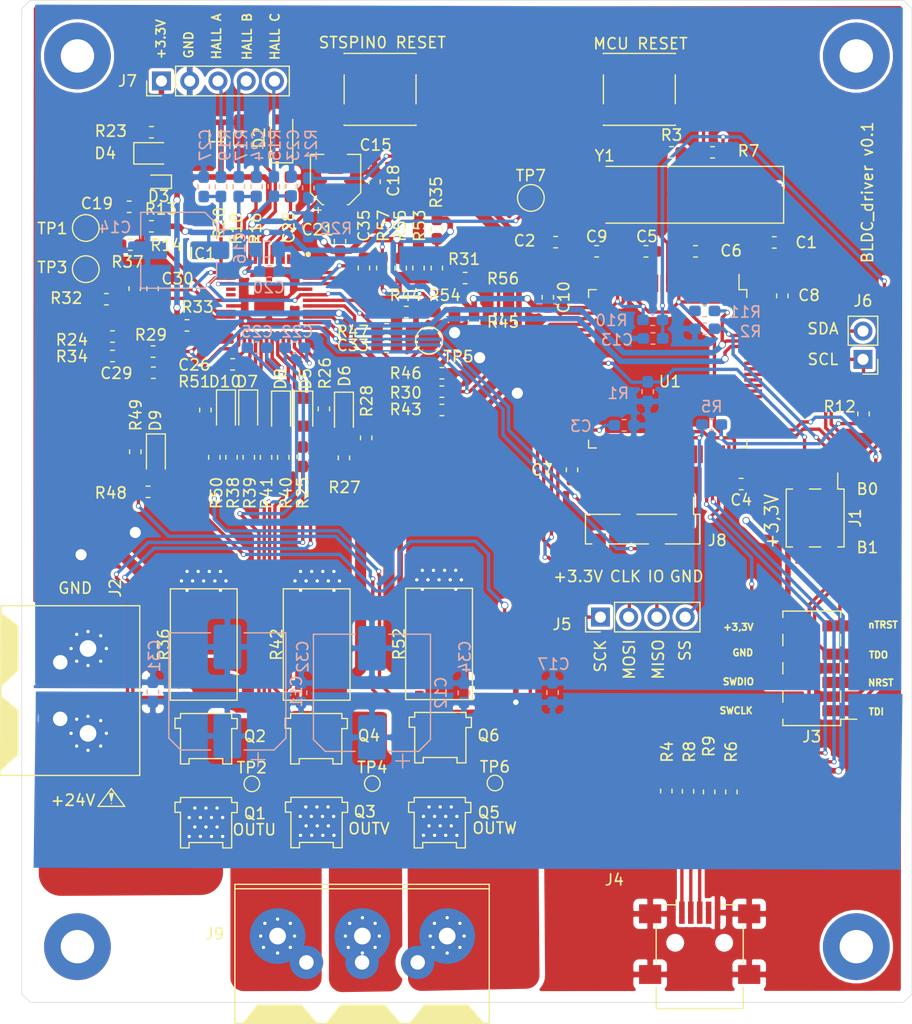
<source format=kicad_pcb>
(kicad_pcb (version 20171130) (host pcbnew "(5.1.2)-2")
  (layers (0 F.Cu signal) (31 B.Cu signal) (34 B.Paste user) (35 F.Paste user hide) (36 B.SilkS user) (37 F.SilkS user hide) (38 B.Mask user) (39 F.Mask user) (44 Edge.Cuts user))
  (net 0 "")
  (net 1 "Net-(C1-Pad1)")
  (net 2 GNDD)
  (net 3 "Net-(C2-Pad1)")
  (net 4 +BATT)
  (net 5 +12V)
  (net 6 +3V3)
  (net 7 /BLDC_A_ctrl/PB1)
  (net 8 /BLDC_A_ctrl/sheet5D69BABD/OUTU)
  (net 9 /BLDC_A_ctrl/PA0)
  (net 10 /BLDC_A_ctrl/PA1)
  (net 11 /BLDC_A_ctrl/sheet5D69BABD/OUTV)
  (net 12 /BLDC_A_ctrl/sheet5D69BABD/OUTW)
  (net 13 /BLDC_A_ctrl/PA2)
  (net 14 /BLDC_A_ctrl/NRST)
  (net 15 /BLDC_A_ctrl/OC_COMP)
  (net 16 /BLDC_A_ctrl/OP1O)
  (net 17 /BLDC_A_ctrl/OP1N)
  (net 18 /BLDC_A_ctrl/OP2O)
  (net 19 /BLDC_A_ctrl/OP2N)
  (net 20 /BLDC_A_ctrl/OP3O)
  (net 21 /BLDC_A_ctrl/OP3N)
  (net 22 /NRST)
  (net 23 /BLDC_A_ctrl/sheet5D69BABD/HSU)
  (net 24 "Net-(D4-Pad2)")
  (net 25 "Net-(D5-Pad2)")
  (net 26 /BLDC_A_ctrl/sheet5D69BABD/LSU)
  (net 27 "Net-(D6-Pad2)")
  (net 28 /BLDC_A_ctrl/sheet5D69BABD/HSV)
  (net 29 /BLDC_A_ctrl/sheet5D69BABD/LSV)
  (net 30 "Net-(D7-Pad2)")
  (net 31 /BLDC_A_ctrl/sheet5D69BABD/HSW)
  (net 32 "Net-(D8-Pad2)")
  (net 33 "Net-(D9-Pad2)")
  (net 34 /BLDC_A_ctrl/sheet5D69BABD/LSW)
  (net 35 /BLDC_A_ctrl/OP3P)
  (net 36 /BLDC_A_ctrl/OP2P)
  (net 37 /SDA)
  (net 38 /SCL)
  (net 39 /BLDC_A_ctrl/SWD_CLK)
  (net 40 /BLDC_A_ctrl/SWD_IO)
  (net 41 /BLDC_A_ctrl/OP1P)
  (net 42 /BLDC_A_ctrl/OP4N)
  (net 43 /BOOT_0)
  (net 44 /BOOT_1)
  (net 45 /TDI)
  (net 46 "/TCK(SWCLK)")
  (net 47 "/TMS(SWDIO)")
  (net 48 /TDO)
  (net 49 /nTRST)
  (net 50 /SPI1_SCK)
  (net 51 /SPI1_MOSI)
  (net 52 /SPI1_MISO)
  (net 53 /SPI1_SS1)
  (net 54 "Net-(Q1-Pad4)")
  (net 55 "Net-(Q2-Pad4)")
  (net 56 "Net-(Q2-Pad1)")
  (net 57 "Net-(Q3-Pad4)")
  (net 58 "Net-(Q4-Pad4)")
  (net 59 "Net-(Q4-Pad1)")
  (net 60 "Net-(Q5-Pad4)")
  (net 61 "Net-(Q6-Pad1)")
  (net 62 "Net-(Q6-Pad4)")
  (net 63 +5V)
  (net 64 /USB_OTG_FS_DM)
  (net 65 /USB_OTG_FS_DP)
  (net 66 "Net-(U1-Pad1)")
  (net 67 "Net-(U1-Pad2)")
  (net 68 "Net-(U1-Pad3)")
  (net 69 "Net-(U1-Pad4)")
  (net 70 "Net-(U1-Pad5)")
  (net 71 "Net-(U1-Pad6)")
  (net 72 "Net-(U1-Pad7)")
  (net 73 "Net-(U1-Pad8)")
  (net 74 "Net-(U1-Pad9)")
  (net 75 "Net-(U1-Pad15)")
  (net 76 "Net-(U1-Pad16)")
  (net 77 "Net-(U1-Pad17)")
  (net 78 "Net-(U1-Pad18)")
  (net 79 "Net-(U1-Pad23)")
  (net 80 "Net-(U1-Pad24)")
  (net 81 "Net-(U1-Pad25)")
  (net 82 "Net-(U1-Pad26)")
  (net 83 "Net-(U1-Pad29)")
  (net 84 "Net-(U1-Pad33)")
  (net 85 "Net-(U1-Pad34)")
  (net 86 "Net-(U1-Pad35)")
  (net 87 "Net-(U1-Pad36)")
  (net 88 "Net-(U1-Pad38)")
  (net 89 "Net-(U1-Pad39)")
  (net 90 "Net-(U1-Pad40)")
  (net 91 "Net-(U1-Pad41)")
  (net 92 "Net-(U1-Pad42)")
  (net 93 "Net-(U1-Pad43)")
  (net 94 "Net-(U1-Pad44)")
  (net 95 "Net-(U1-Pad45)")
  (net 96 "Net-(U1-Pad46)")
  (net 97 "Net-(U1-Pad47)")
  (net 98 "Net-(U1-Pad48)")
  (net 99 "Net-(U1-Pad51)")
  (net 100 "Net-(U1-Pad52)")
  (net 101 "Net-(U1-Pad53)")
  (net 102 "Net-(U1-Pad54)")
  (net 103 "Net-(U1-Pad55)")
  (net 104 "Net-(U1-Pad56)")
  (net 105 "Net-(U1-Pad57)")
  (net 106 "Net-(U1-Pad58)")
  (net 107 "Net-(U1-Pad59)")
  (net 108 "Net-(U1-Pad60)")
  (net 109 "Net-(U1-Pad61)")
  (net 110 "Net-(U1-Pad62)")
  (net 111 "Net-(U1-Pad63)")
  (net 112 "Net-(U1-Pad64)")
  (net 113 "Net-(U1-Pad65)")
  (net 114 "Net-(U1-Pad66)")
  (net 115 /SPI1_SS2)
  (net 116 "Net-(U1-Pad69)")
  (net 117 "Net-(U1-Pad78)")
  (net 118 "Net-(U1-Pad79)")
  (net 119 "Net-(U1-Pad80)")
  (net 120 "Net-(U1-Pad81)")
  (net 121 "Net-(U1-Pad82)")
  (net 122 "Net-(U1-Pad83)")
  (net 123 "Net-(U1-Pad84)")
  (net 124 "Net-(U1-Pad85)")
  (net 125 "Net-(U1-Pad86)")
  (net 126 "Net-(U1-Pad87)")
  (net 127 "Net-(U1-Pad88)")
  (net 128 "Net-(U1-Pad91)")
  (net 129 "Net-(U1-Pad95)")
  (net 130 "Net-(U1-Pad96)")
  (net 131 "Net-(U1-Pad97)")
  (net 132 "Net-(U1-Pad98)")
  (net 133 /BLDC_A_ctrl/PA7)
  (net 134 /BLDC_A_ctrl/PA6)
  (net 135 /BLDC_A_ctrl/PF1)
  (net 136 /BLDC_A_ctrl/PF0)
  (net 137 /BLDC_A_ctrl/OP4O)
  (net 138 /BLDC_A_ctrl/OP4P)
  (net 139 "Net-(D10-Pad2)")
  (net 140 "Net-(C3-Pad1)")
  (net 141 "Net-(C4-Pad2)")
  (net 142 "Net-(C22-Pad1)")
  (net 143 "Net-(C25-Pad1)")
  (net 144 "Net-(C26-Pad1)")
  (net 145 "Net-(D2-Pad1)")
  (net 146 "Net-(J4-Pad4)")
  (net 147 "Net-(J4-Pad3)")
  (net 148 "Net-(J4-Pad2)")
  (net 149 "Net-(J4-Pad1)")
  (net 150 "Net-(J7-Pad3)")
  (net 151 "Net-(J7-Pad4)")
  (net 152 "Net-(J7-Pad5)")
  (net 153 "Net-(R7-Pad2)")
  (net 154 "Net-(R21-Pad2)")
  (module my_misc:R_2512_6432 (layer F.Cu) (at 87.5 97.8125 90)
    (fp_text reference R52 (at 0 -3.6 90) (layer F.SilkS))
    (fp_text value 0R01)
    (pad 2 smd rect (at 2.5 0 90) (size 2.6 3.8) (layers F.Cu F.Paste F.Mask) (net 2 GNDD))
    (pad 1 smd rect (at -2.5 0 90) (size 2.6 3.8) (layers F.Cu F.Paste F.Mask) (net 61 "Net-(Q6-Pad1)"))
  )
  (module my_misc:R_2512_6432 (layer F.Cu) (at 76.5 97.8625 90)
    (fp_text reference R42 (at 0 -3.6 90) (layer F.SilkS))
    (fp_text value 0R01)
    (pad 2 smd rect (at 2.5 0 90) (size 2.6 3.8) (layers F.Cu F.Paste F.Mask) (net 2 GNDD))
    (pad 1 smd rect (at -2.5 0 90) (size 2.6 3.8) (layers F.Cu F.Paste F.Mask) (net 59 "Net-(Q4-Pad1)"))
  )
  (module my_misc:R_2512_6432 (layer F.Cu) (at 66.35 97.8625 90)
    (fp_text reference R36 (at 0 -3.6 90) (layer F.SilkS))
    (fp_text value 0R01)
    (pad 2 smd rect (at 2.5 0 90) (size 2.6 3.8) (layers F.Cu F.Paste F.Mask) (net 2 GNDD))
    (pad 1 smd rect (at -2.5 0 90) (size 2.6 3.8) (layers F.Cu F.Paste F.Mask) (net 56 "Net-(Q2-Pad1)"))
  )
  (module Capacitor_SMD:CP_Elec_6.3x5.4 (layer B.Cu) (at 64.1 62.45 180)
    (fp_text reference C14 (at 5.7 2.05) (layer B.SilkS) (effects (justify mirror)))
    (fp_text value 22uF)
    (pad 2 smd roundrect (at 2.8 0 180) (size 3.5 1.6) (layers B.Cu B.Paste B.Mask) (roundrect_rratio 0.15625) (net 2 GNDD))
    (pad 1 smd roundrect (at -2.8 0 180) (size 3.5 1.6) (layers B.Cu B.Paste B.Mask) (roundrect_rratio 0.15625) (net 4 +BATT))
  )
  (module Capacitor_SMD:CP_Elec_10x10 (layer B.Cu) (at 81.47 102.2 90)
    (fp_text reference C12 (at 0 6.2 90) (layer B.SilkS) (effects (justify mirror)))
    (fp_text value 47uF)
    (pad 2 smd roundrect (at 4 0 90) (size 4 2.5) (layers B.Cu B.Paste B.Mask) (roundrect_rratio 0.1) (net 2 GNDD))
    (pad 1 smd roundrect (at -4 0 90) (size 4 2.5) (layers B.Cu B.Paste B.Mask) (roundrect_rratio 0.1) (net 4 +BATT))
  )
  (module Capacitor_SMD:CP_Elec_10x10 (layer B.Cu) (at 68.475 102.075 90)
    (fp_text reference C11 (at 0 6.2 90) (layer B.SilkS) (effects (justify mirror)))
    (fp_text value 220uF)
    (pad 2 smd roundrect (at 4 0 90) (size 4 2.5) (layers B.Cu B.Paste B.Mask) (roundrect_rratio 0.1) (net 2 GNDD))
    (pad 1 smd roundrect (at -4 0 90) (size 4 2.5) (layers B.Cu B.Paste B.Mask) (roundrect_rratio 0.1) (net 4 +BATT))
  )
  (module "my_misc:Phoenix_7.62_5.08(02x01)" (layer F.Cu) (at 56 102 270)
    (fp_text reference J2 (at -9.2 -2.4 90) (layer F.SilkS))
    (fp_text value Screw_Terminal_01x02)
    (pad 2 thru_hole circle (at 4.983 1.066 270) (size 0.4 0.4) (drill 0.3) (layers *.Cu) (net 4 +BATT))
    (pad 1 thru_hole circle (at -4.923 -1.093 270) (size 0.4 0.4) (drill 0.3) (layers *.Cu) (net 2 GNDD))
    (pad 1 thru_hole circle (at -2.256 0.05 270) (size 0.4 0.4) (drill 0.3) (layers *.Cu) (net 2 GNDD))
    (pad 1 thru_hole circle (at -5.05 1.066 270) (size 0.4 0.4) (drill 0.3) (layers *.Cu) (net 2 GNDD))
    (pad 1 thru_hole circle (at -3.78 0.05 270) (size 5 5) (drill 1.5) (layers *.Cu *.Mask) (net 2 GNDD))
    (pad 2 thru_hole circle (at 3.84 0.05 270) (size 5 5) (drill 1.5) (layers *.Cu *.Mask) (net 4 +BATT))
    (pad 1 thru_hole circle (at -2.54 2.54 270) (size 3 3) (drill 1.3) (layers *.Cu *.Mask) (net 2 GNDD))
    (pad 2 thru_hole circle (at 2.54 2.55 270) (size 3 3) (drill 1.3) (layers *.Cu *.Mask) (net 4 +BATT))
    (pad 1 thru_hole circle (at -5.304 0.05 270) (size 0.4 0.4) (drill 0.3) (layers *.Cu) (net 2 GNDD))
    (pad 1 thru_hole circle (at -3.78 1.574 270) (size 0.4 0.4) (drill 0.3) (layers *.Cu) (net 2 GNDD))
    (pad 2 thru_hole circle (at 4.983 -1.093 270) (size 0.4 0.4) (drill 0.3) (layers *.Cu) (net 4 +BATT))
    (pad 1 thru_hole circle (at -2.637 1.066 270) (size 0.4 0.4) (drill 0.3) (layers *.Cu) (net 2 GNDD))
    (pad 1 thru_hole circle (at -2.637 -1.093 270) (size 0.4 0.4) (drill 0.3) (layers *.Cu) (net 2 GNDD))
    (pad 2 thru_hole circle (at 3.84 -1.601 270) (size 0.4 0.4) (drill 0.3) (layers *.Cu) (net 4 +BATT))
    (pad 1 thru_hole circle (at -3.78 -1.601 270) (size 0.4 0.4) (drill 0.3) (layers *.Cu) (net 2 GNDD))
    (pad 2 thru_hole circle (at 3.84 1.574 270) (size 0.4 0.4) (drill 0.3) (layers *.Cu) (net 4 +BATT))
    (pad 2 thru_hole circle (at 2.316 0.05 270) (size 0.4 0.4) (drill 0.3) (layers *.Cu) (net 4 +BATT))
    (pad 2 thru_hole circle (at 2.697 -1.093 270) (size 0.4 0.4) (drill 0.3) (layers *.Cu) (net 4 +BATT))
    (pad 2 thru_hole circle (at 5.364 0.05 270) (size 0.4 0.4) (drill 0.3) (layers *.Cu) (net 4 +BATT))
    (pad 2 thru_hole circle (at 2.57 1.066 270) (size 0.4 0.4) (drill 0.3) (layers *.Cu) (net 4 +BATT))
  )
  (module "my_misc:Phoenix_7.62mm(03x01)" (layer F.Cu) (at 80.58 124)
    (fp_text reference J9 (at -13.23 -0.15) (layer F.SilkS))
    (fp_text value Screw_Terminal_01x03)
    (pad 3 thru_hole circle (at 5 2.413) (size 3 3) (drill 1.3) (layers *.Cu *.Mask) (net 12 /BLDC_A_ctrl/sheet5D69BABD/OUTW))
    (pad 2 thru_hole circle (at 0 2.413) (size 3 3) (drill 1.3) (layers *.Cu *.Mask) (net 11 /BLDC_A_ctrl/sheet5D69BABD/OUTV))
    (pad 1 thru_hole circle (at -5 2.413) (size 3 3) (drill 1.3) (layers *.Cu *.Mask) (net 8 /BLDC_A_ctrl/sheet5D69BABD/OUTU))
    (pad 3 thru_hole circle (at 7.65 0.05) (size 5 5) (drill 1.5) (layers *.Cu *.Mask) (net 12 /BLDC_A_ctrl/sheet5D69BABD/OUTW))
    (pad 2 thru_hole circle (at 0.03 0.05) (size 5 5) (drill 1.5) (layers *.Cu *.Mask) (net 11 /BLDC_A_ctrl/sheet5D69BABD/OUTV))
    (pad 1 thru_hole circle (at -7.59 0.05) (size 5 5) (drill 1.5) (layers *.Cu *.Mask) (net 8 /BLDC_A_ctrl/sheet5D69BABD/OUTU))
    (pad 1 thru_hole circle (at -9.114 0.05) (size 0.4 0.4) (drill 0.3) (layers *.Cu) (net 8 /BLDC_A_ctrl/sheet5D69BABD/OUTU))
    (pad 1 thru_hole circle (at -7.59 -1.474) (size 0.4 0.4) (drill 0.3) (layers *.Cu) (net 8 /BLDC_A_ctrl/sheet5D69BABD/OUTU))
    (pad 1 thru_hole circle (at -6.066 0.05) (size 0.4 0.4) (drill 0.3) (layers *.Cu) (net 8 /BLDC_A_ctrl/sheet5D69BABD/OUTU))
    (pad 1 thru_hole circle (at -7.59 1.574) (size 0.4 0.4) (drill 0.3) (layers *.Cu) (net 8 /BLDC_A_ctrl/sheet5D69BABD/OUTU))
    (pad 1 thru_hole circle (at -6.447 1.066) (size 0.4 0.4) (drill 0.3) (layers *.Cu) (net 8 /BLDC_A_ctrl/sheet5D69BABD/OUTU))
    (pad 1 thru_hole circle (at -8.86 1.066) (size 0.4 0.4) (drill 0.3) (layers *.Cu) (net 8 /BLDC_A_ctrl/sheet5D69BABD/OUTU))
    (pad 1 thru_hole circle (at -8.733 -1.093) (size 0.4 0.4) (drill 0.3) (layers *.Cu) (net 8 /BLDC_A_ctrl/sheet5D69BABD/OUTU))
    (pad 1 thru_hole circle (at -6.447 -1.093) (size 0.4 0.4) (drill 0.3) (layers *.Cu) (net 8 /BLDC_A_ctrl/sheet5D69BABD/OUTU))
    (pad 2 thru_hole circle (at 1.173 -1.093) (size 0.4 0.4) (drill 0.3) (layers *.Cu) (net 11 /BLDC_A_ctrl/sheet5D69BABD/OUTV))
    (pad 2 thru_hole circle (at 1.173 1.066) (size 0.4 0.4) (drill 0.3) (layers *.Cu) (net 11 /BLDC_A_ctrl/sheet5D69BABD/OUTV))
    (pad 2 thru_hole circle (at -1.24 1.066) (size 0.4 0.4) (drill 0.3) (layers *.Cu) (net 11 /BLDC_A_ctrl/sheet5D69BABD/OUTV))
    (pad 2 thru_hole circle (at 1.554 0.05) (size 0.4 0.4) (drill 0.3) (layers *.Cu) (net 11 /BLDC_A_ctrl/sheet5D69BABD/OUTV))
    (pad 2 thru_hole circle (at -1.113 -1.093) (size 0.4 0.4) (drill 0.3) (layers *.Cu) (net 11 /BLDC_A_ctrl/sheet5D69BABD/OUTV))
    (pad 2 thru_hole circle (at -1.494 0.05) (size 0.4 0.4) (drill 0.3) (layers *.Cu) (net 11 /BLDC_A_ctrl/sheet5D69BABD/OUTV))
    (pad 2 thru_hole circle (at 0.03 1.574) (size 0.4 0.4) (drill 0.3) (layers *.Cu) (net 11 /BLDC_A_ctrl/sheet5D69BABD/OUTV))
    (pad 3 thru_hole circle (at 8.793 -1.093) (size 0.4 0.4) (drill 0.3) (layers *.Cu) (net 12 /BLDC_A_ctrl/sheet5D69BABD/OUTW))
    (pad 3 thru_hole circle (at 8.793 1.066) (size 0.4 0.4) (drill 0.3) (layers *.Cu) (net 12 /BLDC_A_ctrl/sheet5D69BABD/OUTW))
    (pad 3 thru_hole circle (at 6.38 1.066) (size 0.4 0.4) (drill 0.3) (layers *.Cu) (net 12 /BLDC_A_ctrl/sheet5D69BABD/OUTW))
    (pad 3 thru_hole circle (at 9.174 0.05) (size 0.4 0.4) (drill 0.3) (layers *.Cu) (net 12 /BLDC_A_ctrl/sheet5D69BABD/OUTW))
    (pad 3 thru_hole circle (at 6.507 -1.093) (size 0.4 0.4) (drill 0.3) (layers *.Cu) (net 12 /BLDC_A_ctrl/sheet5D69BABD/OUTW))
    (pad 3 thru_hole circle (at 6.126 0.05) (size 0.4 0.4) (drill 0.3) (layers *.Cu) (net 12 /BLDC_A_ctrl/sheet5D69BABD/OUTW))
    (pad 3 thru_hole circle (at 7.65 1.574) (size 0.4 0.4) (drill 0.3) (layers *.Cu) (net 12 /BLDC_A_ctrl/sheet5D69BABD/OUTW))
    (pad 2 thru_hole circle (at 0.03 -1.601) (size 0.4 0.4) (drill 0.3) (layers *.Cu) (net 11 /BLDC_A_ctrl/sheet5D69BABD/OUTV))
    (pad 3 thru_hole circle (at 7.65 -1.601) (size 0.4 0.4) (drill 0.3) (layers *.Cu) (net 12 /BLDC_A_ctrl/sheet5D69BABD/OUTW))
  )
  (module SamacSys_Parts:QFN50P700X700X100-49N-D (layer F.Cu) (at 72.2376 66.7004 270)
    (fp_text reference IC1 (at -3.937 6.0198) (layer F.SilkS))
    (fp_text value STSPIN32F0 hide)
    (pad 49 smd rect (at 0 0 270) (size 2.7 2.7) (layers F.Cu F.Paste F.Mask) (net 2 GNDD))
    (pad 48 smd rect (at -2.75 -3.45 270) (size 0.3 0.85) (layers F.Cu F.Paste F.Mask) (net 6 +3V3))
    (pad 47 smd rect (at -2.25 -3.45 270) (size 0.3 0.85) (layers F.Cu F.Paste F.Mask) (net 20 /BLDC_A_ctrl/OP3O))
    (pad 46 smd rect (at -1.75 -3.45 270) (size 0.3 0.85) (layers F.Cu F.Paste F.Mask) (net 21 /BLDC_A_ctrl/OP3N))
    (pad 45 smd rect (at -1.25 -3.45 270) (size 0.3 0.85) (layers F.Cu F.Paste F.Mask) (net 35 /BLDC_A_ctrl/OP3P))
    (pad 44 smd rect (at -0.75 -3.45 270) (size 0.3 0.85) (layers F.Cu F.Paste F.Mask) (net 2 GNDD))
    (pad 43 smd rect (at -0.25 -3.45 270) (size 0.3 0.85) (layers F.Cu F.Paste F.Mask) (net 18 /BLDC_A_ctrl/OP2O))
    (pad 42 smd rect (at 0.25 -3.45 270) (size 0.3 0.85) (layers F.Cu F.Paste F.Mask) (net 19 /BLDC_A_ctrl/OP2N))
    (pad 41 smd rect (at 0.75 -3.45 270) (size 0.3 0.85) (layers F.Cu F.Paste F.Mask) (net 36 /BLDC_A_ctrl/OP2P))
    (pad 40 smd rect (at 1.25 -3.45 270) (size 0.3 0.85) (layers F.Cu F.Paste F.Mask) (net 37 /SDA))
    (pad 39 smd rect (at 1.75 -3.45 270) (size 0.3 0.85) (layers F.Cu F.Paste F.Mask) (net 38 /SCL))
    (pad 38 smd rect (at 2.25 -3.45 270) (size 0.3 0.85) (layers F.Cu F.Paste F.Mask) (net 39 /BLDC_A_ctrl/SWD_CLK))
    (pad 37 smd rect (at 2.75 -3.45 270) (size 0.3 0.85) (layers F.Cu F.Paste F.Mask) (net 40 /BLDC_A_ctrl/SWD_IO))
    (pad 36 smd rect (at 3.45 -2.75) (size 0.3 0.85) (layers F.Cu F.Paste F.Mask) (net 26 /BLDC_A_ctrl/sheet5D69BABD/LSU))
    (pad 35 smd rect (at 3.45 -2.25) (size 0.3 0.85) (layers F.Cu F.Paste F.Mask) (net 142 "Net-(C22-Pad1)"))
    (pad 34 smd rect (at 3.45 -1.75) (size 0.3 0.85) (layers F.Cu F.Paste F.Mask) (net 8 /BLDC_A_ctrl/sheet5D69BABD/OUTU))
    (pad 33 smd rect (at 3.45 -1.25) (size 0.3 0.85) (layers F.Cu F.Paste F.Mask) (net 23 /BLDC_A_ctrl/sheet5D69BABD/HSU))
    (pad 32 smd rect (at 3.45 -0.75) (size 0.3 0.85) (layers F.Cu F.Paste F.Mask) (net 29 /BLDC_A_ctrl/sheet5D69BABD/LSV))
    (pad 31 smd rect (at 3.45 -0.25) (size 0.3 0.85) (layers F.Cu F.Paste F.Mask) (net 143 "Net-(C25-Pad1)"))
    (pad 30 smd rect (at 3.45 0.25) (size 0.3 0.85) (layers F.Cu F.Paste F.Mask) (net 11 /BLDC_A_ctrl/sheet5D69BABD/OUTV))
    (pad 29 smd rect (at 3.45 0.75) (size 0.3 0.85) (layers F.Cu F.Paste F.Mask) (net 28 /BLDC_A_ctrl/sheet5D69BABD/HSV))
    (pad 28 smd rect (at 3.45 1.25) (size 0.3 0.85) (layers F.Cu F.Paste F.Mask) (net 34 /BLDC_A_ctrl/sheet5D69BABD/LSW))
    (pad 27 smd rect (at 3.45 1.75) (size 0.3 0.85) (layers F.Cu F.Paste F.Mask) (net 144 "Net-(C26-Pad1)"))
    (pad 26 smd rect (at 3.45 2.25) (size 0.3 0.85) (layers F.Cu F.Paste F.Mask) (net 12 /BLDC_A_ctrl/sheet5D69BABD/OUTW))
    (pad 25 smd rect (at 3.45 2.75) (size 0.3 0.85) (layers F.Cu F.Paste F.Mask) (net 31 /BLDC_A_ctrl/sheet5D69BABD/HSW))
    (pad 24 smd rect (at 2.75 3.45 270) (size 0.3 0.85) (layers F.Cu F.Paste F.Mask) (net 15 /BLDC_A_ctrl/OC_COMP))
    (pad 23 smd rect (at 2.25 3.45 270) (size 0.3 0.85) (layers F.Cu F.Paste F.Mask) (net 41 /BLDC_A_ctrl/OP1P))
    (pad 22 smd rect (at 1.75 3.45 270) (size 0.3 0.85) (layers F.Cu F.Paste F.Mask) (net 17 /BLDC_A_ctrl/OP1N))
    (pad 21 smd rect (at 1.25 3.45 270) (size 0.3 0.85) (layers F.Cu F.Paste F.Mask) (net 16 /BLDC_A_ctrl/OP1O))
    (pad 20 smd rect (at 0.75 3.45 270) (size 0.3 0.85) (layers F.Cu F.Paste F.Mask) (net 2 GNDD))
    (pad 19 smd rect (at 0.25 3.45 270) (size 0.3 0.85) (layers F.Cu F.Paste F.Mask) (net 7 /BLDC_A_ctrl/PB1))
    (pad 18 smd rect (at -0.25 3.45 270) (size 0.3 0.85) (layers F.Cu F.Paste F.Mask) (net 133 /BLDC_A_ctrl/PA7))
    (pad 17 smd rect (at -0.75 3.45 270) (size 0.3 0.85) (layers F.Cu F.Paste F.Mask) (net 134 /BLDC_A_ctrl/PA6))
    (pad 16 smd rect (at -1.25 3.45 270) (size 0.3 0.85) (layers F.Cu F.Paste F.Mask) (net 20 /BLDC_A_ctrl/OP3O))
    (pad 15 smd rect (at -1.75 3.45 270) (size 0.3 0.85) (layers F.Cu F.Paste F.Mask) (net 18 /BLDC_A_ctrl/OP2O))
    (pad 14 smd rect (at -2.25 3.45 270) (size 0.3 0.85) (layers F.Cu F.Paste F.Mask) (net 16 /BLDC_A_ctrl/OP1O))
    (pad 13 smd rect (at -2.75 3.45 270) (size 0.3 0.85) (layers F.Cu F.Paste F.Mask) (net 13 /BLDC_A_ctrl/PA2))
    (pad 12 smd rect (at -3.45 2.75) (size 0.3 0.85) (layers F.Cu F.Paste F.Mask) (net 10 /BLDC_A_ctrl/PA1))
    (pad 11 smd rect (at -3.45 2.25) (size 0.3 0.85) (layers F.Cu F.Paste F.Mask) (net 9 /BLDC_A_ctrl/PA0))
    (pad 10 smd rect (at -3.45 1.75) (size 0.3 0.85) (layers F.Cu F.Paste F.Mask) (net 6 +3V3))
    (pad 9 smd rect (at -3.45 1.25) (size 0.3 0.85) (layers F.Cu F.Paste F.Mask) (net 145 "Net-(D2-Pad1)"))
    (pad 8 smd rect (at -3.45 0.75) (size 0.3 0.85) (layers F.Cu F.Paste F.Mask) (net 4 +BATT))
    (pad 7 smd rect (at -3.45 0.25) (size 0.3 0.85) (layers F.Cu F.Paste F.Mask) (net 14 /BLDC_A_ctrl/NRST))
    (pad 6 smd rect (at -3.45 -0.25) (size 0.3 0.85) (layers F.Cu F.Paste F.Mask) (net 5 +12V))
    (pad 5 smd rect (at -3.45 -0.75) (size 0.3 0.85) (layers F.Cu F.Paste F.Mask) (net 135 /BLDC_A_ctrl/PF1))
    (pad 4 smd rect (at -3.45 -1.25) (size 0.3 0.85) (layers F.Cu F.Paste F.Mask) (net 136 /BLDC_A_ctrl/PF0))
    (pad 3 smd rect (at -3.45 -1.75) (size 0.3 0.85) (layers F.Cu F.Paste F.Mask) (net 137 /BLDC_A_ctrl/OP4O))
    (pad 2 smd rect (at -3.45 -2.25) (size 0.3 0.85) (layers F.Cu F.Paste F.Mask) (net 42 /BLDC_A_ctrl/OP4N))
    (pad 1 smd rect (at -3.45 -2.75) (size 0.3 0.85) (layers F.Cu F.Paste F.Mask) (net 138 /BLDC_A_ctrl/OP4P))
  )
  (module "my_misc:SO8-FL(N-MOS_Enhancement)" (layer F.Cu) (at 87.65 105 180)
    (fp_text reference Q6 (at -4.3 -1.025) (layer F.SilkS))
    (fp_text value PSMN011-60ML)
    (pad 5 smd custom (at -0.2 -2.26 180) (size 1 1) (layers F.Cu F.Paste F.Mask) (net 12 /BLDC_A_ctrl/sheet5D69BABD/OUTW) (options (clearance outline) (anchor rect)) (primitives (gr_poly (pts (xy -2.083 3.279) (xy 2.517 3.279) (xy 2.517 2.854) (xy 3.011 2.854) (xy 3.011 1.949) (xy 2.517 1.949) (xy 2.517 -1.251) (xy 1.747 -1.251) (xy 1.747 -0.771) (xy -1.283 -0.771) (xy -1.283 -1.251) (xy -2.083 -1.251) (xy -2.083 1.924) (xy -2.577 1.924) (xy -2.577 2.829) (xy -2.083 2.829)) (width 0.02)) (gr_poly (pts (xy -2.083 3.279) (xy 2.517 3.279) (xy 2.517 2.854) (xy 3.011 2.854) (xy 3.011 1.949) (xy 2.517 1.949) (xy 2.517 -1.251) (xy 1.747 -1.251) (xy 1.747 -0.771) (xy -1.283 -0.771) (xy -1.283 -1.251) (xy -2.083 -1.251) (xy -2.083 1.924) (xy -2.577 1.924) (xy -2.577 2.829) (xy -2.083 2.829)) (width 0.02))))
    (pad 4 smd rect (at 1.922 2.492 180) (size 0.75 1) (layers F.Cu F.Paste F.Mask) (net 62 "Net-(Q6-Pad4)"))
    (pad 3 smd rect (at 0.652 2.492 180) (size 0.75 1) (layers F.Cu F.Paste F.Mask) (net 61 "Net-(Q6-Pad1)"))
    (pad 2 smd rect (at -0.618 2.492 180) (size 0.75 1) (layers F.Cu F.Paste F.Mask) (net 61 "Net-(Q6-Pad1)"))
    (pad 1 smd rect (at -1.888 2.492 180) (size 0.75 1) (layers F.Cu F.Paste F.Mask) (net 61 "Net-(Q6-Pad1)"))
  )
  (module "my_misc:SO8-FL(N-MOS_Enhancement)" (layer F.Cu) (at 87.6 112.64 180)
    (fp_text reference Q5 (at -4.375 -0.31) (layer F.SilkS))
    (fp_text value PSMN011-60ML)
    (pad 5 smd custom (at -0.2 -2.26 180) (size 1 1) (layers F.Cu F.Paste F.Mask) (net 4 +BATT) (options (clearance outline) (anchor rect)) (primitives (gr_poly (pts (xy -2.083 3.279) (xy 2.517 3.279) (xy 2.517 2.854) (xy 3.011 2.854) (xy 3.011 1.949) (xy 2.517 1.949) (xy 2.517 -1.251) (xy 1.747 -1.251) (xy 1.747 -0.771) (xy -1.283 -0.771) (xy -1.283 -1.251) (xy -2.083 -1.251) (xy -2.083 1.924) (xy -2.577 1.924) (xy -2.577 2.829) (xy -2.083 2.829)) (width 0.02)) (gr_poly (pts (xy -2.083 3.279) (xy 2.517 3.279) (xy 2.517 2.854) (xy 3.011 2.854) (xy 3.011 1.949) (xy 2.517 1.949) (xy 2.517 -1.251) (xy 1.747 -1.251) (xy 1.747 -0.771) (xy -1.283 -0.771) (xy -1.283 -1.251) (xy -2.083 -1.251) (xy -2.083 1.924) (xy -2.577 1.924) (xy -2.577 2.829) (xy -2.083 2.829)) (width 0.02))))
    (pad 4 smd rect (at 1.922 2.492 180) (size 0.75 1) (layers F.Cu F.Paste F.Mask) (net 60 "Net-(Q5-Pad4)"))
    (pad 3 smd rect (at 0.652 2.492 180) (size 0.75 1) (layers F.Cu F.Paste F.Mask) (net 12 /BLDC_A_ctrl/sheet5D69BABD/OUTW))
    (pad 2 smd rect (at -0.618 2.492 180) (size 0.75 1) (layers F.Cu F.Paste F.Mask) (net 12 /BLDC_A_ctrl/sheet5D69BABD/OUTW))
    (pad 1 smd rect (at -1.888 2.492 180) (size 0.75 1) (layers F.Cu F.Paste F.Mask) (net 12 /BLDC_A_ctrl/sheet5D69BABD/OUTW))
  )
  (module "my_misc:SO8-FL(N-MOS_Enhancement)" (layer F.Cu) (at 76.5 105.1 180)
    (fp_text reference Q4 (at -4.7 -0.95) (layer F.SilkS))
    (fp_text value PSMN011-60ML)
    (pad 5 smd custom (at -0.2 -2.26 180) (size 1 1) (layers F.Cu F.Paste F.Mask) (net 11 /BLDC_A_ctrl/sheet5D69BABD/OUTV) (options (clearance outline) (anchor rect)) (primitives (gr_poly (pts (xy -2.083 3.279) (xy 2.517 3.279) (xy 2.517 2.854) (xy 3.011 2.854) (xy 3.011 1.949) (xy 2.517 1.949) (xy 2.517 -1.251) (xy 1.747 -1.251) (xy 1.747 -0.771) (xy -1.283 -0.771) (xy -1.283 -1.251) (xy -2.083 -1.251) (xy -2.083 1.924) (xy -2.577 1.924) (xy -2.577 2.829) (xy -2.083 2.829)) (width 0.02)) (gr_poly (pts (xy -2.083 3.279) (xy 2.517 3.279) (xy 2.517 2.854) (xy 3.011 2.854) (xy 3.011 1.949) (xy 2.517 1.949) (xy 2.517 -1.251) (xy 1.747 -1.251) (xy 1.747 -0.771) (xy -1.283 -0.771) (xy -1.283 -1.251) (xy -2.083 -1.251) (xy -2.083 1.924) (xy -2.577 1.924) (xy -2.577 2.829) (xy -2.083 2.829)) (width 0.02))))
    (pad 4 smd rect (at 1.922 2.492 180) (size 0.75 1) (layers F.Cu F.Paste F.Mask) (net 58 "Net-(Q4-Pad4)"))
    (pad 3 smd rect (at 0.652 2.492 180) (size 0.75 1) (layers F.Cu F.Paste F.Mask) (net 59 "Net-(Q4-Pad1)"))
    (pad 2 smd rect (at -0.618 2.492 180) (size 0.75 1) (layers F.Cu F.Paste F.Mask) (net 59 "Net-(Q4-Pad1)"))
    (pad 1 smd rect (at -1.888 2.492 180) (size 0.75 1) (layers F.Cu F.Paste F.Mask) (net 59 "Net-(Q4-Pad1)"))
  )
  (module "my_misc:SO8-FL(N-MOS_Enhancement)" (layer F.Cu) (at 76.525 112.625 180)
    (fp_text reference Q3 (at -4.3 -0.25) (layer F.SilkS))
    (fp_text value PSMN011-60ML)
    (pad 5 smd custom (at -0.2 -2.26 180) (size 1 1) (layers F.Cu F.Paste F.Mask) (net 4 +BATT) (options (clearance outline) (anchor rect)) (primitives (gr_poly (pts (xy -2.083 3.279) (xy 2.517 3.279) (xy 2.517 2.854) (xy 3.011 2.854) (xy 3.011 1.949) (xy 2.517 1.949) (xy 2.517 -1.251) (xy 1.747 -1.251) (xy 1.747 -0.771) (xy -1.283 -0.771) (xy -1.283 -1.251) (xy -2.083 -1.251) (xy -2.083 1.924) (xy -2.577 1.924) (xy -2.577 2.829) (xy -2.083 2.829)) (width 0.02)) (gr_poly (pts (xy -2.083 3.279) (xy 2.517 3.279) (xy 2.517 2.854) (xy 3.011 2.854) (xy 3.011 1.949) (xy 2.517 1.949) (xy 2.517 -1.251) (xy 1.747 -1.251) (xy 1.747 -0.771) (xy -1.283 -0.771) (xy -1.283 -1.251) (xy -2.083 -1.251) (xy -2.083 1.924) (xy -2.577 1.924) (xy -2.577 2.829) (xy -2.083 2.829)) (width 0.02))))
    (pad 4 smd rect (at 1.922 2.492 180) (size 0.75 1) (layers F.Cu F.Paste F.Mask) (net 57 "Net-(Q3-Pad4)"))
    (pad 3 smd rect (at 0.652 2.492 180) (size 0.75 1) (layers F.Cu F.Paste F.Mask) (net 11 /BLDC_A_ctrl/sheet5D69BABD/OUTV))
    (pad 2 smd rect (at -0.618 2.492 180) (size 0.75 1) (layers F.Cu F.Paste F.Mask) (net 11 /BLDC_A_ctrl/sheet5D69BABD/OUTV))
    (pad 1 smd rect (at -1.888 2.492 180) (size 0.75 1) (layers F.Cu F.Paste F.Mask) (net 11 /BLDC_A_ctrl/sheet5D69BABD/OUTV))
  )
  (module "my_misc:SO8-FL(N-MOS_Enhancement)" (layer F.Cu) (at 66.6 105.1 180)
    (fp_text reference Q2 (at -4.35 -1) (layer F.SilkS))
    (fp_text value PSMN011-60ML)
    (pad 5 smd custom (at -0.2 -2.26 180) (size 1 1) (layers F.Cu F.Paste F.Mask) (net 8 /BLDC_A_ctrl/sheet5D69BABD/OUTU) (options (clearance outline) (anchor rect)) (primitives (gr_poly (pts (xy -2.083 3.279) (xy 2.517 3.279) (xy 2.517 2.854) (xy 3.011 2.854) (xy 3.011 1.949) (xy 2.517 1.949) (xy 2.517 -1.251) (xy 1.747 -1.251) (xy 1.747 -0.771) (xy -1.283 -0.771) (xy -1.283 -1.251) (xy -2.083 -1.251) (xy -2.083 1.924) (xy -2.577 1.924) (xy -2.577 2.829) (xy -2.083 2.829)) (width 0.02)) (gr_poly (pts (xy -2.083 3.279) (xy 2.517 3.279) (xy 2.517 2.854) (xy 3.011 2.854) (xy 3.011 1.949) (xy 2.517 1.949) (xy 2.517 -1.251) (xy 1.747 -1.251) (xy 1.747 -0.771) (xy -1.283 -0.771) (xy -1.283 -1.251) (xy -2.083 -1.251) (xy -2.083 1.924) (xy -2.577 1.924) (xy -2.577 2.829) (xy -2.083 2.829)) (width 0.02))))
    (pad 4 smd rect (at 1.922 2.492 180) (size 0.75 1) (layers F.Cu F.Paste F.Mask) (net 55 "Net-(Q2-Pad4)"))
    (pad 3 smd rect (at 0.652 2.492 180) (size 0.75 1) (layers F.Cu F.Paste F.Mask) (net 56 "Net-(Q2-Pad1)"))
    (pad 2 smd rect (at -0.618 2.492 180) (size 0.75 1) (layers F.Cu F.Paste F.Mask) (net 56 "Net-(Q2-Pad1)"))
    (pad 1 smd rect (at -1.888 2.492 180) (size 0.75 1) (layers F.Cu F.Paste F.Mask) (net 56 "Net-(Q2-Pad1)"))
  )
  (module "my_misc:SO8-FL(N-MOS_Enhancement)" (layer F.Cu) (at 66.6 112.64 180)
    (fp_text reference Q1 (at -4.35 -0.4) (layer F.SilkS))
    (fp_text value PSMN011-60ML)
    (pad 5 smd custom (at -0.2 -2.26 180) (size 1 1) (layers F.Cu F.Paste F.Mask) (net 4 +BATT) (options (clearance outline) (anchor rect)) (primitives (gr_poly (pts (xy -2.083 3.279) (xy 2.517 3.279) (xy 2.517 2.854) (xy 3.011 2.854) (xy 3.011 1.949) (xy 2.517 1.949) (xy 2.517 -1.251) (xy 1.747 -1.251) (xy 1.747 -0.771) (xy -1.283 -0.771) (xy -1.283 -1.251) (xy -2.083 -1.251) (xy -2.083 1.924) (xy -2.577 1.924) (xy -2.577 2.829) (xy -2.083 2.829)) (width 0.02)) (gr_poly (pts (xy -2.083 3.279) (xy 2.517 3.279) (xy 2.517 2.854) (xy 3.011 2.854) (xy 3.011 1.949) (xy 2.517 1.949) (xy 2.517 -1.251) (xy 1.747 -1.251) (xy 1.747 -0.771) (xy -1.283 -0.771) (xy -1.283 -1.251) (xy -2.083 -1.251) (xy -2.083 1.924) (xy -2.577 1.924) (xy -2.577 2.829) (xy -2.083 2.829)) (width 0.02))))
    (pad 4 smd rect (at 1.922 2.492 180) (size 0.75 1) (layers F.Cu F.Paste F.Mask) (net 54 "Net-(Q1-Pad4)"))
    (pad 3 smd rect (at 0.652 2.492 180) (size 0.75 1) (layers F.Cu F.Paste F.Mask) (net 8 /BLDC_A_ctrl/sheet5D69BABD/OUTU))
    (pad 2 smd rect (at -0.618 2.492 180) (size 0.75 1) (layers F.Cu F.Paste F.Mask) (net 8 /BLDC_A_ctrl/sheet5D69BABD/OUTU))
    (pad 1 smd rect (at -1.888 2.492 180) (size 0.75 1) (layers F.Cu F.Paste F.Mask) (net 8 /BLDC_A_ctrl/sheet5D69BABD/OUTU))
  )
  (module Crystal:Crystal_SMD_HC49-SD_HandSoldering (layer F.Cu) (at 108.3945 57.4675 180)
    (fp_text reference Y1 (at 6 3.5) (layer F.SilkS))
    (fp_text value 8M)
    (pad 2 smd rect (at 5.9375 0 180) (size 7.875 2) (layers F.Cu F.Paste F.Mask) (net 3 "Net-(C2-Pad1)"))
    (pad 1 smd rect (at -5.9375 0 180) (size 7.875 2) (layers F.Cu F.Paste F.Mask) (net 1 "Net-(C1-Pad1)"))
  )
  (module Connector_PinHeader_2.54mm:PinHeader_1x04_P2.54mm_Vertical (layer F.Cu) (at 102 95.4 90)
    (fp_text reference J5 (at -0.65 -3.45 180) (layer F.SilkS))
    (fp_text value Conn_01x04)
    (pad 4 thru_hole oval (at 0 7.62 90) (size 1.7 1.7) (drill 1) (layers *.Cu *.Mask) (net 53 /SPI1_SS1))
    (pad 3 thru_hole oval (at 0 5.08 90) (size 1.7 1.7) (drill 1) (layers *.Cu *.Mask) (net 52 /SPI1_MISO))
    (pad 2 thru_hole oval (at 0 2.54 90) (size 1.7 1.7) (drill 1) (layers *.Cu *.Mask) (net 51 /SPI1_MOSI))
    (pad 1 thru_hole rect (at 0 0 90) (size 1.7 1.7) (drill 1) (layers *.Cu *.Mask) (net 50 /SPI1_SCK))
  )
  (module TestPoint:TestPoint_Pad_D1.0mm (layer F.Cu) (at 92.525 110.3)
    (fp_text reference TP6 (at 0 -1.448) (layer F.SilkS))
    (fp_text value TestPoint)
    (pad 1 smd circle (at 0 0) (size 1 1) (layers F.Cu F.Mask) (net 12 /BLDC_A_ctrl/sheet5D69BABD/OUTW))
  )
  (module TestPoint:TestPoint_Pad_D1.0mm (layer F.Cu) (at 81.5 110.35)
    (fp_text reference TP4 (at 0 -1.448) (layer F.SilkS))
    (fp_text value TestPoint)
    (pad 1 smd circle (at 0 0) (size 1 1) (layers F.Cu F.Mask) (net 11 /BLDC_A_ctrl/sheet5D69BABD/OUTV))
  )
  (module TestPoint:TestPoint_Pad_D1.0mm (layer F.Cu) (at 70.675 110.375)
    (fp_text reference TP2 (at 0 -1.448) (layer F.SilkS))
    (fp_text value TestPoint)
    (pad 1 smd circle (at 0 0) (size 1 1) (layers F.Cu F.Mask) (net 8 /BLDC_A_ctrl/sheet5D69BABD/OUTU))
  )
  (module Diode_SMD:D_SOD-123 (layer F.Cu) (at 73.35 52.35 90)
    (fp_text reference D2 (at 0 -2 90) (layer F.SilkS))
    (fp_text value D_Schottky)
    (pad 2 smd rect (at 1.65 0 90) (size 0.9 1.2) (layers F.Cu F.Paste F.Mask) (net 2 GNDD))
    (pad 1 smd rect (at -1.65 0 90) (size 0.9 1.2) (layers F.Cu F.Paste F.Mask) (net 145 "Net-(D2-Pad1)"))
  )
  (module Diode_SMD:D_SOD-523 (layer F.Cu) (at 62.3 56.3 180)
    (fp_text reference D3 (at 0 -1.3) (layer F.SilkS))
    (fp_text value D_Schottky)
    (pad 1 smd rect (at -0.7 0) (size 0.6 0.7) (layers F.Cu F.Paste F.Mask) (net 6 +3V3))
    (pad 2 smd rect (at 0.7 0) (size 0.6 0.7) (layers F.Cu F.Paste F.Mask) (net 7 /BLDC_A_ctrl/PB1))
  )
  (module Capacitor_SMD:C_0603_1608Metric_Pad1.05x0.95mm_HandSolder (layer F.Cu) (at 97.9805 61.722 180)
    (fp_text reference C2 (at 2.794 0.127) (layer F.SilkS))
    (fp_text value 22p)
    (pad 2 smd roundrect (at 0.875 0 180) (size 1.05 0.95) (layers F.Cu F.Paste F.Mask) (net 2 GNDD))
    (pad 1 smd roundrect (at -0.875 0 180) (size 1.05 0.95) (layers F.Cu F.Paste F.Mask) (net 3 "Net-(C2-Pad1)"))
  )
  (module Capacitor_SMD:C_0603_1608Metric_Pad1.05x0.95mm_HandSolder (layer F.Cu) (at 117.625 61.75)
    (fp_text reference C1 (at 2.875 0) (layer F.SilkS))
    (fp_text value 22p)
    (pad 2 smd roundrect (at 0.875 0) (size 1.05 0.95) (layers F.Cu F.Paste F.Mask) (net 2 GNDD))
    (pad 1 smd roundrect (at -0.875 0) (size 1.05 0.95) (layers F.Cu F.Paste F.Mask) (net 1 "Net-(C1-Pad1)"))
  )
  (module Button_Switch_SMD:SW_Push_1P1T_NO_6x6mm_H9.5mm (layer F.Cu) (at 105.5 48)
    (fp_text reference SW1 hide)
    (fp_text value SW_Push)
    (pad 2 smd rect (at -3.975 2.25) (size 1.55 1.3) (layers F.Cu F.Paste F.Mask) (net 153 "Net-(R7-Pad2)"))
    (pad 1 smd rect (at -3.975 -2.25) (size 1.55 1.3) (layers F.Cu F.Paste F.Mask) (net 2 GNDD))
    (pad 1 smd rect (at 3.975 -2.25) (size 1.55 1.3) (layers F.Cu F.Paste F.Mask) (net 2 GNDD))
    (pad 2 smd rect (at 3.975 2.25) (size 1.55 1.3) (layers F.Cu F.Paste F.Mask) (net 153 "Net-(R7-Pad2)"))
  )
  (module Capacitor_SMD:CP_Elec_4x5.4 (layer F.Cu) (at 78.2 56.1 90)
    (fp_text reference C15 (at 3.1 3.6 180) (layer F.SilkS))
    (fp_text value 10uF)
    (pad 1 smd roundrect (at -1.8 0 90) (size 2.6 1.6) (layers F.Cu F.Paste F.Mask) (roundrect_rratio 0.15625) (net 5 +12V))
    (pad 2 smd roundrect (at 1.8 0 90) (size 2.6 1.6) (layers F.Cu F.Paste F.Mask) (roundrect_rratio 0.15625) (net 2 GNDD))
  )
  (module Capacitor_SMD:C_0603_1608Metric_Pad1.05x0.95mm_HandSolder (layer B.Cu) (at 106.725 70.375 180)
    (fp_text reference C13 (at 3.225 -0.125) (layer B.SilkS) (effects (justify mirror)))
    (fp_text value 3.3nF)
    (pad 1 smd roundrect (at -0.875 0 180) (size 1.05 0.95) (layers B.Cu B.Paste B.Mask) (net 22 /NRST))
    (pad 2 smd roundrect (at 0.875 0 180) (size 1.05 0.95) (layers B.Cu B.Paste B.Mask) (net 2 GNDD))
  )
  (module Capacitor_SMD:C_0603_1608Metric_Pad1.05x0.95mm_HandSolder (layer F.Cu) (at 97.275 66.675 270)
    (fp_text reference C10 (at 0 -1.43 90) (layer F.SilkS))
    (fp_text value C_Small)
    (pad 2 smd roundrect (at 0.875 0 270) (size 1.05 0.95) (layers F.Cu F.Paste F.Mask) (net 6 +3V3))
    (pad 1 smd roundrect (at -0.875 0 270) (size 1.05 0.95) (layers F.Cu F.Paste F.Mask) (net 2 GNDD))
  )
  (module Capacitor_SMD:C_0603_1608Metric_Pad1.05x0.95mm_HandSolder (layer F.Cu) (at 101.6635 62.5475)
    (fp_text reference C9 (at 0 -1.3335) (layer F.SilkS))
    (fp_text value C_Small)
    (pad 1 smd roundrect (at -0.875 0) (size 1.05 0.95) (layers F.Cu F.Paste F.Mask) (net 2 GNDD))
    (pad 2 smd roundrect (at 0.875 0) (size 1.05 0.95) (layers F.Cu F.Paste F.Mask) (net 6 +3V3))
  )
  (module Capacitor_SMD:C_0603_1608Metric_Pad1.05x0.95mm_HandSolder (layer F.Cu) (at 118.35 66.55 90)
    (fp_text reference C8 (at 0.05 2.4 180) (layer F.SilkS))
    (fp_text value C_Small)
    (pad 1 smd roundrect (at -0.875 0 90) (size 1.05 0.95) (layers F.Cu F.Paste F.Mask) (net 2 GNDD))
    (pad 2 smd roundrect (at 0.875 0 90) (size 1.05 0.95) (layers F.Cu F.Paste F.Mask) (net 6 +3V3))
  )
  (module Capacitor_SMD:C_0603_1608Metric_Pad1.05x0.95mm_HandSolder (layer F.Cu) (at 99.45 82.175 90)
    (fp_text reference C7 (at 0 -2.7 180) (layer F.SilkS))
    (fp_text value C_Small)
    (pad 2 smd roundrect (at 0.875 0 90) (size 1.05 0.95) (layers F.Cu F.Paste F.Mask) (net 6 +3V3))
    (pad 1 smd roundrect (at -0.875 0 90) (size 1.05 0.95) (layers F.Cu F.Paste F.Mask) (net 2 GNDD))
  )
  (module Capacitor_SMD:C_0603_1608Metric_Pad1.05x0.95mm_HandSolder (layer F.Cu) (at 80.75 64.05 90)
    (fp_text reference C35 (at 3.8 0 270) (layer F.SilkS))
    (fp_text value 220nF)
    (pad 2 smd roundrect (at 0.875 0 90) (size 1.05 0.95) (layers F.Cu F.Paste F.Mask) (net 20 /BLDC_A_ctrl/OP3O))
    (pad 1 smd roundrect (at -0.875 0 90) (size 1.05 0.95) (layers F.Cu F.Paste F.Mask) (net 21 /BLDC_A_ctrl/OP3N))
  )
  (module Capacitor_SMD:C_0603_1608Metric_Pad1.05x0.95mm_HandSolder (layer B.Cu) (at 89.73 102.205 90)
    (fp_text reference C34 (at 3.25 0.1 270) (layer B.SilkS) (effects (justify mirror)))
    (fp_text value 220nF)
    (pad 2 smd roundrect (at 0.875 0 90) (size 1.05 0.95) (layers B.Cu B.Paste B.Mask) (net 2 GNDD))
    (pad 1 smd roundrect (at -0.875 0 90) (size 1.05 0.95) (layers B.Cu B.Paste B.Mask) (net 4 +BATT))
  )
  (module Capacitor_SMD:C_0603_1608Metric_Pad1.05x0.95mm_HandSolder (layer F.Cu) (at 82.8 71.1 180)
    (fp_text reference C33 (at 3.05 0.1) (layer F.SilkS))
    (fp_text value 220nF)
    (pad 2 smd roundrect (at 0.875 0 180) (size 1.05 0.95) (layers F.Cu F.Paste F.Mask) (net 18 /BLDC_A_ctrl/OP2O))
    (pad 1 smd roundrect (at -0.875 0 180) (size 1.05 0.95) (layers F.Cu F.Paste F.Mask) (net 19 /BLDC_A_ctrl/OP2N))
  )
  (module Capacitor_SMD:C_0603_1608Metric_Pad1.05x0.95mm_HandSolder (layer B.Cu) (at 75.1 102.2 90)
    (fp_text reference C32 (at 3.25 0.15 270) (layer B.SilkS) (effects (justify mirror)))
    (fp_text value 220nF)
    (pad 2 smd roundrect (at 0.875 0 90) (size 1.05 0.95) (layers B.Cu B.Paste B.Mask) (net 2 GNDD))
    (pad 1 smd roundrect (at -0.875 0 90) (size 1.05 0.95) (layers B.Cu B.Paste B.Mask) (net 4 +BATT))
  )
  (module Capacitor_SMD:C_0603_1608Metric_Pad1.05x0.95mm_HandSolder (layer B.Cu) (at 61.775 102.125 90)
    (fp_text reference C31 (at 3.25 0.15 270) (layer B.SilkS) (effects (justify mirror)))
    (fp_text value 220nF)
    (pad 2 smd roundrect (at 0.875 0 90) (size 1.05 0.95) (layers B.Cu B.Paste B.Mask) (net 2 GNDD))
    (pad 1 smd roundrect (at -0.875 0 90) (size 1.05 0.95) (layers B.Cu B.Paste B.Mask) (net 4 +BATT))
  )
  (module Capacitor_SMD:C_0603_1608Metric_Pad1.05x0.95mm_HandSolder (layer F.Cu) (at 61.75 65.9 90)
    (fp_text reference C30 (at 0.9 2.25 180) (layer F.SilkS))
    (fp_text value 220nF)
    (pad 2 smd roundrect (at 0.875 0 90) (size 1.05 0.95) (layers F.Cu F.Paste F.Mask) (net 16 /BLDC_A_ctrl/OP1O))
    (pad 1 smd roundrect (at -0.875 0 90) (size 1.05 0.95) (layers F.Cu F.Paste F.Mask) (net 17 /BLDC_A_ctrl/OP1N))
  )
  (module Capacitor_SMD:C_0603_1608Metric_Pad1.05x0.95mm_HandSolder (layer F.Cu) (at 61.825 73.45 180)
    (fp_text reference C29 (at 3.325 -0.05) (layer F.SilkS))
    (fp_text value 1nF)
    (pad 2 smd roundrect (at 0.875 0 180) (size 1.05 0.95) (layers F.Cu F.Paste F.Mask) (net 2 GNDD))
    (pad 1 smd roundrect (at -0.875 0 180) (size 1.05 0.95) (layers F.Cu F.Paste F.Mask) (net 15 /BLDC_A_ctrl/OC_COMP))
  )
  (module Capacitor_SMD:C_0603_1608Metric_Pad1.05x0.95mm_HandSolder (layer F.Cu) (at 74.1 56.75 90)
    (fp_text reference C28 (at -3.65 -0.1 90) (layer F.SilkS))
    (fp_text value 3.3nF)
    (pad 2 smd roundrect (at 0.875 0 90) (size 1.05 0.95) (layers F.Cu F.Paste F.Mask) (net 2 GNDD))
    (pad 1 smd roundrect (at -0.875 0 90) (size 1.05 0.95) (layers F.Cu F.Paste F.Mask) (net 14 /BLDC_A_ctrl/NRST))
  )
  (module Capacitor_SMD:C_0603_1608Metric_Pad1.05x0.95mm_HandSolder (layer F.Cu) (at 110.55 62.55 180)
    (fp_text reference C6 (at -3.2 0.05) (layer F.SilkS))
    (fp_text value C_Small)
    (pad 1 smd roundrect (at -0.875 0 180) (size 1.05 0.95) (layers F.Cu F.Paste F.Mask) (net 2 GNDD))
    (pad 2 smd roundrect (at 0.875 0 180) (size 1.05 0.95) (layers F.Cu F.Paste F.Mask) (net 6 +3V3))
  )
  (module Capacitor_SMD:C_0603_1608Metric_Pad1.05x0.95mm_HandSolder (layer F.Cu) (at 106.1 62.55)
    (fp_text reference C5 (at 0.072 -1.336) (layer F.SilkS))
    (fp_text value C_Small)
    (pad 1 smd roundrect (at -0.875 0) (size 1.05 0.95) (layers F.Cu F.Paste F.Mask) (net 2 GNDD))
    (pad 2 smd roundrect (at 0.875 0) (size 1.05 0.95) (layers F.Cu F.Paste F.Mask) (net 6 +3V3))
  )
  (module Capacitor_SMD:C_0603_1608Metric_Pad1.05x0.95mm_HandSolder (layer F.Cu) (at 114.65 83.45 180)
    (fp_text reference C4 (at 0 -1.43) (layer F.SilkS))
    (fp_text value C)
    (pad 2 smd roundrect (at 0.875 0 180) (size 1.05 0.95) (layers F.Cu F.Paste F.Mask) (net 141 "Net-(C4-Pad2)"))
    (pad 1 smd roundrect (at -0.875 0 180) (size 1.05 0.95) (layers F.Cu F.Paste F.Mask) (net 2 GNDD))
  )
  (module Capacitor_SMD:C_0603_1608Metric_Pad1.05x0.95mm_HandSolder (layer B.Cu) (at 104.125 78.175)
    (fp_text reference C3 (at -3.875 0.075) (layer B.SilkS) (effects (justify mirror)))
    (fp_text value 10uF)
    (pad 1 smd roundrect (at -0.875 0) (size 1.05 0.95) (layers B.Cu B.Paste B.Mask) (net 140 "Net-(C3-Pad1)"))
    (pad 2 smd roundrect (at 0.875 0) (size 1.05 0.95) (layers B.Cu B.Paste B.Mask) (net 2 GNDD))
  )
  (module Capacitor_SMD:C_0603_1608Metric_Pad1.05x0.95mm_HandSolder (layer B.Cu) (at 66.35 56.75 90)
    (fp_text reference C27 (at 3.75 0.15 90) (layer B.SilkS) (effects (justify mirror)))
    (fp_text value 10pF)
    (pad 2 smd roundrect (at 0.875 0 90) (size 1.05 0.95) (layers B.Cu B.Paste B.Mask) (net 2 GNDD))
    (pad 1 smd roundrect (at -0.875 0 90) (size 1.05 0.95) (layers B.Cu B.Paste B.Mask) (net 13 /BLDC_A_ctrl/PA2))
  )
  (module Capacitor_SMD:C_0603_1608Metric_Pad1.05x0.95mm_HandSolder (layer F.Cu) (at 68.95 72.7 180)
    (fp_text reference C26 (at 3.45 -0.05) (layer F.SilkS))
    (fp_text value 100nF)
    (pad 1 smd roundrect (at -0.875 0 180) (size 1.05 0.95) (layers F.Cu F.Paste F.Mask) (net 144 "Net-(C26-Pad1)"))
    (pad 2 smd roundrect (at 0.875 0 180) (size 1.05 0.95) (layers F.Cu F.Paste F.Mask) (net 12 /BLDC_A_ctrl/sheet5D69BABD/OUTW))
  )
  (module Capacitor_SMD:C_0603_1608Metric_Pad1.05x0.95mm_HandSolder (layer B.Cu) (at 71.15 71.2 180)
    (fp_text reference C25 (at 0 1.43 180) (layer B.SilkS) (effects (justify mirror)))
    (fp_text value 100nF)
    (pad 2 smd roundrect (at 0.875 0 180) (size 1.05 0.95) (layers B.Cu B.Paste B.Mask) (net 11 /BLDC_A_ctrl/sheet5D69BABD/OUTV))
    (pad 1 smd roundrect (at -0.875 0 180) (size 1.05 0.95) (layers B.Cu B.Paste B.Mask) (net 143 "Net-(C25-Pad1)"))
  )
  (module Capacitor_SMD:C_0603_1608Metric_Pad1.05x0.95mm_HandSolder (layer B.Cu) (at 71.1 56.75 90)
    (fp_text reference C24 (at 3.75 0.1 90) (layer B.SilkS) (effects (justify mirror)))
    (fp_text value 10pF)
    (pad 1 smd roundrect (at -0.875 0 90) (size 1.05 0.95) (layers B.Cu B.Paste B.Mask) (net 10 /BLDC_A_ctrl/PA1))
    (pad 2 smd roundrect (at 0.875 0 90) (size 1.05 0.95) (layers B.Cu B.Paste B.Mask) (net 2 GNDD))
  )
  (module Capacitor_SMD:C_0603_1608Metric_Pad1.05x0.95mm_HandSolder (layer B.Cu) (at 74.25 56.7 90)
    (fp_text reference C23 (at 3.7 0.15 90) (layer B.SilkS) (effects (justify mirror)))
    (fp_text value 10pF)
    (pad 1 smd roundrect (at -0.875 0 90) (size 1.05 0.95) (layers B.Cu B.Paste B.Mask) (net 9 /BLDC_A_ctrl/PA0))
    (pad 2 smd roundrect (at 0.875 0 90) (size 1.05 0.95) (layers B.Cu B.Paste B.Mask) (net 2 GNDD))
  )
  (module Capacitor_SMD:C_0603_1608Metric_Pad1.05x0.95mm_HandSolder (layer B.Cu) (at 74.55 71.2 180)
    (fp_text reference C22 (at -0.2 1.43 180) (layer B.SilkS) (effects (justify mirror)))
    (fp_text value 100nF)
    (pad 1 smd roundrect (at -0.875 0 180) (size 1.05 0.95) (layers B.Cu B.Paste B.Mask) (net 142 "Net-(C22-Pad1)"))
    (pad 2 smd roundrect (at 0.875 0 180) (size 1.05 0.95) (layers B.Cu B.Paste B.Mask) (net 8 /BLDC_A_ctrl/sheet5D69BABD/OUTU))
  )
  (module Capacitor_SMD:C_0603_1608Metric_Pad1.05x0.95mm_HandSolder (layer F.Cu) (at 78.6 61.65 270)
    (fp_text reference C21 (at -1.05 2) (layer F.SilkS))
    (fp_text value 100nF)
    (pad 1 smd roundrect (at -0.875 0 270) (size 1.05 0.95) (layers F.Cu F.Paste F.Mask) (net 2 GNDD))
    (pad 2 smd roundrect (at 0.875 0 270) (size 1.05 0.95) (layers F.Cu F.Paste F.Mask) (net 6 +3V3))
  )
  (module Capacitor_SMD:C_0603_1608Metric_Pad1.05x0.95mm_HandSolder (layer B.Cu) (at 72.25 64.35)
    (fp_text reference C20 (at -0.05 1.45) (layer B.SilkS) (effects (justify mirror)))
    (fp_text value 100nF)
    (pad 2 smd roundrect (at 0.875 0) (size 1.05 0.95) (layers B.Cu B.Paste B.Mask) (net 2 GNDD))
    (pad 1 smd roundrect (at -0.875 0) (size 1.05 0.95) (layers B.Cu B.Paste B.Mask) (net 6 +3V3))
  )
  (module Capacitor_SMD:C_0603_1608Metric_Pad1.05x0.95mm_HandSolder (layer F.Cu) (at 59.65 58.55 180)
    (fp_text reference C19 (at 2.9 0.3) (layer F.SilkS))
    (fp_text value 4.7nF)
    (pad 1 smd roundrect (at -0.875 0 180) (size 1.05 0.95) (layers F.Cu F.Paste F.Mask) (net 7 /BLDC_A_ctrl/PB1))
    (pad 2 smd roundrect (at 0.875 0 180) (size 1.05 0.95) (layers F.Cu F.Paste F.Mask) (net 2 GNDD))
  )
  (module Capacitor_SMD:C_0603_1608Metric_Pad1.05x0.95mm_HandSolder (layer F.Cu) (at 81.7 56.3 90)
    (fp_text reference C18 (at 0.1 1.7 270) (layer F.SilkS))
    (fp_text value 100nF)
    (pad 2 smd roundrect (at 0.875 0 90) (size 1.05 0.95) (layers F.Cu F.Paste F.Mask) (net 2 GNDD))
    (pad 1 smd roundrect (at -0.875 0 90) (size 1.05 0.95) (layers F.Cu F.Paste F.Mask) (net 5 +12V))
  )
  (module Capacitor_SMD:C_0603_1608Metric_Pad1.05x0.95mm_HandSolder (layer B.Cu) (at 97.7 102.175 90)
    (fp_text reference C17 (at 2.55 0.1) (layer B.SilkS) (effects (justify mirror)))
    (fp_text value 220nF)
    (pad 2 smd roundrect (at 0.875 0 90) (size 1.05 0.95) (layers B.Cu B.Paste B.Mask) (net 2 GNDD))
    (pad 1 smd roundrect (at -0.875 0 90) (size 1.05 0.95) (layers B.Cu B.Paste B.Mask) (net 4 +BATT))
  )
  (module Capacitor_SMD:C_0805_2012Metric_Pad1.15x1.40mm_HandSolder (layer B.Cu) (at 72.05 62.35)
    (fp_text reference C16 (at -2.45 -0.1 90) (layer B.SilkS) (effects (justify mirror)))
    (fp_text value 47uF)
    (pad 2 smd roundrect (at 1.025 0) (size 1.15 1.4) (layers B.Cu B.Paste B.Mask) (roundrect_rratio 0.217391) (net 2 GNDD))
    (pad 1 smd roundrect (at -1.025 0) (size 1.15 1.4) (layers B.Cu B.Paste B.Mask) (roundrect_rratio 0.217391) (net 6 +3V3))
  )
  (module LED_SMD:LED_0805_2012Metric (layer F.Cu) (at 61.75 53.75)
    (fp_text reference D4 (at -4.25 0) (layer F.SilkS))
    (fp_text value LED)
    (pad 1 smd roundrect (at -0.9375 0) (size 0.975 1.4) (layers F.Cu F.Paste F.Mask) (net 2 GNDD))
    (pad 2 smd roundrect (at 0.9375 0) (size 0.975 1.4) (layers F.Cu F.Paste F.Mask) (net 24 "Net-(D4-Pad2)"))
  )
  (module Diode_SMD:D_SOD-323_HandSoldering (layer F.Cu) (at 75.3 77 270)
    (fp_text reference D5 (at -3 -0.2 270) (layer F.SilkS))
    (fp_text value D)
    (pad 1 smd rect (at -1.25 0 270) (size 1 1) (layers F.Cu F.Paste F.Mask) (net 23 /BLDC_A_ctrl/sheet5D69BABD/HSU))
    (pad 2 smd rect (at 1.25 0 270) (size 1 1) (layers F.Cu F.Paste F.Mask) (net 25 "Net-(D5-Pad2)"))
  )
  (module Diode_SMD:D_SOD-323_HandSoldering (layer F.Cu) (at 78.95 77.1 270)
    (fp_text reference D6 (at -3.35 -0.05 90) (layer F.SilkS))
    (fp_text value D)
    (pad 2 smd rect (at 1.25 0 270) (size 1 1) (layers F.Cu F.Paste F.Mask) (net 27 "Net-(D6-Pad2)"))
    (pad 1 smd rect (at -1.25 0 270) (size 1 1) (layers F.Cu F.Paste F.Mask) (net 26 /BLDC_A_ctrl/sheet5D69BABD/LSU))
  )
  (module Diode_SMD:D_SOD-323_HandSoldering (layer F.Cu) (at 70.35 76.9 270)
    (fp_text reference D7 (at -2.65 0.1 180) (layer F.SilkS))
    (fp_text value D)
    (pad 2 smd rect (at 1.25 0 270) (size 1 1) (layers F.Cu F.Paste F.Mask) (net 30 "Net-(D7-Pad2)"))
    (pad 1 smd rect (at -1.25 0 270) (size 1 1) (layers F.Cu F.Paste F.Mask) (net 28 /BLDC_A_ctrl/sheet5D69BABD/HSV))
  )
  (module Diode_SMD:D_SOD-323_HandSoldering (layer F.Cu) (at 73.3 77 270)
    (fp_text reference D8 (at -3 0.05 270) (layer F.SilkS))
    (fp_text value D)
    (pad 1 smd rect (at -1.25 0 270) (size 1 1) (layers F.Cu F.Paste F.Mask) (net 29 /BLDC_A_ctrl/sheet5D69BABD/LSV))
    (pad 2 smd rect (at 1.25 0 270) (size 1 1) (layers F.Cu F.Paste F.Mask) (net 32 "Net-(D8-Pad2)"))
  )
  (module Diode_SMD:D_SOD-323_HandSoldering (layer F.Cu) (at 62.05 80.85 270)
    (fp_text reference D9 (at -3.1 0.05 270) (layer F.SilkS))
    (fp_text value D)
    (pad 1 smd rect (at -1.25 0 270) (size 1 1) (layers F.Cu F.Paste F.Mask) (net 31 /BLDC_A_ctrl/sheet5D69BABD/HSW))
    (pad 2 smd rect (at 1.25 0 270) (size 1 1) (layers F.Cu F.Paste F.Mask) (net 33 "Net-(D9-Pad2)"))
  )
  (module Diode_SMD:D_SOD-323_HandSoldering (layer F.Cu) (at 68.35 76.9 270)
    (fp_text reference D10 (at -2.65 0.1 180) (layer F.SilkS))
    (fp_text value D)
    (pad 2 smd rect (at 1.25 0 270) (size 1 1) (layers F.Cu F.Paste F.Mask) (net 139 "Net-(D10-Pad2)"))
    (pad 1 smd rect (at -1.25 0 270) (size 1 1) (layers F.Cu F.Paste F.Mask) (net 34 /BLDC_A_ctrl/sheet5D69BABD/LSW))
  )
  (module Connector_PinHeader_2.54mm:PinHeader_1x05_P2.54mm_Vertical (layer F.Cu) (at 62.55 47.25 90)
    (fp_text reference J7 (at 0 -3.05 180) (layer F.SilkS))
    (fp_text value Conn_01x05_MountingPin)
    (pad 1 thru_hole rect (at 0 0 90) (size 1.7 1.7) (drill 1) (layers *.Cu *.Mask) (net 6 +3V3))
    (pad 2 thru_hole oval (at 0 2.54 90) (size 1.7 1.7) (drill 1) (layers *.Cu *.Mask) (net 2 GNDD))
    (pad 3 thru_hole oval (at 0 5.08 90) (size 1.7 1.7) (drill 1) (layers *.Cu *.Mask) (net 150 "Net-(J7-Pad3)"))
    (pad 4 thru_hole oval (at 0 7.62 90) (size 1.7 1.7) (drill 1) (layers *.Cu *.Mask) (net 151 "Net-(J7-Pad4)"))
    (pad 5 thru_hole oval (at 0 10.16 90) (size 1.7 1.7) (drill 1) (layers *.Cu *.Mask) (net 152 "Net-(J7-Pad5)"))
  )
  (module Connector_PinHeader_2.54mm:PinHeader_1x04_P2.54mm_Vertical_SMD_Pin1Left (layer F.Cu) (at 105.8 87.5 270)
    (fp_text reference J8 (at 1 -6.7 180) (layer F.SilkS))
    (fp_text value Conn_01x04_MountingPin)
    (pad 1 smd rect (at -1.655 -3.81 270) (size 2.51 1) (layers F.Cu F.Paste F.Mask) (net 2 GNDD))
    (pad 3 smd rect (at -1.655 1.27 270) (size 2.51 1) (layers F.Cu F.Paste F.Mask) (net 39 /BLDC_A_ctrl/SWD_CLK))
    (pad 2 smd rect (at 1.655 -1.27 270) (size 2.51 1) (layers F.Cu F.Paste F.Mask) (net 40 /BLDC_A_ctrl/SWD_IO))
    (pad 4 smd rect (at 1.655 3.81 270) (size 2.51 1) (layers F.Cu F.Paste F.Mask) (net 6 +3V3))
  )
  (module Connector_PinHeader_2.54mm:PinHeader_2x04_P2.54mm_Vertical_SMD (layer F.Cu) (at 121 100 180)
    (fp_text reference J3 (at 0 -6.14) (layer F.SilkS))
    (fp_text value Conn_02x04_Odd_Even)
    (pad 1 smd rect (at -2.525 -3.81 180) (size 3.15 1) (layers F.Cu F.Paste F.Mask) (net 45 /TDI))
    (pad 2 smd rect (at 2.525 -3.81 180) (size 3.15 1) (layers F.Cu F.Paste F.Mask) (net 46 "/TCK(SWCLK)"))
    (pad 3 smd rect (at -2.525 -1.27 180) (size 3.15 1) (layers F.Cu F.Paste F.Mask) (net 22 /NRST))
    (pad 4 smd rect (at 2.525 -1.27 180) (size 3.15 1) (layers F.Cu F.Paste F.Mask) (net 47 "/TMS(SWDIO)"))
    (pad 5 smd rect (at -2.525 1.27 180) (size 3.15 1) (layers F.Cu F.Paste F.Mask) (net 48 /TDO))
    (pad 6 smd rect (at 2.525 1.27 180) (size 3.15 1) (layers F.Cu F.Paste F.Mask) (net 2 GNDD))
    (pad 7 smd rect (at -2.525 3.81 180) (size 3.15 1) (layers F.Cu F.Paste F.Mask) (net 49 /nTRST))
    (pad 8 smd rect (at 2.525 3.81 180) (size 3.15 1) (layers F.Cu F.Paste F.Mask) (net 6 +3V3))
  )
  (module Connector_USB:USB_Mini-B_Lumberg_2486_01_Horizontal (layer F.Cu) (at 110.925 124.65)
    (fp_text reference J4 (at -7.675 -5.65) (layer F.SilkS))
    (fp_text value USB_OTG)
    (pad "" np_thru_hole circle (at 2.2 0) (size 1 1) (drill 1) (layers *.Cu *.Mask))
    (pad "" np_thru_hole circle (at -2.2 0) (size 1 1) (drill 1) (layers *.Cu *.Mask))
    (pad 6 smd rect (at 4.45 2.85) (size 2 1.7) (layers F.Cu F.Paste F.Mask) (net 2 GNDD))
    (pad 6 smd rect (at 4.45 -2.6) (size 2 1.7) (layers F.Cu F.Paste F.Mask) (net 2 GNDD))
    (pad 6 smd rect (at -4.45 2.85) (size 2 1.7) (layers F.Cu F.Paste F.Mask) (net 2 GNDD))
    (pad 6 smd rect (at -4.45 -2.6) (size 2 1.7) (layers F.Cu F.Paste F.Mask) (net 2 GNDD))
    (pad 5 smd rect (at 1.6 -2.7) (size 0.5 2) (layers F.Cu F.Paste F.Mask) (net 2 GNDD))
    (pad 4 smd rect (at 0.8 -2.7) (size 0.5 2) (layers F.Cu F.Paste F.Mask) (net 146 "Net-(J4-Pad4)"))
    (pad 3 smd rect (at 0 -2.7) (size 0.5 2) (layers F.Cu F.Paste F.Mask) (net 147 "Net-(J4-Pad3)"))
    (pad 2 smd rect (at -0.8 -2.7) (size 0.5 2) (layers F.Cu F.Paste F.Mask) (net 148 "Net-(J4-Pad2)"))
    (pad 1 smd rect (at -1.6 -2.7) (size 0.5 2) (layers F.Cu F.Paste F.Mask) (net 149 "Net-(J4-Pad1)"))
  )
  (module Connector_PinHeader_2.54mm:PinHeader_1x02_P2.54mm_Vertical (layer F.Cu) (at 125.6 72.25 180)
    (fp_text reference J6 (at 0 5.25) (layer F.SilkS))
    (fp_text value Conn_01x02)
    (pad 1 thru_hole rect (at 0 0 180) (size 1.7 1.7) (drill 1) (layers *.Cu *.Mask) (net 38 /SCL))
    (pad 2 thru_hole oval (at 0 2.54 180) (size 1.7 1.7) (drill 1) (layers *.Cu *.Mask) (net 37 /SDA))
  )
  (module Inductor_SMD:L_1210_3225Metric_Pad1.42x2.65mm_HandSolder (layer F.Cu) (at 70.4 52.45 270)
    (fp_text reference L1 (at -0.2 2.9 180) (layer F.SilkS))
    (fp_text value 22uH)
    (pad 1 smd roundrect (at -1.4875 0 270) (size 1.425 2.65) (layers F.Cu F.Paste F.Mask) (roundrect_rratio 0.175439) (net 6 +3V3))
    (pad 2 smd roundrect (at 1.4875 0 270) (size 1.425 2.65) (layers F.Cu F.Paste F.Mask) (roundrect_rratio 0.175439) (net 145 "Net-(D2-Pad1)"))
  )
  (module Resistor_SMD:R_0603_1608Metric_Pad1.05x0.95mm_HandSolder (layer B.Cu) (at 111.375 67.9)
    (fp_text reference R11 (at 3.625 0.1) (layer B.SilkS) (effects (justify mirror)))
    (fp_text value 1K)
    (pad 2 smd roundrect (at 0.875 0) (size 1.05 0.95) (layers B.Cu B.Paste B.Mask) (net 37 /SDA))
    (pad 1 smd roundrect (at -0.875 0) (size 1.05 0.95) (layers B.Cu B.Paste B.Mask) (net 6 +3V3))
  )
  (module Resistor_SMD:R_0603_1608Metric_Pad1.05x0.95mm_HandSolder (layer F.Cu) (at 125.65 77.15 90)
    (fp_text reference R12 (at 0.65 -2.15 180) (layer F.SilkS))
    (fp_text value 1K)
    (pad 2 smd roundrect (at 0.875 0 90) (size 1.05 0.95) (layers F.Cu F.Paste F.Mask) (net 38 /SCL))
    (pad 1 smd roundrect (at -0.875 0 90) (size 1.05 0.95) (layers F.Cu F.Paste F.Mask) (net 6 +3V3))
  )
  (module Resistor_SMD:R_0603_1608Metric_Pad1.05x0.95mm_HandSolder (layer F.Cu) (at 61.65 60.3 180)
    (fp_text reference R13 (at -0.85 1.55) (layer F.SilkS))
    (fp_text value 169K)
    (pad 1 smd roundrect (at -0.875 0 180) (size 1.05 0.95) (layers F.Cu F.Paste F.Mask) (net 4 +BATT))
    (pad 2 smd roundrect (at 0.875 0 180) (size 1.05 0.95) (layers F.Cu F.Paste F.Mask) (net 7 /BLDC_A_ctrl/PB1))
  )
  (module Resistor_SMD:R_0603_1608Metric_Pad1.05x0.95mm_HandSolder (layer F.Cu) (at 59.75 61.95 180)
    (fp_text reference R14 (at -3.25 -0.05) (layer F.SilkS))
    (fp_text value 9.31K)
    (pad 2 smd roundrect (at 0.875 0 180) (size 1.05 0.95) (layers F.Cu F.Paste F.Mask) (net 2 GNDD))
    (pad 1 smd roundrect (at -0.875 0 180) (size 1.05 0.95) (layers F.Cu F.Paste F.Mask) (net 7 /BLDC_A_ctrl/PB1))
  )
  (module Resistor_SMD:R_0603_1608Metric_Pad1.05x0.95mm_HandSolder (layer B.Cu) (at 72.65 56.725 90)
    (fp_text reference R15 (at 3.725 0.1 90) (layer B.SilkS) (effects (justify mirror)))
    (fp_text value 1K)
    (pad 2 smd roundrect (at 0.875 0 90) (size 1.05 0.95) (layers B.Cu B.Paste B.Mask) (net 152 "Net-(J7-Pad5)"))
    (pad 1 smd roundrect (at -0.875 0 90) (size 1.05 0.95) (layers B.Cu B.Paste B.Mask) (net 9 /BLDC_A_ctrl/PA0))
  )
  (module Resistor_SMD:R_0603_1608Metric_Pad1.05x0.95mm_HandSolder (layer F.Cu) (at 71.05 56.75 90)
    (fp_text reference R16 (at -3.75 -0.05 90) (layer F.SilkS))
    (fp_text value 10K)
    (pad 1 smd roundrect (at -0.875 0 90) (size 1.05 0.95) (layers F.Cu F.Paste F.Mask) (net 9 /BLDC_A_ctrl/PA0))
    (pad 2 smd roundrect (at 0.875 0 90) (size 1.05 0.95) (layers F.Cu F.Paste F.Mask) (net 6 +3V3))
  )
  (module Resistor_SMD:R_0603_1608Metric_Pad1.05x0.95mm_HandSolder (layer B.Cu) (at 69.5 56.75 90)
    (fp_text reference R17 (at 3.75 0.25 90) (layer B.SilkS) (effects (justify mirror)))
    (fp_text value 1K)
    (pad 1 smd roundrect (at -0.875 0 90) (size 1.05 0.95) (layers B.Cu B.Paste B.Mask) (net 10 /BLDC_A_ctrl/PA1))
    (pad 2 smd roundrect (at 0.875 0 90) (size 1.05 0.95) (layers B.Cu B.Paste B.Mask) (net 151 "Net-(J7-Pad4)"))
  )
  (module Resistor_SMD:R_0603_1608Metric_Pad1.05x0.95mm_HandSolder (layer F.Cu) (at 69.5 56.75 90)
    (fp_text reference R18 (at -3.75 -0.25 90) (layer F.SilkS))
    (fp_text value 10K)
    (pad 2 smd roundrect (at 0.875 0 90) (size 1.05 0.95) (layers F.Cu F.Paste F.Mask) (net 6 +3V3))
    (pad 1 smd roundrect (at -0.875 0 90) (size 1.05 0.95) (layers F.Cu F.Paste F.Mask) (net 10 /BLDC_A_ctrl/PA1))
  )
  (module Resistor_SMD:R_0603_1608Metric_Pad1.05x0.95mm_HandSolder (layer B.Cu) (at 67.9 56.75 90)
    (fp_text reference R19 (at 3.75 0.35 90) (layer B.SilkS) (effects (justify mirror)))
    (fp_text value 1K)
    (pad 2 smd roundrect (at 0.875 0 90) (size 1.05 0.95) (layers B.Cu B.Paste B.Mask) (net 150 "Net-(J7-Pad3)"))
    (pad 1 smd roundrect (at -0.875 0 90) (size 1.05 0.95) (layers B.Cu B.Paste B.Mask) (net 13 /BLDC_A_ctrl/PA2))
  )
  (module Resistor_SMD:R_0603_1608Metric_Pad1.05x0.95mm_HandSolder (layer F.Cu) (at 67.9 56.75 90)
    (fp_text reference R20 (at -3.25 -0.15 90) (layer F.SilkS))
    (fp_text value 10K)
    (pad 1 smd roundrect (at -0.875 0 90) (size 1.05 0.95) (layers F.Cu F.Paste F.Mask) (net 13 /BLDC_A_ctrl/PA2))
    (pad 2 smd roundrect (at 0.875 0 90) (size 1.05 0.95) (layers F.Cu F.Paste F.Mask) (net 6 +3V3))
  )
  (module Resistor_SMD:R_0603_1608Metric_Pad1.05x0.95mm_HandSolder (layer B.Cu) (at 75.75 56.85 90)
    (fp_text reference R21 (at 3.85 0.25 90) (layer B.SilkS) (effects (justify mirror)))
    (fp_text value 100R)
    (pad 2 smd roundrect (at 0.875 0 90) (size 1.05 0.95) (layers B.Cu B.Paste B.Mask) (net 154 "Net-(R21-Pad2)"))
    (pad 1 smd roundrect (at -0.875 0 90) (size 1.05 0.95) (layers B.Cu B.Paste B.Mask) (net 14 /BLDC_A_ctrl/NRST))
  )
  (module Resistor_SMD:R_0603_1608Metric_Pad1.05x0.95mm_HandSolder (layer B.Cu) (at 75.75 60.35 270)
    (fp_text reference R22 (at 0.15 -2.5 180) (layer B.SilkS) (effects (justify mirror)))
    (fp_text value 39K)
    (pad 1 smd roundrect (at -0.875 0 270) (size 1.05 0.95) (layers B.Cu B.Paste B.Mask) (net 14 /BLDC_A_ctrl/NRST))
    (pad 2 smd roundrect (at 0.875 0 270) (size 1.05 0.95) (layers B.Cu B.Paste B.Mask) (net 6 +3V3))
  )
  (module Resistor_SMD:R_0603_1608Metric_Pad1.05x0.95mm_HandSolder (layer F.Cu) (at 61.65 51.85)
    (fp_text reference R23 (at -3.65 -0.1) (layer F.SilkS))
    (fp_text value 330R)
    (pad 1 smd roundrect (at -0.875 0) (size 1.05 0.95) (layers F.Cu F.Paste F.Mask) (net 6 +3V3))
    (pad 2 smd roundrect (at 0.875 0) (size 1.05 0.95) (layers F.Cu F.Paste F.Mask) (net 24 "Net-(D4-Pad2)"))
  )
  (module Resistor_SMD:R_0603_1608Metric_Pad1.05x0.95mm_HandSolder (layer F.Cu) (at 58.15 70.2)
    (fp_text reference R24 (at -3.65 0.3) (layer F.SilkS))
    (fp_text value 1.78K)
    (pad 1 smd roundrect (at -0.875 0) (size 1.05 0.95) (layers F.Cu F.Paste F.Mask) (net 56 "Net-(Q2-Pad1)"))
    (pad 2 smd roundrect (at 0.875 0) (size 1.05 0.95) (layers F.Cu F.Paste F.Mask) (net 41 /BLDC_A_ctrl/OP1P))
  )
  (module Resistor_SMD:R_0603_1608Metric_Pad1.05x0.95mm_HandSolder (layer F.Cu) (at 75.25 81 90)
    (fp_text reference R25 (at -3.25 0 90) (layer F.SilkS))
    (fp_text value 10R)
    (pad 2 smd roundrect (at 0.875 0 90) (size 1.05 0.95) (layers F.Cu F.Paste F.Mask) (net 25 "Net-(D5-Pad2)"))
    (pad 1 smd roundrect (at -0.875 0 90) (size 1.05 0.95) (layers F.Cu F.Paste F.Mask) (net 54 "Net-(Q1-Pad4)"))
  )
  (module Resistor_SMD:R_0603_1608Metric_Pad1.05x0.95mm_HandSolder (layer F.Cu) (at 77.15 76.7 90)
    (fp_text reference R26 (at 3.2 0.1 270) (layer F.SilkS))
    (fp_text value 62R)
    (pad 1 smd roundrect (at -0.875 0 90) (size 1.05 0.95) (layers F.Cu F.Paste F.Mask) (net 54 "Net-(Q1-Pad4)"))
    (pad 2 smd roundrect (at 0.875 0 90) (size 1.05 0.95) (layers F.Cu F.Paste F.Mask) (net 23 /BLDC_A_ctrl/sheet5D69BABD/HSU))
  )
  (module Resistor_SMD:R_0603_1608Metric_Pad1.05x0.95mm_HandSolder (layer F.Cu) (at 78.95 81.1 90)
    (fp_text reference R27 (at -2.65 0.05 180) (layer F.SilkS))
    (fp_text value 10R)
    (pad 2 smd roundrect (at 0.875 0 90) (size 1.05 0.95) (layers F.Cu F.Paste F.Mask) (net 27 "Net-(D6-Pad2)"))
    (pad 1 smd roundrect (at -0.875 0 90) (size 1.05 0.95) (layers F.Cu F.Paste F.Mask) (net 55 "Net-(Q2-Pad4)"))
  )
  (module Resistor_SMD:R_0603_1608Metric_Pad1.05x0.95mm_HandSolder (layer F.Cu) (at 80.95 79.3 90)
    (fp_text reference R28 (at 3.3 0.05 90) (layer F.SilkS))
    (fp_text value 62R)
    (pad 1 smd roundrect (at -0.875 0 90) (size 1.05 0.95) (layers F.Cu F.Paste F.Mask) (net 55 "Net-(Q2-Pad4)"))
    (pad 2 smd roundrect (at 0.875 0 90) (size 1.05 0.95) (layers F.Cu F.Paste F.Mask) (net 26 /BLDC_A_ctrl/sheet5D69BABD/LSU))
  )
  (module Resistor_SMD:R_0603_1608Metric_Pad1.05x0.95mm_HandSolder (layer F.Cu) (at 61.8 71.55 180)
    (fp_text reference R29 (at 0.2 1.5) (layer F.SilkS))
    (fp_text value 2.2K)
    (pad 2 smd roundrect (at 0.875 0 180) (size 1.05 0.95) (layers F.Cu F.Paste F.Mask) (net 41 /BLDC_A_ctrl/OP1P))
    (pad 1 smd roundrect (at -0.875 0 180) (size 1.05 0.95) (layers F.Cu F.Paste F.Mask) (net 15 /BLDC_A_ctrl/OC_COMP))
  )
  (module Resistor_SMD:R_0603_1608Metric_Pad1.05x0.95mm_HandSolder (layer F.Cu) (at 87.75 75.15 180)
    (fp_text reference R30 (at 3.25 -0.1) (layer F.SilkS))
    (fp_text value 2.2K)
    (pad 1 smd roundrect (at -0.875 0 180) (size 1.05 0.95) (layers F.Cu F.Paste F.Mask) (net 15 /BLDC_A_ctrl/OC_COMP))
    (pad 2 smd roundrect (at 0.875 0 180) (size 1.05 0.95) (layers F.Cu F.Paste F.Mask) (net 36 /BLDC_A_ctrl/OP2P))
  )
  (module Resistor_SMD:R_0603_1608Metric_Pad1.05x0.95mm_HandSolder (layer F.Cu) (at 87.3 64.05 270)
    (fp_text reference R31 (at -0.8 -2.45 180) (layer F.SilkS))
    (fp_text value 2.2K)
    (pad 2 smd roundrect (at 0.875 0 270) (size 1.05 0.95) (layers F.Cu F.Paste F.Mask) (net 35 /BLDC_A_ctrl/OP3P))
    (pad 1 smd roundrect (at -0.875 0 270) (size 1.05 0.95) (layers F.Cu F.Paste F.Mask) (net 15 /BLDC_A_ctrl/OC_COMP))
  )
  (module Resistor_SMD:R_0603_1608Metric_Pad1.05x0.95mm_HandSolder (layer F.Cu) (at 57.6 66.85 180)
    (fp_text reference R32 (at 3.6 0.1) (layer F.SilkS))
    (fp_text value 1.78K)
    (pad 2 smd roundrect (at 0.875 0 180) (size 1.05 0.95) (layers F.Cu F.Paste F.Mask) (net 2 GNDD))
    (pad 1 smd roundrect (at -0.875 0 180) (size 1.05 0.95) (layers F.Cu F.Paste F.Mask) (net 17 /BLDC_A_ctrl/OP1N))
  )
  (module Resistor_SMD:R_0603_1608Metric_Pad1.05x0.95mm_HandSolder (layer F.Cu) (at 64.85 69.2 180)
    (fp_text reference R33 (at -0.95 1.65) (layer F.SilkS))
    (fp_text value 27.4K)
    (pad 1 smd roundrect (at -0.875 0 180) (size 1.05 0.95) (layers F.Cu F.Paste F.Mask) (net 41 /BLDC_A_ctrl/OP1P))
    (pad 2 smd roundrect (at 0.875 0 180) (size 1.05 0.95) (layers F.Cu F.Paste F.Mask) (net 6 +3V3))
  )
  (module Resistor_SMD:R_0603_1608Metric_Pad1.05x0.95mm_HandSolder (layer F.Cu) (at 58.15 71.95)
    (fp_text reference R34 (at -3.65 0.05) (layer F.SilkS))
    (fp_text value 27.4K)
    (pad 2 smd roundrect (at 0.875 0) (size 1.05 0.95) (layers F.Cu F.Paste F.Mask) (net 41 /BLDC_A_ctrl/OP1P))
    (pad 1 smd roundrect (at -0.875 0) (size 1.05 0.95) (layers F.Cu F.Paste F.Mask) (net 2 GNDD))
  )
  (module Resistor_SMD:R_0603_1608Metric_Pad1.05x0.95mm_HandSolder (layer F.Cu) (at 87.3 60.55 270)
    (fp_text reference R35 (at -3.3 0.05 270) (layer F.SilkS))
    (fp_text value 75K)
    (pad 1 smd roundrect (at -0.875 0 270) (size 1.05 0.95) (layers F.Cu F.Paste F.Mask) (net 6 +3V3))
    (pad 2 smd roundrect (at 0.875 0 270) (size 1.05 0.95) (layers F.Cu F.Paste F.Mask) (net 15 /BLDC_A_ctrl/OC_COMP))
  )
  (module Resistor_SMD:R_0603_1608Metric_Pad1.05x0.95mm_HandSolder (layer F.Cu) (at 60.15 65.9 270)
    (fp_text reference R37 (at -2.4 0.65 180) (layer F.SilkS))
    (fp_text value 13.7K)
    (pad 2 smd roundrect (at 0.875 0 270) (size 1.05 0.95) (layers F.Cu F.Paste F.Mask) (net 17 /BLDC_A_ctrl/OP1N))
    (pad 1 smd roundrect (at -0.875 0 270) (size 1.05 0.95) (layers F.Cu F.Paste F.Mask) (net 16 /BLDC_A_ctrl/OP1O))
  )
  (module Resistor_SMD:R_0603_1608Metric_Pad1.05x0.95mm_HandSolder (layer F.Cu) (at 68.85 81.05 90)
    (fp_text reference R38 (at -3.2 0.15 90) (layer F.SilkS))
    (fp_text value 10R)
    (pad 1 smd roundrect (at -0.875 0 90) (size 1.05 0.95) (layers F.Cu F.Paste F.Mask) (net 57 "Net-(Q3-Pad4)"))
    (pad 2 smd roundrect (at 0.875 0 90) (size 1.05 0.95) (layers F.Cu F.Paste F.Mask) (net 30 "Net-(D7-Pad2)"))
  )
  (module Resistor_SMD:R_0603_1608Metric_Pad1.05x0.95mm_HandSolder (layer F.Cu) (at 70.4 81.05 90)
    (fp_text reference R39 (at -3.2 0.1 90) (layer F.SilkS))
    (fp_text value 62R)
    (pad 2 smd roundrect (at 0.875 0 90) (size 1.05 0.95) (layers F.Cu F.Paste F.Mask) (net 28 /BLDC_A_ctrl/sheet5D69BABD/HSV))
    (pad 1 smd roundrect (at -0.875 0 90) (size 1.05 0.95) (layers F.Cu F.Paste F.Mask) (net 57 "Net-(Q3-Pad4)"))
  )
  (module Resistor_SMD:R_0603_1608Metric_Pad1.05x0.95mm_HandSolder (layer F.Cu) (at 73.5 81.05 90)
    (fp_text reference R40 (at -3.2 0.25 90) (layer F.SilkS))
    (fp_text value 10R)
    (pad 2 smd roundrect (at 0.875 0 90) (size 1.05 0.95) (layers F.Cu F.Paste F.Mask) (net 32 "Net-(D8-Pad2)"))
    (pad 1 smd roundrect (at -0.875 0 90) (size 1.05 0.95) (layers F.Cu F.Paste F.Mask) (net 58 "Net-(Q4-Pad4)"))
  )
  (module Resistor_SMD:R_0603_1608Metric_Pad1.05x0.95mm_HandSolder (layer F.Cu) (at 71.95 81.05 90)
    (fp_text reference R41 (at -3.2 0.05 90) (layer F.SilkS))
    (fp_text value 62R)
    (pad 1 smd roundrect (at -0.875 0 90) (size 1.05 0.95) (layers F.Cu F.Paste F.Mask) (net 58 "Net-(Q4-Pad4)"))
    (pad 2 smd roundrect (at 0.875 0 90) (size 1.05 0.95) (layers F.Cu F.Paste F.Mask) (net 29 /BLDC_A_ctrl/sheet5D69BABD/LSV))
  )
  (module Resistor_SMD:R_0603_1608Metric_Pad1.05x0.95mm_HandSolder (layer F.Cu) (at 87.75 76.8 180)
    (fp_text reference R43 (at 3.25 0.05) (layer F.SilkS))
    (fp_text value 1.78K)
    (pad 2 smd roundrect (at 0.875 0 180) (size 1.05 0.95) (layers F.Cu F.Paste F.Mask) (net 36 /BLDC_A_ctrl/OP2P))
    (pad 1 smd roundrect (at -0.875 0 180) (size 1.05 0.95) (layers F.Cu F.Paste F.Mask) (net 59 "Net-(Q4-Pad1)"))
  )
  (module Resistor_SMD:R_0603_1608Metric_Pad1.05x0.95mm_HandSolder (layer F.Cu) (at 84.55 68)
    (fp_text reference R44 (at -0.05 -1.5) (layer F.SilkS))
    (fp_text value 1.78K)
    (pad 1 smd roundrect (at -0.875 0) (size 1.05 0.95) (layers F.Cu F.Paste F.Mask) (net 19 /BLDC_A_ctrl/OP2N))
    (pad 2 smd roundrect (at 0.875 0) (size 1.05 0.95) (layers F.Cu F.Paste F.Mask) (net 2 GNDD))
  )
  (module Resistor_SMD:R_0603_1608Metric_Pad1.05x0.95mm_HandSolder (layer F.Cu) (at 90.65 68.9 90)
    (fp_text reference R45 (at 0 2.6 180) (layer F.SilkS))
    (fp_text value 27.4K)
    (pad 2 smd roundrect (at 0.875 0 90) (size 1.05 0.95) (layers F.Cu F.Paste F.Mask) (net 6 +3V3))
    (pad 1 smd roundrect (at -0.875 0 90) (size 1.05 0.95) (layers F.Cu F.Paste F.Mask) (net 36 /BLDC_A_ctrl/OP2P))
  )
  (module Resistor_SMD:R_0603_1608Metric_Pad1.05x0.95mm_HandSolder (layer F.Cu) (at 87.75 73.5 180)
    (fp_text reference R46 (at 3.25 0) (layer F.SilkS))
    (fp_text value 27.4K)
    (pad 1 smd roundrect (at -0.875 0 180) (size 1.05 0.95) (layers F.Cu F.Paste F.Mask) (net 2 GNDD))
    (pad 2 smd roundrect (at 0.875 0 180) (size 1.05 0.95) (layers F.Cu F.Paste F.Mask) (net 36 /BLDC_A_ctrl/OP2P))
  )
  (module Resistor_SMD:R_0603_1608Metric_Pad1.05x0.95mm_HandSolder (layer F.Cu) (at 82.8 69.55)
    (fp_text reference R47 (at -3.05 0.2) (layer F.SilkS))
    (fp_text value 13.7K)
    (pad 1 smd roundrect (at -0.875 0) (size 1.05 0.95) (layers F.Cu F.Paste F.Mask) (net 18 /BLDC_A_ctrl/OP2O))
    (pad 2 smd roundrect (at 0.875 0) (size 1.05 0.95) (layers F.Cu F.Paste F.Mask) (net 19 /BLDC_A_ctrl/OP2N))
  )
  (module Resistor_SMD:R_0603_1608Metric_Pad1.05x0.95mm_HandSolder (layer F.Cu) (at 61.35 84.15)
    (fp_text reference R48 (at -3.35 0.1) (layer F.SilkS))
    (fp_text value 10R)
    (pad 1 smd roundrect (at -0.875 0) (size 1.05 0.95) (layers F.Cu F.Paste F.Mask) (net 60 "Net-(Q5-Pad4)"))
    (pad 2 smd roundrect (at 0.875 0) (size 1.05 0.95) (layers F.Cu F.Paste F.Mask) (net 33 "Net-(D9-Pad2)"))
  )
  (module Resistor_SMD:R_0603_1608Metric_Pad1.05x0.95mm_HandSolder (layer F.Cu) (at 60.2 80.55 90)
    (fp_text reference R49 (at 3.3 0.05 270) (layer F.SilkS))
    (fp_text value 62R)
    (pad 1 smd roundrect (at -0.875 0 90) (size 1.05 0.95) (layers F.Cu F.Paste F.Mask) (net 60 "Net-(Q5-Pad4)"))
    (pad 2 smd roundrect (at 0.875 0 90) (size 1.05 0.95) (layers F.Cu F.Paste F.Mask) (net 31 /BLDC_A_ctrl/sheet5D69BABD/HSW))
  )
  (module Resistor_SMD:R_0603_1608Metric_Pad1.05x0.95mm_HandSolder (layer F.Cu) (at 67.3 81.05 90)
    (fp_text reference R50 (at -3.2 0.2 90) (layer F.SilkS))
    (fp_text value 10R)
    (pad 1 smd roundrect (at -0.875 0 90) (size 1.05 0.95) (layers F.Cu F.Paste F.Mask) (net 62 "Net-(Q6-Pad4)"))
    (pad 2 smd roundrect (at 0.875 0 90) (size 1.05 0.95) (layers F.Cu F.Paste F.Mask) (net 139 "Net-(D10-Pad2)"))
  )
  (module Resistor_SMD:R_0603_1608Metric_Pad1.05x0.95mm_HandSolder (layer F.Cu) (at 66.5 76.8 90)
    (fp_text reference R51 (at 2.55 -1 180) (layer F.SilkS))
    (fp_text value 62R)
    (pad 2 smd roundrect (at 0.875 0 90) (size 1.05 0.95) (layers F.Cu F.Paste F.Mask) (net 34 /BLDC_A_ctrl/sheet5D69BABD/LSW))
    (pad 1 smd roundrect (at -0.875 0 90) (size 1.05 0.95) (layers F.Cu F.Paste F.Mask) (net 62 "Net-(Q6-Pad4)"))
  )
  (module Resistor_SMD:R_0603_1608Metric_Pad1.05x0.95mm_HandSolder (layer F.Cu) (at 85.65 64.05 270)
    (fp_text reference R53 (at -3.8 -0.1 90) (layer F.SilkS))
    (fp_text value 1.78K)
    (pad 1 smd roundrect (at -0.875 0 270) (size 1.05 0.95) (layers F.Cu F.Paste F.Mask) (net 61 "Net-(Q6-Pad1)"))
    (pad 2 smd roundrect (at 0.875 0 270) (size 1.05 0.95) (layers F.Cu F.Paste F.Mask) (net 35 /BLDC_A_ctrl/OP3P))
  )
  (module Resistor_SMD:R_0603_1608Metric_Pad1.05x0.95mm_HandSolder (layer F.Cu) (at 88 68)
    (fp_text reference R54 (at 0 -1.5) (layer F.SilkS))
    (fp_text value 1.78K)
    (pad 2 smd roundrect (at 0.875 0) (size 1.05 0.95) (layers F.Cu F.Paste F.Mask) (net 2 GNDD))
    (pad 1 smd roundrect (at -0.875 0) (size 1.05 0.95) (layers F.Cu F.Paste F.Mask) (net 21 /BLDC_A_ctrl/OP3N))
  )
  (module Resistor_SMD:R_0603_1608Metric_Pad1.05x0.95mm_HandSolder (layer F.Cu) (at 84.05 64.05 90)
    (fp_text reference R55 (at 3.8 -0.05 90) (layer F.SilkS))
    (fp_text value 27.4K)
    (pad 1 smd roundrect (at -0.875 0 90) (size 1.05 0.95) (layers F.Cu F.Paste F.Mask) (net 35 /BLDC_A_ctrl/OP3P))
    (pad 2 smd roundrect (at 0.875 0 90) (size 1.05 0.95) (layers F.Cu F.Paste F.Mask) (net 6 +3V3))
  )
  (module Resistor_SMD:R_0603_1608Metric_Pad1.05x0.95mm_HandSolder (layer F.Cu) (at 89.85 64.95 180)
    (fp_text reference R56 (at -3.4 -0.05) (layer F.SilkS))
    (fp_text value 27.4K)
    (pad 2 smd roundrect (at 0.875 0 180) (size 1.05 0.95) (layers F.Cu F.Paste F.Mask) (net 35 /BLDC_A_ctrl/OP3P))
    (pad 1 smd roundrect (at -0.875 0 180) (size 1.05 0.95) (layers F.Cu F.Paste F.Mask) (net 2 GNDD))
  )
  (module Resistor_SMD:R_0603_1608Metric_Pad1.05x0.95mm_HandSolder (layer F.Cu) (at 82.4 64.05 270)
    (fp_text reference R57 (at -3.8 -0.1 90) (layer F.SilkS))
    (fp_text value 13.7K)
    (pad 2 smd roundrect (at 0.875 0 270) (size 1.05 0.95) (layers F.Cu F.Paste F.Mask) (net 21 /BLDC_A_ctrl/OP3N))
    (pad 1 smd roundrect (at -0.875 0 270) (size 1.05 0.95) (layers F.Cu F.Paste F.Mask) (net 20 /BLDC_A_ctrl/OP3O))
  )
  (module Resistor_SMD:R_0603_1608Metric_Pad1.05x0.95mm_HandSolder (layer B.Cu) (at 106.25 75.15 90)
    (fp_text reference R1 (at -0.15 -2.65) (layer B.SilkS) (effects (justify mirror)))
    (fp_text value R)
    (pad 2 smd roundrect (at 0.875 0 90) (size 1.05 0.95) (layers B.Cu B.Paste B.Mask) (net 44 /BOOT_1))
    (pad 1 smd roundrect (at -0.875 0 90) (size 1.05 0.95) (layers B.Cu B.Paste B.Mask) (net 2 GNDD))
  )
  (module Resistor_SMD:R_0603_1608Metric_Pad1.05x0.95mm_HandSolder (layer B.Cu) (at 111.375 69.5)
    (fp_text reference R2 (at 4.125 0.25) (layer B.SilkS) (effects (justify mirror)))
    (fp_text value R)
    (pad 1 smd roundrect (at -0.875 0) (size 1.05 0.95) (layers B.Cu B.Paste B.Mask) (net 2 GNDD))
    (pad 2 smd roundrect (at 0.875 0) (size 1.05 0.95) (layers B.Cu B.Paste B.Mask) (net 43 /BOOT_0))
  )
  (module Resistor_SMD:R_0603_1608Metric_Pad1.05x0.95mm_HandSolder (layer F.Cu) (at 108.3945 53.6575 180)
    (fp_text reference R3 (at 0 1.55) (layer F.SilkS))
    (fp_text value 1M)
    (pad 1 smd roundrect (at -0.875 0 180) (size 1.05 0.95) (layers F.Cu F.Paste F.Mask) (net 1 "Net-(C1-Pad1)"))
    (pad 2 smd roundrect (at 0.875 0 180) (size 1.05 0.95) (layers F.Cu F.Paste F.Mask) (net 3 "Net-(C2-Pad1)"))
  )
  (module Resistor_SMD:R_0603_1608Metric_Pad1.05x0.95mm_HandSolder (layer F.Cu) (at 107.925 111.025 90)
    (fp_text reference R4 (at 3.525 0.075 90) (layer F.SilkS))
    (fp_text value 1K5)
    (pad 2 smd roundrect (at 0.875 0 90) (size 1.05 0.95) (layers F.Cu F.Paste F.Mask) (net 63 +5V))
    (pad 1 smd roundrect (at -0.875 0 90) (size 1.05 0.95) (layers F.Cu F.Paste F.Mask) (net 149 "Net-(J4-Pad1)"))
  )
  (module Resistor_SMD:R_0603_1608Metric_Pad1.05x0.95mm_HandSolder (layer F.Cu) (at 113.775 111.1 90)
    (fp_text reference R6 (at 3.6 -0.025 90) (layer F.SilkS))
    (fp_text value 1K5)
    (pad 1 smd roundrect (at -0.875 0 90) (size 1.05 0.95) (layers F.Cu F.Paste F.Mask) (net 147 "Net-(J4-Pad3)"))
    (pad 2 smd roundrect (at 0.875 0 90) (size 1.05 0.95) (layers F.Cu F.Paste F.Mask) (net 6 +3V3))
  )
  (module Resistor_SMD:R_0603_1608Metric_Pad1.05x0.95mm_HandSolder (layer F.Cu) (at 112.0775 53.6575 180)
    (fp_text reference R7 (at -3.2385 0.127) (layer F.SilkS))
    (fp_text value 100R)
    (pad 2 smd roundrect (at 0.875 0 180) (size 1.05 0.95) (layers F.Cu F.Paste F.Mask) (net 153 "Net-(R7-Pad2)"))
    (pad 1 smd roundrect (at -0.875 0 180) (size 1.05 0.95) (layers F.Cu F.Paste F.Mask) (net 22 /NRST))
  )
  (module Resistor_SMD:R_0603_1608Metric_Pad1.05x0.95mm_HandSolder (layer F.Cu) (at 109.875 111.05 270)
    (fp_text reference R8 (at -3.55 -0.125 90) (layer F.SilkS))
    (fp_text value 22R)
    (pad 2 smd roundrect (at 0.875 0 270) (size 1.05 0.95) (layers F.Cu F.Paste F.Mask) (net 148 "Net-(J4-Pad2)"))
    (pad 1 smd roundrect (at -0.875 0 270) (size 1.05 0.95) (layers F.Cu F.Paste F.Mask) (net 64 /USB_OTG_FS_DM))
  )
  (module Resistor_SMD:R_0603_1608Metric_Pad1.05x0.95mm_HandSolder (layer F.Cu) (at 111.775 111.1 270)
    (fp_text reference R9 (at -4.1 0.025 90) (layer F.SilkS))
    (fp_text value 22R)
    (pad 1 smd roundrect (at -0.875 0 270) (size 1.05 0.95) (layers F.Cu F.Paste F.Mask) (net 65 /USB_OTG_FS_DP))
    (pad 2 smd roundrect (at 0.875 0 270) (size 1.05 0.95) (layers F.Cu F.Paste F.Mask) (net 147 "Net-(J4-Pad3)"))
  )
  (module Resistor_SMD:R_0603_1608Metric_Pad1.05x0.95mm_HandSolder (layer B.Cu) (at 106.7 68.7 180)
    (fp_text reference R10 (at 3.7 -0.05) (layer B.SilkS) (effects (justify mirror)))
    (fp_text value 39K)
    (pad 2 smd roundrect (at 0.875 0 180) (size 1.05 0.95) (layers B.Cu B.Paste B.Mask) (net 6 +3V3))
    (pad 1 smd roundrect (at -0.875 0 180) (size 1.05 0.95) (layers B.Cu B.Paste B.Mask) (net 22 /NRST))
  )
  (module Resistor_SMD:R_0603_1608Metric_Pad1.05x0.95mm_HandSolder (layer B.Cu) (at 112 78.1)
    (fp_text reference R5 (at 0 -1.6) (layer B.SilkS) (effects (justify mirror)))
    (fp_text value 10K)
    (pad 2 smd roundrect (at 0.875 0) (size 1.05 0.95) (layers B.Cu B.Paste B.Mask) (net 6 +3V3))
    (pad 1 smd roundrect (at -0.875 0) (size 1.05 0.95) (layers B.Cu B.Paste B.Mask) (net 53 /SPI1_SS1))
  )
  (module Button_Switch_SMD:SW_Push_1P1T_NO_6x6mm_H9.5mm (layer F.Cu) (at 82.2 48)
    (fp_text reference SW2 hide)
    (fp_text value SW_Push)
    (pad 2 smd rect (at 3.975 2.25) (size 1.55 1.3) (layers F.Cu F.Paste F.Mask) (net 154 "Net-(R21-Pad2)"))
    (pad 1 smd rect (at 3.975 -2.25) (size 1.55 1.3) (layers F.Cu F.Paste F.Mask) (net 2 GNDD))
    (pad 1 smd rect (at -3.975 -2.25) (size 1.55 1.3) (layers F.Cu F.Paste F.Mask) (net 2 GNDD))
    (pad 2 smd rect (at -3.975 2.25) (size 1.55 1.3) (layers F.Cu F.Paste F.Mask) (net 154 "Net-(R21-Pad2)"))
  )
  (module TestPoint:TestPoint_Pad_D2.0mm (layer F.Cu) (at 55.75 60.45 270)
    (fp_text reference TP1 (at 0.05 3 180) (layer F.SilkS))
    (fp_text value TestPoint)
    (pad 1 smd circle (at 0 0 270) (size 2 2) (layers F.Cu F.Mask) (net 7 /BLDC_A_ctrl/PB1))
  )
  (module TestPoint:TestPoint_Pad_D2.0mm (layer F.Cu) (at 55.75 64.15 270)
    (fp_text reference TP3 (at -0.15 3 180) (layer F.SilkS))
    (fp_text value TestPoint)
    (pad 1 smd circle (at 0 0 270) (size 2 2) (layers F.Cu F.Mask) (net 16 /BLDC_A_ctrl/OP1O))
  )
  (module TestPoint:TestPoint_Pad_D2.0mm (layer F.Cu) (at 86.6 70.55)
    (fp_text reference TP5 (at 2.65 1.45) (layer F.SilkS))
    (fp_text value TestPoint)
    (pad 1 smd circle (at 0 0) (size 2 2) (layers F.Cu F.Mask) (net 18 /BLDC_A_ctrl/OP2O))
  )
  (module TestPoint:TestPoint_Pad_D2.0mm (layer F.Cu) (at 95.75 57.75)
    (fp_text reference TP7 (at 0 -1.998) (layer F.SilkS))
    (fp_text value TestPoint)
    (pad 1 smd circle (at 0 0) (size 2 2) (layers F.Cu F.Mask) (net 20 /BLDC_A_ctrl/OP3O))
  )
  (module Package_QFP:LQFP-100_14x14mm_P0.5mm (layer F.Cu) (at 108.05 73.1 270)
    (fp_text reference U1 (at 1.15 -0.2 180) (layer F.SilkS))
    (fp_text value STM32F407VETx)
    (pad 1 smd roundrect (at -7.675 -6 270) (size 1.6 0.3) (layers F.Cu F.Paste F.Mask) (net 66 "Net-(U1-Pad1)"))
    (pad 2 smd roundrect (at -7.675 -5.5 270) (size 1.6 0.3) (layers F.Cu F.Paste F.Mask) (net 67 "Net-(U1-Pad2)"))
    (pad 3 smd roundrect (at -7.675 -5 270) (size 1.6 0.3) (layers F.Cu F.Paste F.Mask) (net 68 "Net-(U1-Pad3)"))
    (pad 4 smd roundrect (at -7.675 -4.5 270) (size 1.6 0.3) (layers F.Cu F.Paste F.Mask) (net 69 "Net-(U1-Pad4)"))
    (pad 5 smd roundrect (at -7.675 -4 270) (size 1.6 0.3) (layers F.Cu F.Paste F.Mask) (net 70 "Net-(U1-Pad5)"))
    (pad 6 smd roundrect (at -7.675 -3.5 270) (size 1.6 0.3) (layers F.Cu F.Paste F.Mask) (net 71 "Net-(U1-Pad6)"))
    (pad 7 smd roundrect (at -7.675 -3 270) (size 1.6 0.3) (layers F.Cu F.Paste F.Mask) (net 72 "Net-(U1-Pad7)"))
    (pad 8 smd roundrect (at -7.675 -2.5 270) (size 1.6 0.3) (layers F.Cu F.Paste F.Mask) (net 73 "Net-(U1-Pad8)"))
    (pad 9 smd roundrect (at -7.675 -2 270) (size 1.6 0.3) (layers F.Cu F.Paste F.Mask) (net 74 "Net-(U1-Pad9)"))
    (pad 10 smd roundrect (at -7.675 -1.5 270) (size 1.6 0.3) (layers F.Cu F.Paste F.Mask) (net 2 GNDD))
    (pad 11 smd roundrect (at -7.675 -1 270) (size 1.6 0.3) (layers F.Cu F.Paste F.Mask) (net 6 +3V3))
    (pad 12 smd roundrect (at -7.675 -0.5 270) (size 1.6 0.3) (layers F.Cu F.Paste F.Mask) (net 1 "Net-(C1-Pad1)"))
    (pad 13 smd roundrect (at -7.675 0 270) (size 1.6 0.3) (layers F.Cu F.Paste F.Mask) (net 3 "Net-(C2-Pad1)"))
    (pad 14 smd roundrect (at -7.675 0.5 270) (size 1.6 0.3) (layers F.Cu F.Paste F.Mask) (net 22 /NRST))
    (pad 15 smd roundrect (at -7.675 1 270) (size 1.6 0.3) (layers F.Cu F.Paste F.Mask) (net 75 "Net-(U1-Pad15)"))
    (pad 16 smd roundrect (at -7.675 1.5 270) (size 1.6 0.3) (layers F.Cu F.Paste F.Mask) (net 76 "Net-(U1-Pad16)"))
    (pad 17 smd roundrect (at -7.675 2 270) (size 1.6 0.3) (layers F.Cu F.Paste F.Mask) (net 77 "Net-(U1-Pad17)"))
    (pad 18 smd roundrect (at -7.675 2.5 270) (size 1.6 0.3) (layers F.Cu F.Paste F.Mask) (net 78 "Net-(U1-Pad18)"))
    (pad 19 smd roundrect (at -7.675 3 270) (size 1.6 0.3) (layers F.Cu F.Paste F.Mask) (net 6 +3V3))
    (pad 20 smd roundrect (at -7.675 3.5 270) (size 1.6 0.3) (layers F.Cu F.Paste F.Mask) (net 2 GNDD))
    (pad 21 smd roundrect (at -7.675 4 270) (size 1.6 0.3) (layers F.Cu F.Paste F.Mask) (net 6 +3V3))
    (pad 22 smd roundrect (at -7.675 4.5 270) (size 1.6 0.3) (layers F.Cu F.Paste F.Mask) (net 6 +3V3))
    (pad 23 smd roundrect (at -7.675 5 270) (size 1.6 0.3) (layers F.Cu F.Paste F.Mask) (net 79 "Net-(U1-Pad23)"))
    (pad 24 smd roundrect (at -7.675 5.5 270) (size 1.6 0.3) (layers F.Cu F.Paste F.Mask) (net 80 "Net-(U1-Pad24)"))
    (pad 25 smd roundrect (at -7.675 6 270) (size 1.6 0.3) (layers F.Cu F.Paste F.Mask) (net 81 "Net-(U1-Pad25)"))
    (pad 26 smd roundrect (at -6 7.675 270) (size 0.3 1.6) (layers F.Cu F.Paste F.Mask) (net 82 "Net-(U1-Pad26)"))
    (pad 27 smd roundrect (at -5.5 7.675 270) (size 0.3 1.6) (layers F.Cu F.Paste F.Mask) (net 2 GNDD))
    (pad 28 smd roundrect (at -5 7.675 270) (size 0.3 1.6) (layers F.Cu F.Paste F.Mask) (net 6 +3V3))
    (pad 29 smd roundrect (at -4.5 7.675 270) (size 0.3 1.6) (layers F.Cu F.Paste F.Mask) (net 83 "Net-(U1-Pad29)"))
    (pad 30 smd roundrect (at -4 7.675 270) (size 0.3 1.6) (layers F.Cu F.Paste F.Mask) (net 50 /SPI1_SCK))
    (pad 31 smd roundrect (at -3.5 7.675 270) (size 0.3 1.6) (layers F.Cu F.Paste F.Mask) (net 52 /SPI1_MISO))
    (pad 32 smd roundrect (at -3 7.675 270) (size 0.3 1.6) (layers F.Cu F.Paste F.Mask) (net 51 /SPI1_MOSI))
    (pad 33 smd roundrect (at -2.5 7.675 270) (size 0.3 1.6) (layers F.Cu F.Paste F.Mask) (net 84 "Net-(U1-Pad33)"))
    (pad 34 smd roundrect (at -2 7.675 270) (size 0.3 1.6) (layers F.Cu F.Paste F.Mask) (net 85 "Net-(U1-Pad34)"))
    (pad 35 smd roundrect (at -1.5 7.675 270) (size 0.3 1.6) (layers F.Cu F.Paste F.Mask) (net 86 "Net-(U1-Pad35)"))
    (pad 36 smd roundrect (at -1 7.675 270) (size 0.3 1.6) (layers F.Cu F.Paste F.Mask) (net 87 "Net-(U1-Pad36)"))
    (pad 37 smd roundrect (at -0.5 7.675 270) (size 0.3 1.6) (layers F.Cu F.Paste F.Mask) (net 44 /BOOT_1))
    (pad 38 smd roundrect (at 0 7.675 270) (size 0.3 1.6) (layers F.Cu F.Paste F.Mask) (net 88 "Net-(U1-Pad38)"))
    (pad 39 smd roundrect (at 0.5 7.675 270) (size 0.3 1.6) (layers F.Cu F.Paste F.Mask) (net 89 "Net-(U1-Pad39)"))
    (pad 40 smd roundrect (at 1 7.675 270) (size 0.3 1.6) (layers F.Cu F.Paste F.Mask) (net 90 "Net-(U1-Pad40)"))
    (pad 41 smd roundrect (at 1.5 7.675 270) (size 0.3 1.6) (layers F.Cu F.Paste F.Mask) (net 91 "Net-(U1-Pad41)"))
    (pad 42 smd roundrect (at 2 7.675 270) (size 0.3 1.6) (layers F.Cu F.Paste F.Mask) (net 92 "Net-(U1-Pad42)"))
    (pad 43 smd roundrect (at 2.5 7.675 270) (size 0.3 1.6) (layers F.Cu F.Paste F.Mask) (net 93 "Net-(U1-Pad43)"))
    (pad 44 smd roundrect (at 3 7.675 270) (size 0.3 1.6) (layers F.Cu F.Paste F.Mask) (net 94 "Net-(U1-Pad44)"))
    (pad 45 smd roundrect (at 3.5 7.675 270) (size 0.3 1.6) (layers F.Cu F.Paste F.Mask) (net 95 "Net-(U1-Pad45)"))
    (pad 46 smd roundrect (at 4 7.675 270) (size 0.3 1.6) (layers F.Cu F.Paste F.Mask) (net 96 "Net-(U1-Pad46)"))
    (pad 47 smd roundrect (at 4.5 7.675 270) (size 0.3 1.6) (layers F.Cu F.Paste F.Mask) (net 97 "Net-(U1-Pad47)"))
    (pad 48 smd roundrect (at 5 7.675 270) (size 0.3 1.6) (layers F.Cu F.Paste F.Mask) (net 98 "Net-(U1-Pad48)"))
    (pad 49 smd roundrect (at 5.5 7.675 270) (size 0.3 1.6) (layers F.Cu F.Paste F.Mask) (net 140 "Net-(C3-Pad1)"))
    (pad 50 smd roundrect (at 6 7.675 270) (size 0.3 1.6) (layers F.Cu F.Paste F.Mask) (net 6 +3V3))
    (pad 51 smd roundrect (at 7.675 6 270) (size 1.6 0.3) (layers F.Cu F.Paste F.Mask) (net 99 "Net-(U1-Pad51)"))
    (pad 52 smd roundrect (at 7.675 5.5 270) (size 1.6 0.3) (layers F.Cu F.Paste F.Mask) (net 100 "Net-(U1-Pad52)"))
    (pad 53 smd roundrect (at 7.675 5 270) (size 1.6 0.3) (layers F.Cu F.Paste F.Mask) (net 101 "Net-(U1-Pad53)"))
    (pad 54 smd roundrect (at 7.675 4.5 270) (size 1.6 0.3) (layers F.Cu F.Paste F.Mask) (net 102 "Net-(U1-Pad54)"))
    (pad 55 smd roundrect (at 7.675 4 270) (size 1.6 0.3) (layers F.Cu F.Paste F.Mask) (net 103 "Net-(U1-Pad55)"))
    (pad 56 smd roundrect (at 7.675 3.5 270) (size 1.6 0.3) (layers F.Cu F.Paste F.Mask) (net 104 "Net-(U1-Pad56)"))
    (pad 57 smd roundrect (at 7.675 3 270) (size 1.6 0.3) (layers F.Cu F.Paste F.Mask) (net 105 "Net-(U1-Pad57)"))
    (pad 58 smd roundrect (at 7.675 2.5 270) (size 1.6 0.3) (layers F.Cu F.Paste F.Mask) (net 106 "Net-(U1-Pad58)"))
    (pad 59 smd roundrect (at 7.675 2 270) (size 1.6 0.3) (layers F.Cu F.Paste F.Mask) (net 107 "Net-(U1-Pad59)"))
    (pad 60 smd roundrect (at 7.675 1.5 270) (size 1.6 0.3) (layers F.Cu F.Paste F.Mask) (net 108 "Net-(U1-Pad60)"))
    (pad 61 smd roundrect (at 7.675 1 270) (size 1.6 0.3) (layers F.Cu F.Paste F.Mask) (net 109 "Net-(U1-Pad61)"))
    (pad 62 smd roundrect (at 7.675 0.5 270) (size 1.6 0.3) (layers F.Cu F.Paste F.Mask) (net 110 "Net-(U1-Pad62)"))
    (pad 63 smd roundrect (at 7.675 0 270) (size 1.6 0.3) (layers F.Cu F.Paste F.Mask) (net 111 "Net-(U1-Pad63)"))
    (pad 64 smd roundrect (at 7.675 -0.5 270) (size 1.6 0.3) (layers F.Cu F.Paste F.Mask) (net 112 "Net-(U1-Pad64)"))
    (pad 65 smd roundrect (at 7.675 -1 270) (size 1.6 0.3) (layers F.Cu F.Paste F.Mask) (net 113 "Net-(U1-Pad65)"))
    (pad 66 smd roundrect (at 7.675 -1.5 270) (size 1.6 0.3) (layers F.Cu F.Paste F.Mask) (net 114 "Net-(U1-Pad66)"))
    (pad 67 smd roundrect (at 7.675 -2 270) (size 1.6 0.3) (layers F.Cu F.Paste F.Mask) (net 53 /SPI1_SS1))
    (pad 68 smd roundrect (at 7.675 -2.5 270) (size 1.6 0.3) (layers F.Cu F.Paste F.Mask) (net 115 /SPI1_SS2))
    (pad 69 smd roundrect (at 7.675 -3 270) (size 1.6 0.3) (layers F.Cu F.Paste F.Mask) (net 116 "Net-(U1-Pad69)"))
    (pad 70 smd roundrect (at 7.675 -3.5 270) (size 1.6 0.3) (layers F.Cu F.Paste F.Mask) (net 64 /USB_OTG_FS_DM))
    (pad 71 smd roundrect (at 7.675 -4 270) (size 1.6 0.3) (layers F.Cu F.Paste F.Mask) (net 65 /USB_OTG_FS_DP))
    (pad 72 smd roundrect (at 7.675 -4.5 270) (size 1.6 0.3) (layers F.Cu F.Paste F.Mask) (net 47 "/TMS(SWDIO)"))
    (pad 73 smd roundrect (at 7.675 -5 270) (size 1.6 0.3) (layers F.Cu F.Paste F.Mask) (net 141 "Net-(C4-Pad2)"))
    (pad 74 smd roundrect (at 7.675 -5.5 270) (size 1.6 0.3) (layers F.Cu F.Paste F.Mask) (net 2 GNDD))
    (pad 75 smd roundrect (at 7.675 -6 270) (size 1.6 0.3) (layers F.Cu F.Paste F.Mask) (net 6 +3V3))
    (pad 76 smd roundrect (at 6 -7.675 270) (size 0.3 1.6) (layers F.Cu F.Paste F.Mask) (net 46 "/TCK(SWCLK)"))
    (pad 77 smd roundrect (at 5.5 -7.675 270) (size 0.3 1.6) (layers F.Cu F.Paste F.Mask) (net 45 /TDI))
    (pad 78 smd roundrect (at 5 -7.675 270) (size 0.3 1.6) (layers F.Cu F.Paste F.Mask) (net 117 "Net-(U1-Pad78)"))
    (pad 79 smd roundrect (at 4.5 -7.675 270) (size 0.3 1.6) (layers F.Cu F.Paste F.Mask) (net 118 "Net-(U1-Pad79)"))
    (pad 80 smd roundrect (at 4 -7.675 270) (size 0.3 1.6) (layers F.Cu F.Paste F.Mask) (net 119 "Net-(U1-Pad80)"))
    (pad 81 smd roundrect (at 3.5 -7.675 270) (size 0.3 1.6) (layers F.Cu F.Paste F.Mask) (net 120 "Net-(U1-Pad81)"))
    (pad 82 smd roundrect (at 3 -7.675 270) (size 0.3 1.6) (layers F.Cu F.Paste F.Mask) (net 121 "Net-(U1-Pad82)"))
    (pad 83 smd roundrect (at 2.5 -7.675 270) (size 0.3 1.6) (layers F.Cu F.Paste F.Mask) (net 122 "Net-(U1-Pad83)"))
    (pad 84 smd roundrect (at 2 -7.675 270) (size 0.3 1.6) (layers F.Cu F.Paste F.Mask) (net 123 "Net-(U1-Pad84)"))
    (pad 85 smd roundrect (at 1.5 -7.675 270) (size 0.3 1.6) (layers F.Cu F.Paste F.Mask) (net 124 "Net-(U1-Pad85)"))
    (pad 86 smd roundrect (at 1 -7.675 270) (size 0.3 1.6) (layers F.Cu F.Paste F.Mask) (net 125 "Net-(U1-Pad86)"))
    (pad 87 smd roundrect (at 0.5 -7.675 270) (size 0.3 1.6) (layers F.Cu F.Paste F.Mask) (net 126 "Net-(U1-Pad87)"))
    (pad 88 smd roundrect (at 0 -7.675 270) (size 0.3 1.6) (layers F.Cu F.Paste F.Mask) (net 127 "Net-(U1-Pad88)"))
    (pad 89 smd roundrect (at -0.5 -7.675 270) (size 0.3 1.6) (layers F.Cu F.Paste F.Mask) (net 48 /TDO))
    (pad 90 smd roundrect (at -1 -7.675 270) (size 0.3 1.6) (layers F.Cu F.Paste F.Mask) (net 49 /nTRST))
    (pad 91 smd roundrect (at -1.5 -7.675 270) (size 0.3 1.6) (layers F.Cu F.Paste F.Mask) (net 128 "Net-(U1-Pad91)"))
    (pad 92 smd roundrect (at -2 -7.675 270) (size 0.3 1.6) (layers F.Cu F.Paste F.Mask) (net 38 /SCL))
    (pad 93 smd roundrect (at -2.5 -7.675 270) (size 0.3 1.6) (layers F.Cu F.Paste F.Mask) (net 37 /SDA))
    (pad 94 smd roundrect (at -3 -7.675 270) (size 0.3 1.6) (layers F.Cu F.Paste F.Mask) (net 43 /BOOT_0))
    (pad 95 smd roundrect (at -3.5 -7.675 270) (size 0.3 1.6) (layers F.Cu F.Paste F.Mask) (net 129 "Net-(U1-Pad95)"))
    (pad 96 smd roundrect (at -4 -7.675 270) (size 0.3 1.6) (layers F.Cu F.Paste F.Mask) (net 130 "Net-(U1-Pad96)"))
    (pad 97 smd roundrect (at -4.5 -7.675 270) (size 0.3 1.6) (layers F.Cu F.Paste F.Mask) (net 131 "Net-(U1-Pad97)"))
    (pad 98 smd roundrect (at -5 -7.675 270) (size 0.3 1.6) (layers F.Cu F.Paste F.Mask) (net 132 "Net-(U1-Pad98)"))
    (pad 99 smd roundrect (at -5.5 -7.675 270) (size 0.3 1.6) (layers F.Cu F.Paste F.Mask) (net 2 GNDD))
    (pad 100 smd roundrect (at -6 -7.675 270) (size 0.3 1.6) (layers F.Cu F.Paste F.Mask) (net 6 +3V3))
  )
  (module Connector_PinHeader_2.54mm:PinHeader_2x02_P2.54mm_Vertical_SMD (layer F.Cu) (at 121.3 86.5 270)
    (fp_text reference J1 (at 0 -3.6 90) (layer F.SilkS))
    (fp_text value Conn_02x02_Counter_Clockwise)
    (pad 1 smd rect (at -2.525 -1.27 270) (size 3.15 1) (layers F.Cu F.Paste F.Mask) (net 43 /BOOT_0))
    (pad 2 smd rect (at 2.525 -1.27 270) (size 3.15 1) (layers F.Cu F.Paste F.Mask) (net 44 /BOOT_1))
    (pad 3 smd rect (at -2.525 1.27 270) (size 3.15 1) (layers F.Cu F.Paste F.Mask) (net 6 +3V3))
    (pad 4 smd rect (at 2.525 1.27 270) (size 3.15 1) (layers F.Cu F.Paste F.Mask) (net 6 +3V3))
  )
  (gr_text "MCU RESET" (at 105.6 43.9) (layer F.SilkS) (effects (font (size 1 1))))
  (gr_text "STSPIN0 RESET" (at 82.4 43.8) (layer F.SilkS) (effects (font (size 1 1))))
  (gr_text TDI (at 126.8 103.9) (layer F.SilkS) (effects (font (size 0.6 0.6))))
  (gr_text NRST (at 127.2 101.3) (layer F.SilkS) (effects (font (size 0.6 0.6))))
  (gr_text TDO (at 127 98.8) (layer F.SilkS) (effects (font (size 0.6 0.6))))
  (gr_text nTRST (at 127.4 96.1) (layer F.SilkS) (effects (font (size 0.6 0.6))))
  (gr_text SWCLK (at 114.2 103.8) (layer F.SilkS) (effects (font (size 0.6 0.6))))
  (gr_text SWDIO (at 114.4 101.2) (layer F.SilkS) (effects (font (size 0.6 0.6))))
  (gr_text GND (at 114.8 98.6) (layer F.SilkS) (effects (font (size 0.6 0.6))))
  (gr_text +3,3V (at 114.4 96.3) (layer F.SilkS) (effects (font (size 0.6 0.6))))
  (gr_text +3,3V (at 117.4 86.8 90) (layer F.SilkS) (effects (font (size 1.2 1.1))))
  (gr_line (start 58.15 111.35) (end 57.95 111.35) (layer F.SilkS) (width 0.12))
  (gr_line (start 58.2 111.25) (end 58.05 111.9) (layer F.SilkS) (width 0.12))
  (gr_line (start 57.9 111.25) (end 58.05 111.85) (layer F.SilkS) (width 0.12))
  (gr_line (start 58.2 111.25) (end 57.9 111.25) (layer F.SilkS) (width 0.12))
  (gr_line (start 58.05 112.15) (end 58.05 112.15) (layer F.SilkS) (width 0.12))
  (gr_line (start 58.05 111.3) (end 58.05 111.85) (layer F.SilkS) (width 0.12))
  (gr_line (start 59.25 112.4) (end 56.85 112.4) (layer F.SilkS) (width 0.12))
  (gr_line (start 58.05 110.8) (end 56.85 112.4) (layer F.SilkS) (width 0.12))
  (gr_line (start 58.05 110.8) (end 59.25 112.4) (layer F.SilkS) (width 0.12))
  (gr_line (start 50.75 130) (end 50 129.25) (layer Edge.Cuts) (width 0.05))
  (gr_line (start 129.25 130) (end 130 129.25) (layer Edge.Cuts) (width 0.05))
  (gr_line (start 129.25 40) (end 130 40.75) (layer Edge.Cuts) (width 0.05))
  (gr_line (start 50 40.75) (end 50.75 40) (layer Edge.Cuts) (width 0.05))
  (gr_text "BLDC_driver v0.1" (at 126 57.25 90) (layer F.SilkS) (effects (font (size 1 1))))
  (gr_text GND (at 54.8 92.8) (layer F.SilkS) (effects (font (size 1 1))))
  (gr_text +24V (at 54.6 111.85) (layer F.SilkS) (effects (font (size 1 1))))
  (gr_text OUTW (at 92.5 114.35) (layer F.SilkS) (effects (font (size 1 1))))
  (gr_text OUTV (at 81.2 114.4) (layer F.SilkS) (effects (font (size 1 1))))
  (gr_text OUTU (at 70.9 114.5) (layer F.SilkS) (effects (font (size 1 1))))
  (gr_text SS (at 109.6 98.4 90) (layer F.SilkS) (effects (font (size 1 1))))
  (gr_text MISO (at 107.2 99.2 90) (layer F.SilkS) (effects (font (size 1 1))))
  (gr_text MOSI (at 104.6 99.2 90) (layer F.SilkS) (effects (font (size 1 1))))
  (gr_text SCK (at 102 98.9 90) (layer F.SilkS) (effects (font (size 1 1))))
  (gr_text GND (at 109.75 91.75) (layer F.SilkS) (effects (font (size 1 1))))
  (gr_text CLK (at 104.25 91.75) (layer F.SilkS) (effects (font (size 1 1))))
  (gr_text IO (at 107 91.75) (layer F.SilkS) (effects (font (size 1 1))))
  (gr_text +3.3V (at 100 91.75) (layer F.SilkS) (effects (font (size 1 1))))
  (gr_text B1 (at 126 89.15) (layer F.SilkS) (effects (font (size 1 1))))
  (gr_text B0 (at 126 83.9) (layer F.SilkS) (effects (font (size 1 1))))
  (gr_text SCL (at 122 72.25) (layer F.SilkS) (effects (font (size 1 1))))
  (gr_text SDA (at 122 69.5) (layer F.SilkS) (effects (font (size 1 1))))
  (gr_text "HALL C" (at 72.75 43.25 90) (layer F.SilkS) (effects (font (size 0.8 0.8))))
  (gr_text "HALL B" (at 70.25 43.25 90) (layer F.SilkS) (effects (font (size 0.8 0.8))))
  (gr_text "HALL A" (at 67.5 43.25 90) (layer F.SilkS) (effects (font (size 0.8 0.8))))
  (gr_text GND (at 65 44 90) (layer F.SilkS) (effects (font (size 0.8 0.8))))
  (gr_text +3.3V (at 62.5 43.5 90) (layer F.SilkS) (effects (font (size 0.8 0.8))))
  (gr_line (start 129.25 40) (end 50.75 40) (layer Edge.Cuts) (width 0.05))
  (gr_line (start 130 129.25) (end 130 40.75) (layer Edge.Cuts) (width 0.05))
  (gr_line (start 50.75 130) (end 129.25 130) (layer Edge.Cuts) (width 0.05))
  (gr_line (start 50 40.75) (end 50 129.25) (layer Edge.Cuts) (width 0.05))
  (via (at 55 125) (size 6) (drill 3) (layers F.Cu B.Cu) (net 0))
  (via (at 125 125) (size 6) (drill 3) (layers F.Cu B.Cu) (net 0))
  (via (at 125 45) (size 6) (drill 3) (layers F.Cu B.Cu) (net 0))
  (via (at 55 45) (size 6) (drill 3) (layers F.Cu B.Cu) (net 0))
  (segment (start 116.75 59.8125) (end 114.9375 58) (width 1) (layer F.Cu) (net 1))
  (segment (start 116.75 61.75) (end 116.75 59.8125) (width 1) (layer F.Cu) (net 1))
  (segment (start 114.329 57.404) (end 115.6 58.675) (width 0.5) (layer F.Cu) (net 1))
  (segment (start 112.946 57.404) (end 114.329 57.404) (width 0.5) (layer F.Cu) (net 1))
  (segment (start 109.2835 57.3565) (end 109.3945 57.4675) (width 1) (layer F.Cu) (net 1))
  (segment (start 109.3945 57.4675) (end 114.332 57.4675) (width 1) (layer F.Cu) (net 1))
  (segment (start 109.2835 54.2465) (end 109.2835 57.3565) (width 1) (layer F.Cu) (net 1))
  (segment (start 109.2695 54.2325) (end 109.2835 54.2465) (width 1) (layer F.Cu) (net 1))
  (segment (start 109.2695 53.6575) (end 109.2695 54.2325) (width 1) (layer F.Cu) (net 1))
  (segment (start 109.2835 57.3565) (end 109.2835 60.7695) (width 1) (layer F.Cu) (net 1))
  (segment (start 108.55 65.425) (end 108.55 61.9475) (width 0.3) (layer F.Cu) (net 1))
  (segment (start 109.2835 61.214) (end 109.2835 60.7695) (width 0.3) (layer F.Cu) (net 1))
  (segment (start 108.55 61.9475) (end 109.2835 61.214) (width 0.3) (layer F.Cu) (net 1))
  (via (at 78.55 92.15) (size 1) (drill 0.3) (layers F.Cu B.Cu) (net 2))
  (via (at 75.05 93) (size 1) (drill 0.3) (layers F.Cu B.Cu) (net 2))
  (via (at 78.05 91.3) (size 1) (drill 0.3) (layers F.Cu B.Cu) (net 2))
  (via (at 74.55 92.15) (size 1) (drill 0.3) (layers F.Cu B.Cu) (net 2))
  (via (at 75.55 92.15) (size 1) (drill 0.3) (layers F.Cu B.Cu) (net 2))
  (via (at 76.05 91.3) (size 1) (drill 0.3) (layers F.Cu B.Cu) (net 2))
  (via (at 75.05 91.3) (size 1) (drill 0.3) (layers F.Cu B.Cu) (net 2))
  (via (at 77.55 92.15) (size 1) (drill 0.3) (layers F.Cu B.Cu) (net 2))
  (via (at 78.05 93) (size 1) (drill 0.3) (layers F.Cu B.Cu) (net 2))
  (segment (start 75.85 92.5) (end 75.85 92.5) (width 0.3) (layer F.Cu) (net 2))
  (via (at 77.05 91.3) (size 1) (drill 0.3) (layers F.Cu B.Cu) (net 2))
  (via (at 89.5 92.05) (size 1) (drill 0.3) (layers F.Cu B.Cu) (net 2))
  (via (at 86 92.9) (size 1) (drill 0.3) (layers F.Cu B.Cu) (net 2))
  (via (at 87.5 92.05) (size 1) (drill 0.3) (layers F.Cu B.Cu) (net 2))
  (via (at 89 91.2) (size 1) (drill 0.3) (layers F.Cu B.Cu) (net 2))
  (via (at 85.5 92.05) (size 1) (drill 0.3) (layers F.Cu B.Cu) (net 2))
  (via (at 86 91.2) (size 1) (drill 0.3) (layers F.Cu B.Cu) (net 2))
  (via (at 88.5 92.05) (size 1) (drill 0.3) (layers F.Cu B.Cu) (net 2))
  (via (at 89 92.9) (size 1) (drill 0.3) (layers F.Cu B.Cu) (net 2))
  (via (at 88 91.2) (size 1) (drill 0.3) (layers F.Cu B.Cu) (net 2))
  (via (at 64.85 91.3) (size 1) (drill 0.3) (layers F.Cu B.Cu) (net 2))
  (via (at 65.85 91.3) (size 1) (drill 0.3) (layers F.Cu B.Cu) (net 2))
  (via (at 66.85 91.3) (size 1) (drill 0.3) (layers F.Cu B.Cu) (net 2))
  (via (at 67.85 91.3) (size 1) (drill 0.3) (layers F.Cu B.Cu) (net 2))
  (via (at 67.35 92.15) (size 1) (drill 0.3) (layers F.Cu B.Cu) (net 2))
  (via (at 66.35 92.15) (size 1) (drill 0.3) (layers F.Cu B.Cu) (net 2))
  (via (at 68.35 92.15) (size 1) (drill 0.3) (layers F.Cu B.Cu) (net 2))
  (segment (start 65.65 92.5) (end 65.65 92.5) (width 0.3) (layer F.Cu) (net 2))
  (via (at 65.35 92.15) (size 1) (drill 0.3) (layers F.Cu B.Cu) (net 2))
  (via (at 64.35 92.15) (size 1) (drill 0.3) (layers F.Cu B.Cu) (net 2))
  (via (at 64.85 93) (size 1) (drill 0.3) (layers F.Cu B.Cu) (net 2))
  (via (at 67.85 93) (size 1) (drill 0.3) (layers F.Cu B.Cu) (net 2))
  (segment (start 56.1 66.85) (end 56.725 66.85) (width 0.3) (layer F.Cu) (net 2))
  (segment (start 76.5 94.875) (end 76.5 94.45) (width 0.3) (layer F.Cu) (net 2))
  (segment (start 87.5 94.825) (end 87.5 94.4) (width 0.3) (layer F.Cu) (net 2))
  (via (at 86.5 92.05) (size 1) (drill 0.3) (layers F.Cu B.Cu) (net 2))
  (segment (start 86.8 92.4) (end 86.8 92.4) (width 0.3) (layer F.Cu) (net 2))
  (via (at 76.55 92.15) (size 1) (drill 0.3) (layers F.Cu B.Cu) (net 2))
  (via (at 87 91.2) (size 1) (drill 0.3) (layers F.Cu B.Cu) (net 2))
  (segment (start 74.975 65.95) (end 75.7 65.95) (width 0.3) (layer F.Cu) (net 2))
  (segment (start 74.65 65.95) (end 74.975 65.95) (width 0.3) (layer F.Cu) (net 2))
  (segment (start 73.9 66.7) (end 74.65 65.95) (width 0.3) (layer F.Cu) (net 2))
  (segment (start 72.25 66.7) (end 73.9 66.7) (width 0.3) (layer F.Cu) (net 2))
  (segment (start 68.8 67.45) (end 69.75 67.45) (width 0.3) (layer F.Cu) (net 2))
  (segment (start 70.5 66.7) (end 72.25 66.7) (width 0.3) (layer F.Cu) (net 2))
  (segment (start 69.75 67.45) (end 70.5 66.7) (width 0.3) (layer F.Cu) (net 2))
  (segment (start 72.25 68.35) (end 71.8 68.8) (width 0.3) (layer F.Cu) (net 2))
  (segment (start 72.25 66.7) (end 72.25 68.35) (width 0.3) (layer F.Cu) (net 2))
  (via (at 70.1 68.8) (size 0.45) (drill 0.3) (layers F.Cu B.Cu) (net 2))
  (segment (start 71.8 68.8) (end 70.1 68.8) (width 0.3) (layer F.Cu) (net 2))
  (segment (start 69.55 68.8) (end 67.35 71) (width 0.3) (layer B.Cu) (net 2))
  (segment (start 70.1 68.8) (end 69.55 68.8) (width 0.3) (layer B.Cu) (net 2))
  (segment (start 118.175 67.6) (end 115.725 67.6) (width 0.3) (layer F.Cu) (net 2))
  (segment (start 118.35 67.425) (end 118.175 67.6) (width 0.3) (layer F.Cu) (net 2))
  (segment (start 109.55 64.525) (end 109.55 65.425) (width 0.3) (layer F.Cu) (net 2))
  (segment (start 109.55 64.1) (end 109.55 64.525) (width 0.3) (layer F.Cu) (net 2))
  (segment (start 110.2125 63.4375) (end 109.55 64.1) (width 0.3) (layer F.Cu) (net 2))
  (segment (start 111.425 62.55) (end 110.5375 63.4375) (width 0.3) (layer F.Cu) (net 2))
  (segment (start 110.5375 63.4375) (end 110.2125 63.4375) (width 0.3) (layer F.Cu) (net 2))
  (segment (start 104.55 63.225) (end 105.225 62.55) (width 0.3) (layer F.Cu) (net 2))
  (segment (start 104.55 65.425) (end 104.55 63.225) (width 0.3) (layer F.Cu) (net 2))
  (via (at 88.9 69.85) (size 1.4) (drill 1) (layers F.Cu B.Cu) (net 2))
  (segment (start 88.9 68.025) (end 88.875 68) (width 1) (layer F.Cu) (net 2))
  (segment (start 88.9 69.85) (end 88.9 68.025) (width 1) (layer F.Cu) (net 2))
  (via (at 91.15 72.1) (size 1.4) (drill 1) (layers F.Cu B.Cu) (net 2))
  (segment (start 90.475 71.425) (end 91.15 72.1) (width 1) (layer B.Cu) (net 2))
  (segment (start 90.475 71.425) (end 88.9 69.85) (width 1) (layer B.Cu) (net 2))
  (via (at 55.325 89.8) (size 1.4) (drill 1) (layers F.Cu B.Cu) (net 2))
  (segment (start 54.1 69.475) (end 56.725 66.85) (width 1) (layer F.Cu) (net 2))
  (segment (start 54.1 88.575) (end 54.1 69.475) (width 1) (layer F.Cu) (net 2))
  (segment (start 55.325 89.8) (end 54.1 88.575) (width 1) (layer F.Cu) (net 2))
  (segment (start 98.625 67.6) (end 100.375 67.6) (width 0.3) (layer F.Cu) (net 2))
  (segment (start 98.1 67.075) (end 98.625 67.6) (width 0.3) (layer F.Cu) (net 2))
  (segment (start 98.1 65.95) (end 98.1 67.075) (width 0.3) (layer F.Cu) (net 2))
  (segment (start 97.275 65.8) (end 97.95 65.8) (width 0.3) (layer F.Cu) (net 2))
  (segment (start 97.95 65.8) (end 98.1 65.95) (width 0.3) (layer F.Cu) (net 2))
  (segment (start 104.025 70.8) (end 104 70.825) (width 0.3) (layer F.Cu) (net 2))
  (segment (start 104.025 68.975) (end 104.025 70.8) (width 0.3) (layer F.Cu) (net 2))
  (segment (start 104.55 65.425) (end 104.55 68.45) (width 0.3) (layer F.Cu) (net 2))
  (segment (start 104.55 68.45) (end 104.025 68.975) (width 0.3) (layer F.Cu) (net 2))
  (segment (start 115.225 82.475) (end 115.525 82.775) (width 0.3) (layer F.Cu) (net 2))
  (segment (start 113.975 82.475) (end 115.225 82.475) (width 0.3) (layer F.Cu) (net 2))
  (segment (start 113.55 80.775) (end 113.55 82.05) (width 0.3) (layer F.Cu) (net 2))
  (segment (start 115.525 82.775) (end 115.525 83.45) (width 0.3) (layer F.Cu) (net 2))
  (segment (start 113.55 82.05) (end 113.975 82.475) (width 0.3) (layer F.Cu) (net 2))
  (segment (start 55.325 89.8) (end 57.325 87.8) (width 1) (layer B.Cu) (net 2))
  (via (at 60.2 87.8) (size 1.4) (drill 1) (layers F.Cu B.Cu) (net 2))
  (segment (start 57.325 87.8) (end 59.210051 87.8) (width 1) (layer B.Cu) (net 2))
  (segment (start 59.210051 87.8) (end 60.2 87.8) (width 1) (layer B.Cu) (net 2))
  (segment (start 60.2 88.789949) (end 62.2 90.789949) (width 1) (layer F.Cu) (net 2))
  (segment (start 60.2 87.8) (end 60.2 88.789949) (width 1) (layer F.Cu) (net 2))
  (segment (start 62.2 90.789949) (end 62.2 94) (width 1) (layer F.Cu) (net 2))
  (segment (start 62.2 94) (end 63.15 94.95) (width 1) (layer F.Cu) (net 2))
  (segment (start 63.225 94.875) (end 66.35 94.875) (width 1) (layer F.Cu) (net 2))
  (segment (start 63.15 94.95) (end 63.225 94.875) (width 1) (layer F.Cu) (net 2))
  (segment (start 90.475 71.425) (end 90.674996 71.425) (width 1) (layer B.Cu) (net 2))
  (segment (start 93.836838 74.586842) (end 94.536837 75.286841) (width 1) (layer B.Cu) (net 2))
  (via (at 94.536837 75.286841) (size 1.4) (drill 1) (layers F.Cu B.Cu) (net 2))
  (segment (start 90.674996 71.425) (end 93.836838 74.586842) (width 1) (layer B.Cu) (net 2))
  (segment (start 94.536837 90.988163) (end 94.536837 75.286841) (width 1) (layer F.Cu) (net 2))
  (segment (start 90.7 94.825) (end 94.536837 90.988163) (width 1) (layer F.Cu) (net 2))
  (segment (start 65.970043 95.3625) (end 68.5 95.3625) (width 4.2) (layer F.Cu) (net 2))
  (segment (start 64.503745 95.496255) (end 64.511235 95.488765) (width 4.2) (layer F.Cu) (net 2))
  (segment (start 77.25 96.5) (end 76.6375 95.8875) (width 4.2) (layer F.Cu) (net 2))
  (segment (start 75.6375 96.25) (end 75.5 96.25) (width 4.2) (layer F.Cu) (net 2))
  (segment (start 75.75 94.75) (end 76.25 94.75) (width 4.2) (layer F.Cu) (net 2))
  (segment (start 77.25 95) (end 77.5 94.75) (width 4.2) (layer F.Cu) (net 2))
  (segment (start 76.5 95.3625) (end 76.8625 95.3625) (width 4.2) (layer F.Cu) (net 2))
  (segment (start 87.409526 95) (end 86.75 95) (width 4.2) (layer F.Cu) (net 2))
  (segment (start 89.49375 95.00625) (end 89.98125 94.51875) (width 4.2) (layer F.Cu) (net 2))
  (segment (start 87.5 95.2) (end 89.5875 95.2) (width 4.2) (layer F.Cu) (net 2))
  (segment (start 87.5 94.825) (end 90.075 94.825) (width 1) (layer F.Cu) (net 2))
  (segment (start 90.075 94.825) (end 90.7 94.825) (width 1) (layer F.Cu) (net 2))
  (segment (start 103.05 58.25) (end 101.24001 58.25) (width 0.5) (layer F.Cu) (net 3))
  (segment (start 103.8325 57.4675) (end 103.05 58.25) (width 0.5) (layer F.Cu) (net 3))
  (segment (start 104.0175 57.4675) (end 103.8325 57.4675) (width 0.5) (layer F.Cu) (net 3))
  (segment (start 102.457 57.4675) (end 105.537 57.4675) (width 0.5) (layer F.Cu) (net 3))
  (segment (start 107.3945 57.4675) (end 102.457 57.4675) (width 1) (layer F.Cu) (net 3))
  (segment (start 107.5195 57.3425) (end 107.3945 57.4675) (width 1) (layer F.Cu) (net 3))
  (segment (start 107.5195 53.6575) (end 107.5195 57.3425) (width 1) (layer F.Cu) (net 3))
  (segment (start 107.5195 60.6445) (end 107.45 60.714) (width 1) (layer F.Cu) (net 3))
  (segment (start 107.5195 57.3425) (end 107.5195 60.6445) (width 1) (layer F.Cu) (net 3))
  (segment (start 107.45 59.3805) (end 107.45 60.714) (width 0.5) (layer F.Cu) (net 3))
  (segment (start 107.45 60.714) (end 107.45 61.222) (width 0.3) (layer F.Cu) (net 3))
  (segment (start 108.05 64.525) (end 108.05 65.425) (width 0.3) (layer F.Cu) (net 3))
  (segment (start 108.05 61.822) (end 108.05 64.525) (width 0.3) (layer F.Cu) (net 3))
  (segment (start 107.45 61.222) (end 108.05 61.822) (width 0.3) (layer F.Cu) (net 3))
  (segment (start 101.473 57.4675) (end 102.457 57.4675) (width 1) (layer F.Cu) (net 3))
  (segment (start 98.8555 61.722) (end 98.8555 60.085) (width 1) (layer F.Cu) (net 3))
  (segment (start 98.8555 60.085) (end 101.473 57.4675) (width 1) (layer F.Cu) (net 3))
  (via (at 86.6 114.15) (size 1) (drill 0.3) (layers F.Cu B.Cu) (net 4))
  (via (at 86.1 115) (size 1) (drill 0.3) (layers F.Cu B.Cu) (net 4))
  (via (at 88.1 115) (size 1) (drill 0.3) (layers F.Cu B.Cu) (net 4))
  (via (at 87.6 114.15) (size 1) (drill 0.3) (layers F.Cu B.Cu) (net 4))
  (via (at 88.6 114.15) (size 1) (drill 0.3) (layers F.Cu B.Cu) (net 4))
  (via (at 89.1 115) (size 1) (drill 0.3) (layers F.Cu B.Cu) (net 4))
  (via (at 87.1 115) (size 1) (drill 0.3) (layers F.Cu B.Cu) (net 4))
  (via (at 65.55 114.25) (size 1) (drill 0.3) (layers F.Cu B.Cu) (net 4))
  (via (at 66.55 114.25) (size 1) (drill 0.3) (layers F.Cu B.Cu) (net 4))
  (via (at 67.55 114.25) (size 1) (drill 0.3) (layers F.Cu B.Cu) (net 4))
  (via (at 66.05 115.1) (size 1) (drill 0.3) (layers F.Cu B.Cu) (net 4))
  (via (at 67.05 115.1) (size 1) (drill 0.3) (layers F.Cu B.Cu) (net 4))
  (via (at 68.05 115.1) (size 1) (drill 0.3) (layers F.Cu B.Cu) (net 4))
  (via (at 65.05 115.1) (size 1) (drill 0.3) (layers F.Cu B.Cu) (net 4))
  (via (at 77.05 115) (size 1) (drill 0.3) (layers F.Cu B.Cu) (net 4))
  (via (at 75.05 115) (size 1) (drill 0.3) (layers F.Cu B.Cu) (net 4))
  (via (at 77.55 114.15) (size 1) (drill 0.3) (layers F.Cu B.Cu) (net 4))
  (via (at 75.55 114.15) (size 1) (drill 0.3) (layers F.Cu B.Cu) (net 4))
  (via (at 76.55 114.15) (size 1) (drill 0.3) (layers F.Cu B.Cu) (net 4))
  (via (at 78.05 115) (size 1) (drill 0.3) (layers F.Cu B.Cu) (net 4))
  (via (at 76.05 115) (size 1) (drill 0.3) (layers F.Cu B.Cu) (net 4))
  (via (at 86.6 112.45) (size 1) (drill 0.3) (layers F.Cu B.Cu) (net 4))
  (segment (start 86.075 112.625) (end 86.3 112.85) (width 0.3) (layer F.Cu) (net 4))
  (via (at 86.1 113.3) (size 1) (drill 0.3) (layers F.Cu B.Cu) (net 4))
  (segment (start 87.375 112.775) (end 87.3 112.85) (width 0.3) (layer F.Cu) (net 4))
  (via (at 88.1 113.3) (size 1) (drill 0.3) (layers F.Cu B.Cu) (net 4))
  (via (at 87.6 112.45) (size 1) (drill 0.3) (layers F.Cu B.Cu) (net 4))
  (via (at 88.6 112.45) (size 1) (drill 0.3) (layers F.Cu B.Cu) (net 4))
  (via (at 89.1 113.3) (size 1) (drill 0.3) (layers F.Cu B.Cu) (net 4))
  (via (at 87.1 113.3) (size 1) (drill 0.3) (layers F.Cu B.Cu) (net 4))
  (segment (start 86.725 112.425) (end 86.3 112.85) (width 0.3) (layer F.Cu) (net 4))
  (segment (start 85.425 112.725) (end 85.3 112.85) (width 0.3) (layer F.Cu) (net 4))
  (via (at 75.525 112.45) (size 1) (drill 0.3) (layers F.Cu B.Cu) (net 4))
  (segment (start 76.175 112.625) (end 76.4 112.85) (width 0.3) (layer F.Cu) (net 4))
  (via (at 75.025 113.3) (size 1) (drill 0.3) (layers F.Cu B.Cu) (net 4))
  (segment (start 77.475 112.775) (end 77.4 112.85) (width 0.3) (layer F.Cu) (net 4))
  (via (at 77.025 113.3) (size 1) (drill 0.3) (layers F.Cu B.Cu) (net 4))
  (via (at 76.525 112.45) (size 1) (drill 0.3) (layers F.Cu B.Cu) (net 4))
  (via (at 77.525 112.45) (size 1) (drill 0.3) (layers F.Cu B.Cu) (net 4))
  (via (at 78.025 113.3) (size 1) (drill 0.3) (layers F.Cu B.Cu) (net 4))
  (via (at 76.025 113.3) (size 1) (drill 0.3) (layers F.Cu B.Cu) (net 4))
  (segment (start 76.825 112.425) (end 76.4 112.85) (width 0.3) (layer F.Cu) (net 4))
  (segment (start 75.525 112.725) (end 75.4 112.85) (width 0.3) (layer F.Cu) (net 4))
  (via (at 65.55 112.55) (size 1) (drill 0.3) (layers F.Cu B.Cu) (net 4))
  (via (at 66.55 112.55) (size 1) (drill 0.3) (layers F.Cu B.Cu) (net 4))
  (via (at 67.55 112.55) (size 1) (drill 0.3) (layers F.Cu B.Cu) (net 4))
  (via (at 66.05 113.4) (size 1) (drill 0.3) (layers F.Cu B.Cu) (net 4))
  (via (at 67.05 113.4) (size 1) (drill 0.3) (layers F.Cu B.Cu) (net 4))
  (via (at 68.05 113.4) (size 1) (drill 0.3) (layers F.Cu B.Cu) (net 4))
  (via (at 65.05 113.4) (size 1) (drill 0.3) (layers F.Cu B.Cu) (net 4))
  (segment (start 65.675 112.625) (end 67.625 112.625) (width 0.3) (layer F.Cu) (net 4))
  (segment (start 66.325 113.675) (end 66.55 113.9) (width 0.3) (layer F.Cu) (net 4))
  (segment (start 66.325 112.625) (end 66.325 113.675) (width 0.3) (layer F.Cu) (net 4))
  (segment (start 66.975 113.475) (end 66.55 113.9) (width 0.3) (layer F.Cu) (net 4))
  (segment (start 66.975 112.625) (end 66.975 113.475) (width 0.3) (layer F.Cu) (net 4))
  (segment (start 67.625 113.825) (end 67.55 113.9) (width 0.3) (layer F.Cu) (net 4))
  (segment (start 67.625 112.625) (end 67.625 113.825) (width 0.3) (layer F.Cu) (net 4))
  (segment (start 65.675 113.775) (end 65.55 113.9) (width 0.3) (layer F.Cu) (net 4))
  (segment (start 65.675 112.625) (end 65.675 113.775) (width 0.3) (layer F.Cu) (net 4))
  (segment (start 64.700002 60.85) (end 64.600002 60.75) (width 0.3) (layer B.Cu) (net 4))
  (segment (start 64.150002 60.3) (end 64.600002 60.75) (width 0.5) (layer F.Cu) (net 4))
  (segment (start 62.525 60.3) (end 64.150002 60.3) (width 0.5) (layer F.Cu) (net 4))
  (via (at 64.700001 60.75) (size 0.65) (drill 0.5) (layers F.Cu B.Cu) (net 4))
  (segment (start 64.600002 60.75) (end 64.700001 60.75) (width 0.5) (layer F.Cu) (net 4))
  (segment (start 71.376801 60.855001) (end 71.381802 60.85) (width 0.5) (layer B.Cu) (net 4))
  (segment (start 65.264621 60.855001) (end 71.376801 60.855001) (width 0.5) (layer B.Cu) (net 4))
  (segment (start 65.15962 60.75) (end 65.264621 60.855001) (width 0.5) (layer B.Cu) (net 4))
  (segment (start 71.381802 60.85) (end 71.7 60.85) (width 0.5) (layer B.Cu) (net 4))
  (segment (start 64.700001 60.75) (end 65.15962 60.75) (width 0.5) (layer B.Cu) (net 4))
  (segment (start 82.725001 60.424999) (end 82.95 60.2) (width 0.5) (layer B.Cu) (net 4))
  (segment (start 80.699999 62.450001) (end 82.725001 60.424999) (width 0.5) (layer B.Cu) (net 4))
  (segment (start 75.505997 62.450001) (end 80.699999 62.450001) (width 0.5) (layer B.Cu) (net 4))
  (segment (start 73.905996 60.85) (end 75.505997 62.450001) (width 0.5) (layer B.Cu) (net 4))
  (via (at 72 60.85) (size 0.65) (drill 0.5) (layers F.Cu B.Cu) (net 4))
  (segment (start 72.35 60.85) (end 73.905996 60.85) (width 0.5) (layer B.Cu) (net 4))
  (segment (start 72.35 60.85) (end 72 60.85) (width 0.5) (layer B.Cu) (net 4))
  (segment (start 71.7 60.85) (end 72.35 60.85) (width 0.5) (layer B.Cu) (net 4))
  (segment (start 71.5 61.35) (end 72 60.85) (width 0.3) (layer F.Cu) (net 4))
  (segment (start 71.5 63.25) (end 71.5 61.35) (width 0.3) (layer F.Cu) (net 4))
  (via (at 82.912346 60.162346) (size 0.65) (drill 0.5) (layers F.Cu B.Cu) (net 4))
  (segment (start 82.95 60.2) (end 82.912346 60.162346) (width 0.5) (layer F.Cu) (net 4))
  (segment (start 90.3 56.975) (end 85.675 56.975) (width 0.3) (layer F.Cu) (net 4))
  (segment (start 94.05 60.725) (end 90.3 56.975) (width 0.3) (layer F.Cu) (net 4))
  (segment (start 85.675 56.975) (end 82.95 59.7) (width 0.3) (layer F.Cu) (net 4))
  (segment (start 82.95 59.7) (end 82.95 59.881802) (width 0.3) (layer F.Cu) (net 4))
  (segment (start 82.95 59.881802) (end 82.95 60.2) (width 0.3) (layer F.Cu) (net 4))
  (segment (start 82.912346 60.162346) (end 82.912346 59.702727) (width 0.5) (layer F.Cu) (net 4))
  (segment (start 82.912346 59.702727) (end 85.645084 56.969989) (width 0.5) (layer F.Cu) (net 4))
  (segment (start 94.680011 61.289777) (end 94.680011 73.545591) (width 0.5) (layer F.Cu) (net 4))
  (segment (start 85.645084 56.969989) (end 90.360223 56.969989) (width 0.5) (layer F.Cu) (net 4))
  (segment (start 90.360223 56.969989) (end 94.680011 61.289777) (width 0.5) (layer F.Cu) (net 4))
  (segment (start 94.680011 73.545591) (end 91.30501 76.920592) (width 0.5) (layer F.Cu) (net 4))
  (segment (start 91.30501 80.39499) (end 84 87.7) (width 0.5) (layer F.Cu) (net 4))
  (segment (start 91.30501 76.920592) (end 91.30501 80.39499) (width 0.5) (layer F.Cu) (net 4))
  (segment (start 84 87.7) (end 84 96.05) (width 0.5) (layer F.Cu) (net 4))
  (segment (start 84 96.05) (end 85.8 97.85) (width 0.5) (layer F.Cu) (net 4))
  (segment (start 85.8 97.85) (end 91.55 97.85) (width 0.5) (layer F.Cu) (net 4))
  (segment (start 91.55 97.85) (end 94.4 100.7) (width 0.5) (layer F.Cu) (net 4))
  (via (at 94.4 103.05) (size 0.65) (drill 0.5) (layers F.Cu B.Cu) (net 4))
  (segment (start 94.4 100.7) (end 94.4 103.05) (width 0.5) (layer F.Cu) (net 4))
  (segment (start 71.7 60.85) (end 66.7 60.85) (width 0.3) (layer B.Cu) (net 4))
  (segment (start 66.8 60.95) (end 66.7 60.85) (width 0.3) (layer B.Cu) (net 4))
  (segment (start 66.8 62.45) (end 66.8 60.95) (width 0.3) (layer B.Cu) (net 4))
  (segment (start 66.7 60.85) (end 64.700002 60.85) (width 0.3) (layer B.Cu) (net 4))
  (segment (start 80.975 57.9) (end 81.7 57.175) (width 0.3) (layer F.Cu) (net 5))
  (segment (start 78.2 57.9) (end 80.975 57.9) (width 0.3) (layer F.Cu) (net 5))
  (segment (start 77.3 57.9) (end 78.2 57.9) (width 0.3) (layer F.Cu) (net 5))
  (segment (start 76.7 57.9) (end 77.3 57.9) (width 0.3) (layer F.Cu) (net 5))
  (segment (start 72.5 63.25) (end 72.5 62.1) (width 0.3) (layer F.Cu) (net 5))
  (segment (start 72.5 62.1) (end 76.7 57.9) (width 0.3) (layer F.Cu) (net 5))
  (segment (start 70.5 60.3) (end 70.5 63.25) (width 0.3) (layer F.Cu) (net 6))
  (segment (start 70.7 60.1) (end 70.5 60.3) (width 0.3) (layer F.Cu) (net 6))
  (segment (start 90.6 68.025) (end 88.918413 66.343413) (width 0.3) (layer F.Cu) (net 6))
  (segment (start 88.918413 66.343413) (end 86.856587 66.343413) (width 0.3) (layer F.Cu) (net 6))
  (segment (start 86.288173 65.774999) (end 84.824999 65.774999) (width 0.3) (layer B.Cu) (net 6))
  (segment (start 86.856587 66.343413) (end 86.288173 65.774999) (width 0.3) (layer B.Cu) (net 6))
  (segment (start 84.824999 65.774999) (end 83.45 64.4) (width 0.3) (layer B.Cu) (net 6))
  (segment (start 83.45 64.4) (end 83.45 61.65) (width 0.3) (layer B.Cu) (net 6))
  (segment (start 77.45 63.95) (end 75.7 63.95) (width 0.3) (layer F.Cu) (net 6))
  (segment (start 78.6 62.525) (end 78.6 62.8) (width 0.3) (layer F.Cu) (net 6))
  (segment (start 78.6 62.8) (end 77.45 63.95) (width 0.3) (layer F.Cu) (net 6))
  (segment (start 83.45 61.55) (end 87.7 61.55) (width 0.3) (layer B.Cu) (net 6))
  (segment (start 116.925 67.1) (end 118.35 65.675) (width 0.3) (layer F.Cu) (net 6))
  (segment (start 115.725 67.1) (end 116.925 67.1) (width 0.3) (layer F.Cu) (net 6))
  (segment (start 109.05 64.525) (end 109.05 65.425) (width 0.3) (layer F.Cu) (net 6))
  (segment (start 109.05 63.75) (end 109.05 64.525) (width 0.3) (layer F.Cu) (net 6))
  (segment (start 109.675 63.125) (end 109.05 63.75) (width 0.3) (layer F.Cu) (net 6))
  (segment (start 109.675 62.55) (end 109.675 63.125) (width 0.3) (layer F.Cu) (net 6))
  (segment (start 106.475928 63.049072) (end 106.450928 63.049072) (width 0.3) (layer F.Cu) (net 6))
  (segment (start 106.975 62.55) (end 106.475928 63.049072) (width 0.3) (layer F.Cu) (net 6))
  (segment (start 106.450928 63.049072) (end 105.85 63.65) (width 0.3) (layer F.Cu) (net 6))
  (segment (start 105.85 63.65) (end 105.3 63.65) (width 0.3) (layer F.Cu) (net 6))
  (segment (start 105.04999 64.523932) (end 105.05 64.523942) (width 0.3) (layer F.Cu) (net 6))
  (segment (start 105.3 63.65) (end 105.04999 63.90001) (width 0.3) (layer F.Cu) (net 6))
  (segment (start 105.05 64.15) (end 105.04999 64.14999) (width 0.3) (layer F.Cu) (net 6))
  (segment (start 105.05 65.425) (end 105.05 64.15) (width 0.3) (layer F.Cu) (net 6))
  (segment (start 105.04999 63.90001) (end 105.04999 64.14999) (width 0.3) (layer F.Cu) (net 6))
  (segment (start 105.04999 64.14999) (end 105.04999 64.523932) (width 0.3) (layer F.Cu) (net 6))
  (segment (start 70.5 63.975) (end 70.05 64.425) (width 0.3) (layer F.Cu) (net 6))
  (segment (start 70.5 63.25) (end 70.5 63.975) (width 0.3) (layer F.Cu) (net 6))
  (via (at 70.05 64.425) (size 0.45) (drill 0.3) (layers F.Cu B.Cu) (net 6))
  (segment (start 70.125 64.35) (end 70.05 64.425) (width 0.3) (layer B.Cu) (net 6))
  (segment (start 71.375 64.35) (end 70.125 64.35) (width 0.3) (layer B.Cu) (net 6))
  (segment (start 71.375 62.7) (end 71.025 62.35) (width 0.3) (layer B.Cu) (net 6))
  (segment (start 71.375 64.35) (end 71.375 62.7) (width 0.3) (layer B.Cu) (net 6))
  (segment (start 62.57 47.23) (end 62.57 49.07) (width 0.3) (layer F.Cu) (net 6))
  (segment (start 105.825 68.125) (end 105.85 68.1) (width 0.3) (layer B.Cu) (net 6))
  (segment (start 105.825 68.7) (end 105.825 68.125) (width 0.3) (layer B.Cu) (net 6))
  (via (at 105.85 67.5) (size 0.45) (drill 0.3) (layers F.Cu B.Cu) (net 6))
  (segment (start 105.85 68.1) (end 105.85 67.5) (width 0.3) (layer B.Cu) (net 6))
  (segment (start 105.05 66.7) (end 105.85 67.5) (width 0.3) (layer F.Cu) (net 6))
  (segment (start 105.05 65.425) (end 105.05 66.7) (width 0.3) (layer F.Cu) (net 6))
  (segment (start 106.350001 68.000001) (end 108.149999 68.000001) (width 0.3) (layer F.Cu) (net 6))
  (segment (start 105.85 67.5) (end 106.350001 68.000001) (width 0.3) (layer F.Cu) (net 6))
  (segment (start 109.05 67.1) (end 109.05 65.425) (width 0.3) (layer F.Cu) (net 6))
  (segment (start 108.149999 68.000001) (end 109.05 67.1) (width 0.3) (layer F.Cu) (net 6))
  (segment (start 109.05 67.1) (end 115.725 67.1) (width 0.3) (layer F.Cu) (net 6))
  (segment (start 100.375 68.1) (end 102.5 68.1) (width 0.3) (layer F.Cu) (net 6))
  (segment (start 103.55 67.05) (end 103.55 65.425) (width 0.3) (layer F.Cu) (net 6))
  (segment (start 102.5 68.1) (end 103.55 67.05) (width 0.3) (layer F.Cu) (net 6))
  (segment (start 103.55 67.05) (end 103.55 67.1) (width 0.3) (layer F.Cu) (net 6))
  (segment (start 103.55 67.1) (end 103.7 67.25) (width 0.3) (layer F.Cu) (net 6))
  (segment (start 103.7 67.25) (end 103.9 67.25) (width 0.3) (layer F.Cu) (net 6))
  (segment (start 104.05 67.1) (end 104.05 65.425) (width 0.3) (layer F.Cu) (net 6))
  (segment (start 103.9 67.25) (end 104.05 67.1) (width 0.3) (layer F.Cu) (net 6))
  (via (at 112.85 79.3) (size 0.45) (drill 0.3) (layers F.Cu B.Cu) (net 6))
  (segment (start 112.875 78.1) (end 112.875 79.275) (width 0.3) (layer B.Cu) (net 6))
  (segment (start 112.875 79.275) (end 112.85 79.3) (width 0.3) (layer B.Cu) (net 6))
  (segment (start 112.85 79.3) (end 113.85 79.3) (width 0.3) (layer F.Cu) (net 6))
  (segment (start 114.05 79.5) (end 114.05 80.775) (width 0.3) (layer F.Cu) (net 6))
  (segment (start 113.85 79.3) (end 114.05 79.5) (width 0.3) (layer F.Cu) (net 6))
  (via (at 109.05 67.1) (size 0.45) (drill 0.3) (layers F.Cu B.Cu) (net 6))
  (segment (start 110.5 67.9) (end 109.85 67.9) (width 0.3) (layer B.Cu) (net 6))
  (segment (start 109.85 67.9) (end 109.05 67.1) (width 0.3) (layer B.Cu) (net 6))
  (segment (start 98.4 68.1) (end 99.475 68.1) (width 0.3) (layer F.Cu) (net 6))
  (segment (start 99.475 68.1) (end 100.375 68.1) (width 0.3) (layer F.Cu) (net 6))
  (segment (start 97.275 67.55) (end 97.85 67.55) (width 0.3) (layer F.Cu) (net 6))
  (segment (start 101.19 89.155) (end 98.175 86.14) (width 0.3) (layer F.Cu) (net 6))
  (segment (start 101.99 89.155) (end 101.19 89.155) (width 0.3) (layer F.Cu) (net 6))
  (segment (start 98.825 79.1) (end 100.375 79.1) (width 0.3) (layer F.Cu) (net 6))
  (segment (start 98.175 79.75) (end 98.825 79.1) (width 0.3) (layer F.Cu) (net 6))
  (segment (start 99.45 81.3) (end 98.175 81.3) (width 0.3) (layer F.Cu) (net 6))
  (segment (start 98.175 86.14) (end 98.175 81.3) (width 0.3) (layer F.Cu) (net 6))
  (segment (start 98.175 81.3) (end 98.175 79.75) (width 0.3) (layer F.Cu) (net 6))
  (segment (start 113.074999 79.524999) (end 112.85 79.3) (width 0.3) (layer B.Cu) (net 6))
  (segment (start 113.375001 79.825001) (end 113.074999 79.524999) (width 0.3) (layer B.Cu) (net 6))
  (segment (start 123.4 78.025) (end 125.65 78.025) (width 0.3) (layer F.Cu) (net 6))
  (via (at 123.4 78.025) (size 0.45) (drill 0.3) (layers F.Cu B.Cu) (net 6))
  (segment (start 123.4 78.025) (end 122.100001 79.324999) (width 0.3) (layer B.Cu) (net 6))
  (segment (start 122.100001 79.324999) (end 122.100001 79.401001) (width 0.3) (layer B.Cu) (net 6))
  (segment (start 122.100001 79.401001) (end 121.676001 79.825001) (width 0.3) (layer B.Cu) (net 6))
  (segment (start 121.676001 79.825001) (end 113.375001 79.825001) (width 0.3) (layer B.Cu) (net 6))
  (via (at 103.55 67.05) (size 0.45) (drill 0.3) (layers F.Cu B.Cu) (net 6))
  (segment (start 105.85 67.5) (end 104 67.5) (width 0.3) (layer B.Cu) (net 6))
  (segment (start 104 67.5) (end 103.55 67.05) (width 0.3) (layer B.Cu) (net 6))
  (segment (start 72.3 58.5) (end 70.7 60.1) (width 0.3) (layer F.Cu) (net 6))
  (segment (start 112.85 79.3) (end 112.85 78.9) (width 0.3) (layer F.Cu) (net 6))
  (segment (start 123.5 108.25) (end 123.499999 108.250001) (width 0.3) (layer B.Cu) (net 6))
  (segment (start 114.325 82) (end 114.05 81.725) (width 0.3) (layer F.Cu) (net 6))
  (segment (start 117.5 82) (end 114.325 82) (width 0.3) (layer F.Cu) (net 6))
  (segment (start 114.05 81.725) (end 114.05 80.775) (width 0.3) (layer F.Cu) (net 6))
  (segment (start 100.375 79.1) (end 100.59571 79.32071) (width 0.3) (layer F.Cu) (net 6))
  (segment (start 100.59571 79.32071) (end 104.27929 79.32071) (width 0.3) (layer F.Cu) (net 6))
  (segment (start 104.27929 79.320711) (end 104.27929 79.32071) (width 0.3) (layer F.Cu) (net 6))
  (segment (start 111.244999 78.744999) (end 111.8 79.3) (width 0.3) (layer F.Cu) (net 6))
  (segment (start 109.755001 78.744999) (end 111.244999 78.744999) (width 0.3) (layer F.Cu) (net 6))
  (segment (start 111.8 79.3) (end 112.85 79.3) (width 0.3) (layer F.Cu) (net 6))
  (segment (start 104.27929 79.32071) (end 109.17929 79.32071) (width 0.3) (layer F.Cu) (net 6))
  (segment (start 109.17929 79.32071) (end 109.755001 78.744999) (width 0.3) (layer F.Cu) (net 6))
  (segment (start 112.85 78.85) (end 112.85 79.3) (width 0.3) (layer F.Cu) (net 6))
  (segment (start 109.05 67.1) (end 112.25 70.3) (width 0.3) (layer F.Cu) (net 6))
  (segment (start 112.25 78.25) (end 112.85 78.85) (width 0.3) (layer F.Cu) (net 6))
  (segment (start 112.25 70.3) (end 112.25 78.25) (width 0.3) (layer F.Cu) (net 6))
  (segment (start 118.85 89) (end 118.85 88.235) (width 0.3) (layer F.Cu) (net 6))
  (segment (start 118.85 93.9) (end 118.85 89) (width 0.3) (layer F.Cu) (net 6))
  (segment (start 80.555001 61.494999) (end 83.713197 61.494999) (width 0.5) (layer F.Cu) (net 6))
  (segment (start 83.713197 61.494999) (end 84.05 61.831802) (width 0.5) (layer F.Cu) (net 6))
  (segment (start 78.6 62.525) (end 79.525 62.525) (width 0.5) (layer F.Cu) (net 6))
  (segment (start 79.525 62.525) (end 80.555001 61.494999) (width 0.5) (layer F.Cu) (net 6))
  (segment (start 84.05 61.831802) (end 84.05 63.175) (width 0.5) (layer F.Cu) (net 6))
  (via (at 83.713197 61.494999) (size 0.65) (drill 0.5) (layers F.Cu B.Cu) (net 6))
  (segment (start 84.172816 61.494999) (end 84.227817 61.55) (width 0.5) (layer B.Cu) (net 6))
  (segment (start 84.227817 61.55) (end 87.7 61.55) (width 0.5) (layer B.Cu) (net 6))
  (segment (start 83.713197 61.494999) (end 84.172816 61.494999) (width 0.5) (layer B.Cu) (net 6))
  (segment (start 87.7 61.55) (end 88.5 60.75) (width 0.5) (layer B.Cu) (net 6))
  (segment (start 88.5 60.75) (end 88.5 60) (width 0.5) (layer F.Cu) (net 6))
  (segment (start 88.175 59.675) (end 87.3 59.675) (width 0.5) (layer F.Cu) (net 6))
  (segment (start 88.5 60) (end 88.175 59.675) (width 0.5) (layer F.Cu) (net 6))
  (via (at 88.5 60.75) (size 0.65) (drill 0.5) (layers F.Cu B.Cu) (net 6))
  (segment (start 84.81999 65.76999) (end 84.824999 65.76999) (width 0.5) (layer B.Cu) (net 6))
  (segment (start 83.388198 64.338198) (end 84.81999 65.76999) (width 0.5) (layer B.Cu) (net 6))
  (segment (start 83.713197 61.494999) (end 83.388198 61.819998) (width 0.5) (layer B.Cu) (net 6))
  (segment (start 83.388198 61.819998) (end 83.388198 64.338198) (width 0.5) (layer B.Cu) (net 6))
  (segment (start 86.631588 66.118414) (end 86.856587 66.343413) (width 0.5) (layer B.Cu) (net 6))
  (segment (start 85.435599 65.694999) (end 86.208173 65.694999) (width 0.5) (layer B.Cu) (net 6))
  (segment (start 85.360608 65.76999) (end 85.435599 65.694999) (width 0.5) (layer B.Cu) (net 6))
  (segment (start 86.208173 65.694999) (end 86.631588 66.118414) (width 0.5) (layer B.Cu) (net 6))
  (segment (start 84.81999 65.76999) (end 85.360608 65.76999) (width 0.5) (layer B.Cu) (net 6))
  (via (at 86.913155 66.286845) (size 0.65) (drill 0.5) (layers F.Cu B.Cu) (net 6))
  (segment (start 86.856587 66.343413) (end 86.913155 66.286845) (width 0.5) (layer B.Cu) (net 6))
  (segment (start 88.911845 66.286845) (end 90.65 68.025) (width 0.5) (layer F.Cu) (net 6))
  (segment (start 86.913155 66.286845) (end 88.911845 66.286845) (width 0.5) (layer F.Cu) (net 6))
  (segment (start 90.65 66.85) (end 90.6 66.8) (width 0.5) (layer F.Cu) (net 6))
  (segment (start 90.65 68.025) (end 90.65 66.85) (width 0.5) (layer F.Cu) (net 6))
  (via (at 90.6 66.8) (size 0.65) (drill 0.5) (layers F.Cu B.Cu) (net 6))
  (segment (start 98.4 68.08212) (end 98.4 68.1) (width 0.5) (layer F.Cu) (net 6))
  (segment (start 97.86788 67.55) (end 98.4 68.08212) (width 0.5) (layer F.Cu) (net 6))
  (segment (start 97.85 67.55) (end 97.86788 67.55) (width 0.5) (layer F.Cu) (net 6))
  (segment (start 77.90001 62.525) (end 77.15 61.77499) (width 0.5) (layer F.Cu) (net 6))
  (segment (start 78.6 62.525) (end 77.90001 62.525) (width 0.5) (layer F.Cu) (net 6))
  (via (at 77.15 61.695) (size 0.65) (drill 0.5) (layers F.Cu B.Cu) (net 6))
  (segment (start 77.15 61.77499) (end 77.15 61.695) (width 0.5) (layer F.Cu) (net 6))
  (segment (start 76.68 61.225) (end 75.75 61.225) (width 0.5) (layer B.Cu) (net 6))
  (segment (start 77.15 61.695) (end 76.68 61.225) (width 0.5) (layer B.Cu) (net 6))
  (via (at 70.7 60.1) (size 0.65) (drill 0.5) (layers F.Cu B.Cu) (net 6))
  (segment (start 72.200001 58.599999) (end 72.200001 56.275) (width 0.5) (layer F.Cu) (net 6))
  (segment (start 70.7 60.1) (end 72.200001 58.599999) (width 0.5) (layer F.Cu) (net 6))
  (segment (start 71.800001 55.875) (end 72.200001 56.275) (width 0.5) (layer F.Cu) (net 6))
  (segment (start 71.05 55.875) (end 71.800001 55.875) (width 0.5) (layer F.Cu) (net 6))
  (segment (start 69.5 55.875) (end 71.05 55.875) (width 0.5) (layer F.Cu) (net 6))
  (segment (start 67.9 55.875) (end 69.5 55.875) (width 0.5) (layer F.Cu) (net 6))
  (segment (start 65.05 56.3) (end 65.475 55.875) (width 0.5) (layer F.Cu) (net 6))
  (segment (start 63.95 56.3) (end 65.05 56.3) (width 0.5) (layer F.Cu) (net 6))
  (segment (start 65.475 55.875) (end 67.9 55.875) (width 0.5) (layer F.Cu) (net 6))
  (segment (start 64.4625 50.9625) (end 62.57 49.07) (width 0.5) (layer F.Cu) (net 6))
  (segment (start 70.4 50.9625) (end 64.4625 50.9625) (width 0.5) (layer F.Cu) (net 6))
  (segment (start 62.55 49.05) (end 62.55 47.25) (width 0.5) (layer F.Cu) (net 6))
  (segment (start 62.57 49.07) (end 62.55 49.05) (width 0.5) (layer F.Cu) (net 6))
  (segment (start 60.775 50.865) (end 62.57 49.07) (width 0.5) (layer F.Cu) (net 6))
  (segment (start 60.775 51.85) (end 60.775 50.865) (width 0.5) (layer F.Cu) (net 6))
  (segment (start 67.9 50.9625) (end 67.9 55.875) (width 0.5) (layer F.Cu) (net 6))
  (segment (start 70.4 50.9625) (end 67.9 50.9625) (width 0.5) (layer F.Cu) (net 6))
  (segment (start 63.95 56.3) (end 63.95 57.95) (width 0.5) (layer F.Cu) (net 6))
  (via (at 63.95 57.95) (size 0.65) (drill 0.5) (layers F.Cu B.Cu) (net 6))
  (segment (start 63.95 69.175) (end 63.975 69.2) (width 0.5) (layer F.Cu) (net 6))
  (segment (start 63.95 67.6) (end 63.95 69.175) (width 0.5) (layer F.Cu) (net 6))
  (segment (start 63.95 67.6) (end 63.95 67.631802) (width 0.5) (layer B.Cu) (net 6))
  (segment (start 63.945001 60.435599) (end 63.95 60.4306) (width 0.5) (layer B.Cu) (net 6))
  (via (at 63.95 67.6) (size 0.65) (drill 0.5) (layers F.Cu B.Cu) (net 6))
  (segment (start 63.945001 67.626803) (end 63.945001 60.435599) (width 0.5) (layer B.Cu) (net 6))
  (segment (start 63.95 67.631802) (end 63.945001 67.626803) (width 0.5) (layer B.Cu) (net 6))
  (segment (start 63.95 60.4306) (end 63.95 57.95) (width 0.5) (layer B.Cu) (net 6))
  (segment (start 70.95 59.85) (end 70.7 60.1) (width 0.5) (layer B.Cu) (net 6))
  (segment (start 74.375 59.85) (end 70.95 59.85) (width 0.5) (layer B.Cu) (net 6))
  (segment (start 75.75 61.225) (end 74.375 59.85) (width 0.5) (layer B.Cu) (net 6))
  (segment (start 120.03 83.975) (end 120.03 89.025) (width 0.5) (layer F.Cu) (net 6))
  (segment (start 117.5 82) (end 118.85 83.35) (width 0.5) (layer F.Cu) (net 6))
  (segment (start 118.85 83.35) (end 118.85 93.9) (width 0.5) (layer F.Cu) (net 6))
  (segment (start 118.475 94.275) (end 118.475 96.19) (width 0.5) (layer F.Cu) (net 6))
  (segment (start 118.85 93.9) (end 118.475 94.275) (width 0.5) (layer F.Cu) (net 6))
  (segment (start 118.875 89.025) (end 120.03 89.025) (width 0.5) (layer F.Cu) (net 6))
  (segment (start 118.85 89) (end 118.875 89.025) (width 0.5) (layer F.Cu) (net 6))
  (segment (start 118.875 83.975) (end 120.03 83.975) (width 0.5) (layer F.Cu) (net 6))
  (segment (start 118.85 83.95) (end 118.875 83.975) (width 0.5) (layer F.Cu) (net 6))
  (segment (start 118.85 83.95) (end 118.85 83.35) (width 0.3) (layer F.Cu) (net 6))
  (segment (start 118.85 88.235) (end 118.85 83.95) (width 0.3) (layer F.Cu) (net 6))
  (segment (start 116.61 88.235) (end 115.1 86.725) (width 0.5) (layer F.Cu) (net 6))
  (segment (start 118.85 88.235) (end 116.61 88.235) (width 0.5) (layer F.Cu) (net 6))
  (via (at 115.1 86.725) (size 0.65) (drill 0.5) (layers F.Cu B.Cu) (net 6))
  (segment (start 95.71002 67.124999) (end 95.435021 66.85) (width 0.5) (layer F.Cu) (net 6))
  (via (at 95.435021 66.8) (size 0.65) (drill 0.5) (layers F.Cu B.Cu) (net 6))
  (segment (start 96.125 67.625) (end 96.125 67.539979) (width 0.5) (layer F.Cu) (net 6))
  (segment (start 97.275 67.55) (end 96.135021 67.55) (width 0.5) (layer F.Cu) (net 6))
  (segment (start 95.435021 66.85) (end 95.435021 66.8) (width 0.5) (layer F.Cu) (net 6))
  (segment (start 90.6 66.8) (end 95.435021 66.8) (width 0.5) (layer B.Cu) (net 6))
  (segment (start 96.125 67.539979) (end 95.71002 67.124999) (width 0.5) (layer F.Cu) (net 6))
  (segment (start 96.135021 67.55) (end 95.71002 67.124999) (width 0.5) (layer F.Cu) (net 6))
  (segment (start 63 56.3) (end 63.95 56.3) (width 0.5) (layer F.Cu) (net 6))
  (segment (start 104.05 64.525) (end 104.05 65.425) (width 0.3) (layer F.Cu) (net 6))
  (segment (start 104.05 63.05) (end 104.05 64.525) (width 0.3) (layer F.Cu) (net 6))
  (segment (start 102.5385 62.5475) (end 103.5475 62.5475) (width 0.3) (layer F.Cu) (net 6))
  (segment (start 103.5475 62.5475) (end 104.05 63.05) (width 0.3) (layer F.Cu) (net 6))
  (segment (start 123.724999 108.875001) (end 123.4 109.2) (width 0.5) (layer B.Cu) (net 6))
  (segment (start 113.775 110.225) (end 114.8 109.2) (width 0.5) (layer F.Cu) (net 6))
  (segment (start 114.8 109.2) (end 122.940381 109.2) (width 0.5) (layer F.Cu) (net 6))
  (segment (start 115.1 86.725) (end 123.724999 95.349999) (width 0.5) (layer B.Cu) (net 6))
  (via (at 123.4 109.2) (size 0.65) (drill 0.5) (layers F.Cu B.Cu) (net 6))
  (segment (start 123.724999 95.349999) (end 123.724999 108.875001) (width 0.5) (layer B.Cu) (net 6))
  (segment (start 122.940381 109.2) (end 123.4 109.2) (width 0.5) (layer F.Cu) (net 6))
  (segment (start 60.025928 59.049072) (end 60.025928 59.324072) (width 0.3) (layer F.Cu) (net 7))
  (segment (start 60.525 58.55) (end 60.025928 59.049072) (width 0.3) (layer F.Cu) (net 7))
  (segment (start 60.025928 59.324072) (end 58.9 60.45) (width 0.3) (layer F.Cu) (net 7))
  (segment (start 58.9 60.45) (end 56.55 60.45) (width 0.3) (layer F.Cu) (net 7))
  (segment (start 55.75 60.45) (end 58.9 60.45) (width 0.3) (layer F.Cu) (net 7))
  (segment (start 62.365598 61.95) (end 67.365598 66.95) (width 0.3) (layer F.Cu) (net 7))
  (segment (start 60.625 61.95) (end 62.365598 61.95) (width 0.3) (layer F.Cu) (net 7))
  (segment (start 67.365598 66.95) (end 68.075 66.95) (width 0.3) (layer F.Cu) (net 7))
  (segment (start 68.075 66.95) (end 68.8 66.95) (width 0.3) (layer F.Cu) (net 7))
  (segment (start 60.525 56.675) (end 60.525 58.55) (width 0.5) (layer F.Cu) (net 7))
  (segment (start 61.6 56.3) (end 60.9 56.3) (width 0.5) (layer F.Cu) (net 7))
  (segment (start 60.9 56.3) (end 60.525 56.675) (width 0.5) (layer F.Cu) (net 7))
  (segment (start 60.525 60.05) (end 60.775 60.3) (width 0.5) (layer F.Cu) (net 7))
  (segment (start 60.525 58.55) (end 60.525 60.05) (width 0.5) (layer F.Cu) (net 7))
  (segment (start 60.775 61.8) (end 60.625 61.95) (width 0.5) (layer F.Cu) (net 7))
  (segment (start 60.775 60.3) (end 60.775 61.8) (width 0.5) (layer F.Cu) (net 7))
  (segment (start 66.025 106.52) (end 67.325 106.52) (width 0.3) (layer F.Cu) (net 8))
  (segment (start 66.025 108.315) (end 67.325 108.315) (width 0.3) (layer F.Cu) (net 8))
  (segment (start 66.675 107.275) (end 66.675 108.315) (width 0.3) (layer F.Cu) (net 8))
  (segment (start 66.675 106.52) (end 66.675 107.275) (width 0.3) (layer F.Cu) (net 8))
  (segment (start 66.025 106.52) (end 65.375 106.52) (width 0.3) (layer F.Cu) (net 8))
  (segment (start 66.025 105.675) (end 66.35 105.35) (width 0.3) (layer F.Cu) (net 8))
  (segment (start 66.025 106.52) (end 66.025 105.675) (width 0.3) (layer F.Cu) (net 8))
  (via (at 69.6 86.10712) (size 0.45) (drill 0.3) (layers F.Cu B.Cu) (net 8))
  (segment (start 75.1 73.667158) (end 75.1 73.95) (width 0.3) (layer F.Cu) (net 8))
  (via (at 75.1 73.95) (size 0.4) (drill 0.3) (layers F.Cu B.Cu) (net 8))
  (segment (start 69.6 86.10712) (end 73.49288 86.10712) (width 0.3) (layer B.Cu) (net 8))
  (segment (start 74 70.15) (end 74 71.427832) (width 0.3) (layer F.Cu) (net 8))
  (segment (start 73.49288 86.10712) (end 75.299999 84.300001) (width 0.3) (layer B.Cu) (net 8))
  (segment (start 75.299999 74.149999) (end 75.1 73.95) (width 0.3) (layer B.Cu) (net 8))
  (segment (start 75.1 72.527832) (end 75.1 73.667158) (width 0.3) (layer F.Cu) (net 8))
  (segment (start 75.299999 84.300001) (end 75.299999 74.149999) (width 0.3) (layer B.Cu) (net 8))
  (segment (start 74 71.427832) (end 75.1 72.527832) (width 0.3) (layer F.Cu) (net 8))
  (segment (start 74.917158 73.667158) (end 75.1 73.667158) (width 0.3) (layer B.Cu) (net 8))
  (segment (start 73.675 71.2) (end 73.675 72.425) (width 0.3) (layer B.Cu) (net 8))
  (segment (start 75.1 73.667158) (end 75.1 73.95) (width 0.3) (layer B.Cu) (net 8))
  (segment (start 73.675 72.425) (end 74.917158 73.667158) (width 0.3) (layer B.Cu) (net 8))
  (segment (start 66.64 107.6) (end 66.8 107.76) (width 0.3) (layer F.Cu) (net 8))
  (segment (start 69.824999 86.332119) (end 69.6 86.10712) (width 0.3) (layer F.Cu) (net 8))
  (segment (start 71.309967 87.817087) (end 69.824999 86.332119) (width 0.3) (layer F.Cu) (net 8))
  (segment (start 71.309967 104.415033) (end 71.309967 87.817087) (width 0.3) (layer F.Cu) (net 8))
  (segment (start 70.6 107.75) (end 70.6 105.125) (width 0.3) (layer F.Cu) (net 8))
  (segment (start 70.6 105.125) (end 71.309967 104.415033) (width 0.3) (layer F.Cu) (net 8))
  (segment (start 71.05 57.625) (end 71.05 58.75) (width 0.3) (layer F.Cu) (net 9))
  (segment (start 70 59.8) (end 70 63.25) (width 0.3) (layer F.Cu) (net 9))
  (segment (start 71.05 58.75) (end 70.475 59.325) (width 0.3) (layer F.Cu) (net 9))
  (segment (start 70.475 59.325) (end 70 59.8) (width 0.3) (layer F.Cu) (net 9))
  (via (at 70.475 59.325) (size 0.45) (drill 0.3) (layers F.Cu B.Cu) (net 9))
  (segment (start 72.675 57.575) (end 72.65 57.6) (width 0.3) (layer B.Cu) (net 9))
  (segment (start 74.25 57.575) (end 72.675 57.575) (width 0.3) (layer B.Cu) (net 9))
  (segment (start 72.65 57.6) (end 70.980011 59.269989) (width 0.3) (layer B.Cu) (net 9))
  (segment (start 70.530011 59.269989) (end 70.475 59.325) (width 0.3) (layer B.Cu) (net 9))
  (segment (start 70.980011 59.269989) (end 70.530011 59.269989) (width 0.3) (layer B.Cu) (net 9))
  (segment (start 69.5 57.625) (end 69.5 59.3) (width 0.3) (layer F.Cu) (net 10))
  (segment (start 69.5 59.3) (end 69.5 63.25) (width 0.3) (layer F.Cu) (net 10))
  (via (at 69.5 59.3) (size 0.45) (drill 0.3) (layers F.Cu B.Cu) (net 10))
  (segment (start 69.5 57.625) (end 69.5 59.3) (width 0.3) (layer B.Cu) (net 10))
  (segment (start 71.1 57.625) (end 69.5 57.625) (width 0.3) (layer B.Cu) (net 10))
  (segment (start 75.525 106.425) (end 77.475 106.425) (width 0.3) (layer F.Cu) (net 11))
  (segment (start 76.825 107.275) (end 76.825 106.425) (width 0.3) (layer F.Cu) (net 11))
  (segment (start 72 70.15) (end 72 70.66788) (width 0.3) (layer F.Cu) (net 11))
  (segment (start 71.999972 72.463974) (end 73.085999 73.550001) (width 0.3) (layer F.Cu) (net 11))
  (segment (start 71.999972 71.442888) (end 71.999972 72.463974) (width 0.3) (layer F.Cu) (net 11))
  (segment (start 72 70.15) (end 72 71.44286) (width 0.3) (layer F.Cu) (net 11))
  (segment (start 72 71.44286) (end 71.999972 71.442888) (width 0.3) (layer F.Cu) (net 11))
  (via (at 73.35 73.600003) (size 0.4) (drill 0.3) (layers F.Cu B.Cu) (net 11))
  (segment (start 73.085999 73.550001) (end 73.299998 73.550001) (width 0.3) (layer F.Cu) (net 11))
  (segment (start 73.299998 73.550001) (end 73.35 73.600003) (width 0.3) (layer F.Cu) (net 11))
  (segment (start 72.675003 73.600003) (end 70.275 71.2) (width 0.3) (layer B.Cu) (net 11))
  (segment (start 73.35 73.600003) (end 72.675003 73.600003) (width 0.3) (layer B.Cu) (net 11))
  (segment (start 76.5 105.255) (end 76.5 106.1) (width 0.3) (layer F.Cu) (net 11))
  (via (at 72.19499 85.05) (size 0.45) (drill 0.3) (layers F.Cu B.Cu) (net 11))
  (segment (start 74.7 84.15) (end 73.8 85.05) (width 0.3) (layer B.Cu) (net 11))
  (segment (start 74.7 74.35) (end 74.7 84.15) (width 0.3) (layer B.Cu) (net 11))
  (segment (start 73.8 85.05) (end 72.19499 85.05) (width 0.3) (layer B.Cu) (net 11))
  (segment (start 73.35 73.600003) (end 73.950003 73.600003) (width 0.3) (layer B.Cu) (net 11))
  (segment (start 73.950003 73.600003) (end 74.7 74.35) (width 0.3) (layer B.Cu) (net 11))
  (segment (start 72.91 107.11) (end 76.7 107.11) (width 0.3) (layer F.Cu) (net 11))
  (segment (start 72.269989 106.469989) (end 72.91 107.11) (width 0.3) (layer F.Cu) (net 11))
  (segment (start 72.19499 85.05) (end 72.269989 85.124999) (width 0.3) (layer F.Cu) (net 11))
  (segment (start 72.269989 85.124999) (end 72.269989 106.469989) (width 0.3) (layer F.Cu) (net 11))
  (segment (start 86.525 106.47) (end 88.475 106.47) (width 0.3) (layer F.Cu) (net 12))
  (segment (start 87.825 106.47) (end 87.825 107.225) (width 0.3) (layer F.Cu) (net 12))
  (segment (start 68.55 71.8) (end 68.075 72.275) (width 0.3) (layer F.Cu) (net 12))
  (segment (start 69.7 71.8) (end 68.55 71.8) (width 0.3) (layer F.Cu) (net 12))
  (segment (start 68.075 72.275) (end 68.075 72.7) (width 0.3) (layer F.Cu) (net 12))
  (segment (start 70 70.15) (end 70 71.5) (width 0.3) (layer F.Cu) (net 12))
  (segment (start 70 71.5) (end 69.7 71.8) (width 0.3) (layer F.Cu) (net 12))
  (segment (start 87.75 105.05) (end 87.5 105.3) (width 0.3) (layer F.Cu) (net 12))
  (segment (start 87.175 105.625) (end 87.5 105.3) (width 0.3) (layer F.Cu) (net 12))
  (segment (start 87.175 106.47) (end 87.175 105.625) (width 0.3) (layer F.Cu) (net 12))
  (via (at 69.924994 89.774994) (size 0.45) (drill 0.3) (layers F.Cu B.Cu) (net 12))
  (segment (start 68.075 72.7) (end 65.3 75.475) (width 0.3) (layer F.Cu) (net 12))
  (segment (start 69.699995 89.549995) (end 69.924994 89.774994) (width 0.3) (layer F.Cu) (net 12))
  (segment (start 65.3 75.475) (end 65.3 85.15) (width 0.3) (layer F.Cu) (net 12))
  (segment (start 65.3 85.15) (end 69.699995 89.549995) (width 0.3) (layer F.Cu) (net 12))
  (segment (start 95.7 104.65) (end 92.5 107.85) (width 0.3) (layer F.Cu) (net 12))
  (via (at 93.4 94.35) (size 0.65) (drill 0.5) (layers F.Cu B.Cu) (net 12))
  (segment (start 95.7 100.55) (end 95.7 104.65) (width 0.3) (layer F.Cu) (net 12))
  (segment (start 93.4 98.25) (end 95.7 100.55) (width 0.3) (layer F.Cu) (net 12))
  (segment (start 93.4 94.35) (end 93.4 98.25) (width 0.3) (layer F.Cu) (net 12))
  (segment (start 91.95 92.9) (end 93.4 94.35) (width 0.3) (layer B.Cu) (net 12))
  (segment (start 91.95 89.75) (end 91.95 92.9) (width 0.3) (layer B.Cu) (net 12))
  (segment (start 90.8 88.6) (end 91.95 89.75) (width 0.3) (layer B.Cu) (net 12))
  (segment (start 84.95 88.6) (end 90.8 88.6) (width 0.3) (layer B.Cu) (net 12))
  (segment (start 83.95 89.6) (end 84.95 88.6) (width 0.3) (layer B.Cu) (net 12))
  (segment (start 83.95 91.6) (end 83.95 89.6) (width 0.3) (layer B.Cu) (net 12))
  (segment (start 82.5 93.05) (end 83.95 91.6) (width 0.3) (layer B.Cu) (net 12))
  (segment (start 81.85 93.05) (end 82.5 93.05) (width 0.3) (layer B.Cu) (net 12))
  (segment (start 78.574994 89.774994) (end 81.85 93.05) (width 0.3) (layer B.Cu) (net 12))
  (segment (start 69.924994 89.774994) (end 78.574994 89.774994) (width 0.3) (layer B.Cu) (net 12))
  (segment (start 67.9 57.625) (end 67.9 59.9) (width 0.3) (layer F.Cu) (net 13))
  (segment (start 67.9 59.9) (end 67.9 59.9) (width 0.3) (layer F.Cu) (net 13))
  (via (at 67.9 59.9) (size 0.45) (drill 0.3) (layers F.Cu B.Cu) (net 13))
  (segment (start 67.9 57.625) (end 67.9 59.9) (width 0.3) (layer B.Cu) (net 13))
  (segment (start 66.35 57.625) (end 67.9 57.625) (width 0.3) (layer B.Cu) (net 13))
  (segment (start 67.9 59.9) (end 67.9 63.675) (width 0.3) (layer F.Cu) (net 13))
  (segment (start 67.9 63.675) (end 68.175 63.95) (width 0.3) (layer F.Cu) (net 13))
  (segment (start 68.175 63.95) (end 68.8 63.95) (width 0.3) (layer F.Cu) (net 13))
  (segment (start 74.1 57.725) (end 74.15 57.775) (width 0.3) (layer F.Cu) (net 14))
  (segment (start 74.15 57.775) (end 74.15 59.1) (width 0.3) (layer F.Cu) (net 14))
  (via (at 74.15 59.1) (size 0.45) (drill 0.3) (layers F.Cu B.Cu) (net 14))
  (segment (start 75.75 57.725) (end 75.75 59.475) (width 0.3) (layer B.Cu) (net 14))
  (segment (start 74.15 59.1) (end 75.375 59.1) (width 0.3) (layer B.Cu) (net 14))
  (segment (start 75.375 59.1) (end 75.75 59.475) (width 0.3) (layer B.Cu) (net 14))
  (segment (start 72 61.85) (end 72 63.25) (width 0.3) (layer F.Cu) (net 14))
  (segment (start 74.15 59.1) (end 74.15 59.7) (width 0.3) (layer F.Cu) (net 14))
  (segment (start 74.15 59.7) (end 72 61.85) (width 0.3) (layer F.Cu) (net 14))
  (segment (start 62.675 71.55) (end 65.25 71.55) (width 0.3) (layer F.Cu) (net 15))
  (segment (start 67.35 69.45) (end 68.8 69.45) (width 0.3) (layer F.Cu) (net 15))
  (segment (start 65.25 71.55) (end 67.35 69.45) (width 0.3) (layer F.Cu) (net 15))
  (segment (start 62.675 73.4) (end 62.725 73.45) (width 0.3) (layer F.Cu) (net 15))
  (segment (start 62.675 71.55) (end 62.675 73.4) (width 0.3) (layer F.Cu) (net 15))
  (segment (start 87.3 63.175) (end 87.3 61.425) (width 0.3) (layer F.Cu) (net 15))
  (segment (start 88.625 75.15) (end 89.25 75.15) (width 0.3) (layer F.Cu) (net 15))
  (via (at 65.25 71.55) (size 0.45) (drill 0.3) (layers F.Cu B.Cu) (net 15))
  (segment (start 88.625 75.15) (end 90 75.15) (width 0.3) (layer F.Cu) (net 15))
  (via (at 90 75.15) (size 0.45) (drill 0.3) (layers F.Cu B.Cu) (net 15))
  (segment (start 69.95 69.35) (end 66.85 72.45) (width 0.3) (layer B.Cu) (net 15))
  (segment (start 76.75 69.35) (end 69.95 69.35) (width 0.3) (layer B.Cu) (net 15))
  (segment (start 65.25 71.7) (end 65.25 71.55) (width 0.3) (layer B.Cu) (net 15))
  (segment (start 90 74.225) (end 87.35 71.575) (width 0.3) (layer B.Cu) (net 15))
  (segment (start 77.55 70.725) (end 77.55 70.15) (width 0.3) (layer B.Cu) (net 15))
  (segment (start 90 75.15) (end 90 74.225) (width 0.3) (layer B.Cu) (net 15))
  (segment (start 66.85 72.45) (end 66 72.45) (width 0.3) (layer B.Cu) (net 15))
  (segment (start 87.35 71.575) (end 78.4 71.575) (width 0.3) (layer B.Cu) (net 15))
  (segment (start 66 72.45) (end 65.25 71.7) (width 0.3) (layer B.Cu) (net 15))
  (segment (start 77.55 70.15) (end 76.75 69.35) (width 0.3) (layer B.Cu) (net 15))
  (segment (start 78.4 71.575) (end 77.55 70.725) (width 0.3) (layer B.Cu) (net 15))
  (segment (start 87.325 63.15) (end 87.3 63.175) (width 0.3) (layer F.Cu) (net 15))
  (segment (start 91.7 63.15) (end 87.325 63.15) (width 0.3) (layer F.Cu) (net 15))
  (segment (start 92.85 72.55) (end 92.85 64.3) (width 0.3) (layer F.Cu) (net 15))
  (segment (start 92.85 64.3) (end 91.7 63.15) (width 0.3) (layer F.Cu) (net 15))
  (segment (start 90 75.15) (end 90.25 75.15) (width 0.3) (layer F.Cu) (net 15))
  (segment (start 90.25 75.15) (end 92.85 72.55) (width 0.3) (layer F.Cu) (net 15))
  (segment (start 61.75 65.025) (end 62.325 65.025) (width 0.3) (layer F.Cu) (net 16))
  (segment (start 63.3 66) (end 65.50712 66) (width 0.3) (layer F.Cu) (net 16))
  (segment (start 65.78211 66.27499) (end 65.796756 66.289636) (width 0.3) (layer F.Cu) (net 16))
  (segment (start 65.50712 66) (end 65.78211 66.27499) (width 0.3) (layer F.Cu) (net 16))
  (segment (start 62.325 65.025) (end 63.3 66) (width 0.3) (layer F.Cu) (net 16))
  (segment (start 65.782112 66.274992) (end 65.78211 66.27499) (width 0.3) (layer F.Cu) (net 16))
  (segment (start 68.8 67.95) (end 67.45712 67.95) (width 0.3) (layer F.Cu) (net 16))
  (segment (start 67.45712 67.95) (end 65.782112 66.274992) (width 0.3) (layer F.Cu) (net 16))
  (via (at 65.50712 66) (size 0.45) (drill 0.3) (layers F.Cu B.Cu) (net 16))
  (via (at 66.992509 64.464124) (size 0.45) (drill 0.3) (layers F.Cu B.Cu) (net 16))
  (segment (start 60.15 65.025) (end 61.75 65.025) (width 1) (layer F.Cu) (net 16))
  (segment (start 56.625 65.025) (end 55.75 64.15) (width 1) (layer F.Cu) (net 16))
  (segment (start 60.15 65.025) (end 56.625 65.025) (width 1) (layer F.Cu) (net 16))
  (segment (start 65.50712 65.681802) (end 66.724798 64.464124) (width 0.3) (layer B.Cu) (net 16))
  (segment (start 65.50712 66) (end 65.50712 65.681802) (width 0.3) (layer B.Cu) (net 16))
  (segment (start 66.724798 64.464124) (end 66.992509 64.464124) (width 0.3) (layer B.Cu) (net 16))
  (segment (start 68.075 64.45) (end 68.8 64.45) (width 0.3) (layer F.Cu) (net 16))
  (segment (start 66.992509 64.464124) (end 67.006633 64.45) (width 0.3) (layer F.Cu) (net 16))
  (segment (start 67.006633 64.45) (end 68.075 64.45) (width 0.3) (layer F.Cu) (net 16))
  (segment (start 61.75 66.775) (end 65.575 66.775) (width 0.3) (layer F.Cu) (net 17))
  (segment (start 67.25 68.45) (end 68.8 68.45) (width 0.3) (layer F.Cu) (net 17))
  (segment (start 65.575 66.775) (end 67.25 68.45) (width 0.3) (layer F.Cu) (net 17))
  (segment (start 60.075 66.85) (end 60.15 66.775) (width 1) (layer F.Cu) (net 17))
  (segment (start 58.475 66.85) (end 60.075 66.85) (width 1) (layer F.Cu) (net 17))
  (segment (start 60.15 66.775) (end 61.75 66.775) (width 1) (layer F.Cu) (net 17))
  (via (at 77.55 66.35) (size 0.4) (drill 0.3) (layers F.Cu B.Cu) (net 18))
  (segment (start 81.925 71.1) (end 83.075 72.25) (width 0.3) (layer F.Cu) (net 18))
  (segment (start 77.45 66.45) (end 77.55 66.35) (width 0.3) (layer F.Cu) (net 18))
  (segment (start 75.7 66.45) (end 77.45 66.45) (width 0.3) (layer F.Cu) (net 18))
  (segment (start 84.9 72.25) (end 86.6 70.55) (width 0.3) (layer F.Cu) (net 18))
  (segment (start 83.075 72.25) (end 84.9 72.25) (width 0.3) (layer F.Cu) (net 18))
  (via (at 74.55 66.95) (size 0.45) (drill 0.3) (layers F.Cu B.Cu) (net 18))
  (segment (start 75.05 66.45) (end 75.7 66.45) (width 0.3) (layer F.Cu) (net 18))
  (segment (start 74.55 66.95) (end 75.05 66.45) (width 0.3) (layer F.Cu) (net 18))
  (via (at 66.75 65.55) (size 0.4) (drill 0.3) (layers F.Cu B.Cu) (net 18))
  (segment (start 74.55 66.95) (end 68.15 66.95) (width 0.3) (layer B.Cu) (net 18))
  (segment (start 68.15 66.95) (end 66.949999 65.749999) (width 0.3) (layer B.Cu) (net 18))
  (segment (start 66.949999 65.749999) (end 66.75 65.55) (width 0.3) (layer B.Cu) (net 18))
  (segment (start 66.949999 65.350001) (end 66.75 65.55) (width 0.3) (layer F.Cu) (net 18))
  (segment (start 67.35 64.95) (end 66.949999 65.350001) (width 0.3) (layer F.Cu) (net 18))
  (segment (start 68.8 64.95) (end 67.35 64.95) (width 0.3) (layer F.Cu) (net 18))
  (segment (start 81.925 71.1) (end 81.925 69.55) (width 1) (layer F.Cu) (net 18))
  (segment (start 81.925 69.55) (end 80.475 68.1) (width 0.3) (layer F.Cu) (net 18))
  (segment (start 78.6 66.35) (end 80.125001 67.875001) (width 0.3) (layer B.Cu) (net 18))
  (segment (start 77.55 66.35) (end 78.6 66.35) (width 0.3) (layer B.Cu) (net 18))
  (segment (start 80.125001 67.875001) (end 80.35 68.1) (width 0.3) (layer B.Cu) (net 18))
  (segment (start 80.475 68.1) (end 80.35 68.1) (width 0.3) (layer F.Cu) (net 18))
  (via (at 80.35 68.1) (size 0.45) (drill 0.3) (layers F.Cu B.Cu) (net 18))
  (segment (start 83.675 71.1) (end 83.675 69.55) (width 1) (layer F.Cu) (net 19))
  (segment (start 83.675 69.55) (end 83.675 68) (width 1) (layer F.Cu) (net 19))
  (segment (start 83.05 68) (end 83.675 68) (width 0.3) (layer F.Cu) (net 19))
  (segment (start 79.953004 66.95) (end 81.003004 68) (width 0.3) (layer F.Cu) (net 19))
  (segment (start 81.003004 68) (end 83.05 68) (width 0.3) (layer F.Cu) (net 19))
  (segment (start 75.7 66.95) (end 79.953004 66.95) (width 0.3) (layer F.Cu) (net 19))
  (segment (start 75.7 64.45) (end 77.95 64.45) (width 0.3) (layer F.Cu) (net 20))
  (via (at 78.55 63.85) (size 0.45) (drill 0.3) (layers F.Cu B.Cu) (net 20))
  (segment (start 77.95 64.45) (end 78.55 63.85) (width 0.3) (layer F.Cu) (net 20))
  (segment (start 80.075 63.85) (end 78.55 63.85) (width 0.3) (layer F.Cu) (net 20))
  (segment (start 80.75 63.175) (end 80.075 63.85) (width 0.3) (layer F.Cu) (net 20))
  (via (at 82.4 62.15) (size 0.45) (drill 0.3) (layers F.Cu B.Cu) (net 20))
  (segment (start 82.4 63.175) (end 82.4 62.15) (width 0.3) (layer F.Cu) (net 20))
  (segment (start 82.4 61.601002) (end 84.151002 59.85) (width 0.3) (layer B.Cu) (net 20))
  (segment (start 82.4 62.15) (end 82.4 61.601002) (width 0.3) (layer B.Cu) (net 20))
  (via (at 94.4 59.8) (size 0.45) (drill 0.3) (layers F.Cu B.Cu) (net 20))
  (segment (start 84.151002 59.85) (end 94.35 59.85) (width 0.3) (layer B.Cu) (net 20))
  (segment (start 94.35 59.85) (end 94.4 59.8) (width 0.3) (layer B.Cu) (net 20))
  (segment (start 95.75 58.45) (end 94.4 59.8) (width 0.3) (layer F.Cu) (net 20))
  (segment (start 95.75 57.75) (end 95.75 58.45) (width 0.3) (layer F.Cu) (net 20))
  (segment (start 76.91999 65.48001) (end 67.932842 65.48001) (width 0.3) (layer B.Cu) (net 20))
  (via (at 67.65 65.48001) (size 0.4) (drill 0.3) (layers F.Cu B.Cu) (net 20))
  (segment (start 67.932842 65.48001) (end 67.65 65.48001) (width 0.3) (layer B.Cu) (net 20))
  (segment (start 67.68001 65.45) (end 67.65 65.48001) (width 0.3) (layer F.Cu) (net 20))
  (segment (start 78.55 63.85) (end 76.91999 65.48001) (width 0.3) (layer B.Cu) (net 20))
  (segment (start 68.8 65.45) (end 67.68001 65.45) (width 0.3) (layer F.Cu) (net 20))
  (segment (start 80.75 63.175) (end 82.4 63.175) (width 1) (layer F.Cu) (net 20))
  (segment (start 87.125 67.425) (end 86.05 66.35) (width 0.3) (layer F.Cu) (net 21))
  (segment (start 87.125 68) (end 87.125 67.425) (width 0.3) (layer F.Cu) (net 21))
  (via (at 85.75 66.35) (size 0.45) (drill 0.3) (layers F.Cu B.Cu) (net 21))
  (segment (start 86.05 66.35) (end 85.75 66.35) (width 0.3) (layer F.Cu) (net 21))
  (segment (start 82.4 65.95) (end 82.55 66.1) (width 0.3) (layer F.Cu) (net 21))
  (segment (start 85.75 66.35) (end 82.8 66.35) (width 0.3) (layer B.Cu) (net 21))
  (segment (start 82.774999 66.324999) (end 82.55 66.1) (width 0.3) (layer B.Cu) (net 21))
  (segment (start 82.8 66.35) (end 82.774999 66.324999) (width 0.3) (layer B.Cu) (net 21))
  (segment (start 82.4 64.925) (end 82.4 65.95) (width 0.3) (layer F.Cu) (net 21))
  (via (at 82.55 66.1) (size 0.45) (drill 0.3) (layers F.Cu B.Cu) (net 21))
  (segment (start 80.725 64.95) (end 80.75 64.925) (width 0.3) (layer F.Cu) (net 21))
  (segment (start 75.7 64.95) (end 80.725 64.95) (width 0.3) (layer F.Cu) (net 21))
  (segment (start 80.75 64.925) (end 82.4 64.925) (width 1) (layer F.Cu) (net 21))
  (segment (start 107.575 68.7) (end 107.575 67.425) (width 0.3) (layer B.Cu) (net 22))
  (via (at 107.575 67.425) (size 0.45) (drill 0.3) (layers F.Cu B.Cu) (net 22))
  (segment (start 107.55 67.4) (end 107.575 67.425) (width 0.3) (layer F.Cu) (net 22))
  (segment (start 107.55 65.425) (end 107.55 67.4) (width 0.3) (layer F.Cu) (net 22))
  (segment (start 107.6 68.725) (end 107.575 68.7) (width 0.3) (layer B.Cu) (net 22))
  (segment (start 107.6 70.375) (end 107.6 68.725) (width 0.3) (layer B.Cu) (net 22))
  (segment (start 113 52.25) (end 113.025 52.275) (width 0.3) (layer B.Cu) (net 22))
  (segment (start 107.575 54.925) (end 110.25 52.25) (width 0.3) (layer B.Cu) (net 22))
  (via (at 113.025 52.275) (size 0.45) (drill 0.3) (layers F.Cu B.Cu) (net 22))
  (segment (start 110.25 52.25) (end 113 52.25) (width 0.3) (layer B.Cu) (net 22))
  (segment (start 107.575 67.425) (end 107.575 54.925) (width 0.3) (layer B.Cu) (net 22))
  (segment (start 113.025 52.275) (end 114.525 52.275) (width 0.3) (layer B.Cu) (net 22))
  (segment (start 127.47499 65.22499) (end 127.52501 65.22499) (width 0.3) (layer B.Cu) (net 22))
  (segment (start 114.525 52.275) (end 127.47499 65.22499) (width 0.3) (layer B.Cu) (net 22))
  (via (at 127.52501 65.22499) (size 0.45) (drill 0.3) (layers F.Cu B.Cu) (net 22))
  (segment (start 125.73 101.27) (end 123.525 101.27) (width 0.3) (layer F.Cu) (net 22))
  (segment (start 126.05 80.8) (end 126.05 100.95) (width 0.3) (layer F.Cu) (net 22))
  (segment (start 126.05 100.95) (end 125.73 101.27) (width 0.3) (layer F.Cu) (net 22))
  (segment (start 127.52501 65.22499) (end 127.52501 79.32499) (width 0.3) (layer F.Cu) (net 22))
  (segment (start 127.52501 79.32499) (end 126.05 80.8) (width 0.3) (layer F.Cu) (net 22))
  (segment (start 113.025 53.585) (end 112.9525 53.6575) (width 0.3) (layer F.Cu) (net 22))
  (segment (start 113.025 52.275) (end 113.025 53.585) (width 0.3) (layer F.Cu) (net 22))
  (segment (start 75.375 75.825) (end 75.3 75.75) (width 0.3) (layer F.Cu) (net 23))
  (segment (start 77.15 75.825) (end 75.375 75.825) (width 0.3) (layer F.Cu) (net 23))
  (segment (start 74.498583 74.798583) (end 75.25 75.55) (width 0.3) (layer F.Cu) (net 23))
  (segment (start 73.5 71.65) (end 74.498583 72.648583) (width 0.3) (layer F.Cu) (net 23))
  (segment (start 74.498583 72.648583) (end 74.498583 74.798583) (width 0.3) (layer F.Cu) (net 23))
  (segment (start 73.5 70.15) (end 73.5 71.65) (width 0.3) (layer F.Cu) (net 23))
  (segment (start 62.525 53.5875) (end 62.6875 53.75) (width 0.3) (layer F.Cu) (net 24))
  (segment (start 62.525 51.85) (end 62.525 53.5875) (width 0.3) (layer F.Cu) (net 24))
  (segment (start 75.3 80.075) (end 75.25 80.125) (width 0.3) (layer F.Cu) (net 25))
  (segment (start 75.3 78.25) (end 75.3 80.075) (width 0.3) (layer F.Cu) (net 25))
  (segment (start 80.95 77.8) (end 80.95 78.425) (width 0.3) (layer F.Cu) (net 26))
  (segment (start 79.75 75.85) (end 80.95 77.05) (width 0.3) (layer F.Cu) (net 26))
  (segment (start 80.95 77.05) (end 80.95 77.8) (width 0.3) (layer F.Cu) (net 26))
  (segment (start 78.95 75.85) (end 79.75 75.85) (width 0.3) (layer F.Cu) (net 26))
  (segment (start 76.5 73.25) (end 78.95 75.7) (width 0.3) (layer F.Cu) (net 26))
  (segment (start 76.5 72.375) (end 76.5 73.25) (width 0.3) (layer F.Cu) (net 26))
  (segment (start 78.95 75.7) (end 78.95 75.85) (width 0.3) (layer F.Cu) (net 26))
  (segment (start 75 70.15) (end 75 70.875) (width 0.3) (layer F.Cu) (net 26))
  (segment (start 75 70.875) (end 76.5 72.375) (width 0.3) (layer F.Cu) (net 26))
  (segment (start 78.95 80.225) (end 78.95 78.35) (width 0.3) (layer F.Cu) (net 27))
  (segment (start 70.35 75.6) (end 70.35 75.65) (width 0.3) (layer F.Cu) (net 28))
  (segment (start 71.499962 73.700038) (end 70.35 74.85) (width 0.3) (layer F.Cu) (net 28))
  (segment (start 71.499962 71.235778) (end 71.499962 73.700038) (width 0.3) (layer F.Cu) (net 28))
  (segment (start 71.5 71.23574) (end 71.499962 71.235778) (width 0.3) (layer F.Cu) (net 28))
  (segment (start 70.35 74.85) (end 70.35 75.65) (width 0.3) (layer F.Cu) (net 28))
  (segment (start 71.5 70.15) (end 71.5 71.23574) (width 0.3) (layer F.Cu) (net 28))
  (segment (start 71.4 79.175) (end 70.4 80.175) (width 0.3) (layer F.Cu) (net 28))
  (segment (start 71.4 76) (end 71.4 79.175) (width 0.3) (layer F.Cu) (net 28))
  (segment (start 70.35 75.65) (end 71.05 75.65) (width 0.3) (layer F.Cu) (net 28))
  (segment (start 71.05 75.65) (end 71.4 76) (width 0.3) (layer F.Cu) (net 28))
  (segment (start 73.3 74.95) (end 73.3 75.75) (width 0.3) (layer F.Cu) (net 29))
  (segment (start 73.95 72.80712) (end 73.95 74.3) (width 0.3) (layer F.Cu) (net 29))
  (segment (start 73.95 74.3) (end 73.3 74.95) (width 0.3) (layer F.Cu) (net 29))
  (segment (start 72.99999 71.85711) (end 73.95 72.80712) (width 0.3) (layer F.Cu) (net 29))
  (segment (start 73 70.15) (end 73 71.8571) (width 0.3) (layer F.Cu) (net 29))
  (segment (start 73 71.8571) (end 72.99999 71.85711) (width 0.3) (layer F.Cu) (net 29))
  (segment (start 71.95 79.55) (end 71.95 80.175) (width 0.3) (layer F.Cu) (net 29))
  (segment (start 71.95 76.3) (end 71.95 79.55) (width 0.3) (layer F.Cu) (net 29))
  (segment (start 73.3 75.75) (end 72.5 75.75) (width 0.3) (layer F.Cu) (net 29))
  (segment (start 72.5 75.75) (end 71.95 76.3) (width 0.3) (layer F.Cu) (net 29))
  (segment (start 70.35 78.15) (end 70.05 78.15) (width 0.3) (layer F.Cu) (net 30))
  (segment (start 70.05 78.15) (end 69.55 78.65) (width 0.3) (layer F.Cu) (net 30))
  (segment (start 69.55 79.475) (end 68.85 80.175) (width 0.3) (layer F.Cu) (net 30))
  (segment (start 69.55 78.65) (end 69.55 79.475) (width 0.3) (layer F.Cu) (net 30))
  (segment (start 61.975 79.675) (end 62.05 79.6) (width 0.3) (layer F.Cu) (net 31))
  (segment (start 60.2 79.675) (end 61.975 79.675) (width 0.3) (layer F.Cu) (net 31))
  (segment (start 69.15001 71.29999) (end 69.5 70.95) (width 0.3) (layer F.Cu) (net 31))
  (segment (start 67.90001 71.29999) (end 69.15001 71.29999) (width 0.3) (layer F.Cu) (net 31))
  (segment (start 62.05 79.6) (end 62.05 77.15) (width 0.3) (layer F.Cu) (net 31))
  (segment (start 69.5 70.95) (end 69.5 70.15) (width 0.3) (layer F.Cu) (net 31))
  (segment (start 62.05 77.15) (end 67.90001 71.29999) (width 0.3) (layer F.Cu) (net 31))
  (segment (start 73.3 79.975) (end 73.5 80.175) (width 0.3) (layer F.Cu) (net 32))
  (segment (start 73.3 78.25) (end 73.3 79.975) (width 0.3) (layer F.Cu) (net 32))
  (segment (start 62.05 83.975) (end 62.225 84.15) (width 0.3) (layer F.Cu) (net 33))
  (segment (start 62.05 82.1) (end 62.05 83.975) (width 0.3) (layer F.Cu) (net 33))
  (segment (start 68.35 74.85) (end 68.35 75.65) (width 0.3) (layer F.Cu) (net 34))
  (segment (start 71 70.15) (end 71 71.02862) (width 0.3) (layer F.Cu) (net 34))
  (segment (start 71 71.02862) (end 70.999952 71.028668) (width 0.3) (layer F.Cu) (net 34))
  (segment (start 70.999952 73.350048) (end 70.25 74.1) (width 0.3) (layer F.Cu) (net 34))
  (segment (start 70.25 74.1) (end 69.1 74.1) (width 0.3) (layer F.Cu) (net 34))
  (segment (start 70.999952 71.028668) (end 70.999952 73.350048) (width 0.3) (layer F.Cu) (net 34))
  (segment (start 69.1 74.1) (end 68.35 74.85) (width 0.3) (layer F.Cu) (net 34))
  (segment (start 66.775 75.65) (end 66.5 75.925) (width 0.3) (layer F.Cu) (net 34))
  (segment (start 68.35 75.65) (end 66.775 75.65) (width 0.3) (layer F.Cu) (net 34))
  (segment (start 84.1 64.875) (end 84.05 64.925) (width 0.3) (layer F.Cu) (net 35))
  (segment (start 85.6 64.875) (end 84.1 64.875) (width 0.3) (layer F.Cu) (net 35))
  (segment (start 80.875001 66.675001) (end 79.65 65.45) (width 0.3) (layer F.Cu) (net 35))
  (segment (start 83.574999 66.675001) (end 80.875001 66.675001) (width 0.3) (layer F.Cu) (net 35))
  (segment (start 84 66.25) (end 83.574999 66.675001) (width 0.3) (layer F.Cu) (net 35))
  (segment (start 79.65 65.45) (end 75.7 65.45) (width 0.3) (layer F.Cu) (net 35))
  (segment (start 84.05 64.925) (end 84 64.975) (width 0.3) (layer F.Cu) (net 35))
  (segment (start 84 64.975) (end 84 66.25) (width 0.3) (layer F.Cu) (net 35))
  (segment (start 84.05 64.925) (end 85.65 64.925) (width 1) (layer F.Cu) (net 35))
  (segment (start 85.65 64.925) (end 87.3 64.925) (width 1) (layer F.Cu) (net 35))
  (segment (start 88.95 64.925) (end 88.975 64.95) (width 1) (layer F.Cu) (net 35))
  (segment (start 87.3 64.925) (end 88.95 64.925) (width 1) (layer F.Cu) (net 35))
  (segment (start 76.828878 67.45) (end 75.7 67.45) (width 0.3) (layer F.Cu) (net 36))
  (segment (start 79.9 70.45) (end 79.9 68.35065) (width 0.3) (layer F.Cu) (net 36))
  (segment (start 78.99935 67.45) (end 76.828878 67.45) (width 0.3) (layer F.Cu) (net 36))
  (segment (start 79.9 68.35065) (end 78.99935 67.45) (width 0.3) (layer F.Cu) (net 36))
  (segment (start 86.875 73.5) (end 86.875 75.15) (width 1) (layer F.Cu) (net 36))
  (segment (start 86.875 76.8) (end 86.875 75.15) (width 1) (layer F.Cu) (net 36))
  (segment (start 86.875 73.5) (end 88.475 71.9) (width 0.5) (layer F.Cu) (net 36))
  (segment (start 88.475 71.9) (end 89.5 71.9) (width 0.5) (layer F.Cu) (net 36))
  (segment (start 90.65 70.75) (end 90.65 69.775) (width 0.5) (layer F.Cu) (net 36))
  (segment (start 89.5 71.9) (end 90.65 70.75) (width 0.5) (layer F.Cu) (net 36))
  (segment (start 82.95 73.5) (end 79.9 70.45) (width 0.5) (layer F.Cu) (net 36))
  (segment (start 86.875 73.5) (end 82.95 73.5) (width 0.5) (layer F.Cu) (net 36))
  (segment (start 124.19 69.71) (end 125.6 69.71) (width 0.3) (layer F.Cu) (net 37))
  (segment (start 116.5 70.59999) (end 123.30001 70.59999) (width 0.3) (layer F.Cu) (net 37))
  (segment (start 123.30001 70.59999) (end 124.19 69.71) (width 0.3) (layer F.Cu) (net 37))
  (segment (start 75.7 67.95) (end 78.3 67.95) (width 0.3) (layer F.Cu) (net 37))
  (segment (start 78.3 67.95) (end 78.475 68.125) (width 0.3) (layer F.Cu) (net 37))
  (segment (start 112.25 67.9) (end 113.25 67.9) (width 0.3) (layer B.Cu) (net 37))
  (via (at 113.4 68.05) (size 0.45) (drill 0.3) (layers F.Cu B.Cu) (net 37))
  (segment (start 113.25 67.9) (end 113.4 68.05) (width 0.3) (layer B.Cu) (net 37))
  (via (at 78.50631 68.105) (size 0.65) (drill 0.5) (layers F.Cu B.Cu) (net 37))
  (segment (start 78.475 68.125) (end 78.48631 68.125) (width 0.3) (layer F.Cu) (net 37))
  (segment (start 78.48631 68.125) (end 78.50631 68.105) (width 0.3) (layer F.Cu) (net 37))
  (via (at 112.943438 70.943438) (size 0.65) (drill 0.5) (layers F.Cu B.Cu) (net 37))
  (segment (start 113.336878 70.6) (end 115.725 70.6) (width 0.3) (layer F.Cu) (net 37))
  (segment (start 112.943438 70.943438) (end 113.268437 70.618439) (width 0.3) (layer F.Cu) (net 37))
  (segment (start 113.268437 70.618439) (end 113.318439 70.618439) (width 0.3) (layer F.Cu) (net 37))
  (segment (start 113.4 68.05) (end 112.949999 68.500001) (width 0.3) (layer F.Cu) (net 37))
  (segment (start 112.949999 70.477258) (end 112.949999 69.649999) (width 0.3) (layer F.Cu) (net 37))
  (segment (start 112.943438 70.943438) (end 112.943438 70.483819) (width 0.3) (layer F.Cu) (net 37))
  (segment (start 112.949999 68.500001) (end 112.949999 69.649999) (width 0.3) (layer F.Cu) (net 37))
  (segment (start 112.949999 69.649999) (end 112.949999 70.249999) (width 0.3) (layer F.Cu) (net 37))
  (segment (start 112.4 71.4) (end 112.486876 71.4) (width 0.5) (layer B.Cu) (net 37))
  (segment (start 112.15 71.65) (end 112.4 71.4) (width 0.5) (layer B.Cu) (net 37))
  (segment (start 104.1 71.65) (end 112.15 71.65) (width 0.5) (layer B.Cu) (net 37))
  (segment (start 100.25 67.8) (end 104.1 71.65) (width 0.5) (layer B.Cu) (net 37))
  (segment (start 67.725598 68.105) (end 67.685599 68.144999) (width 0.5) (layer B.Cu) (net 37))
  (segment (start 112.486876 71.4) (end 112.943438 70.943438) (width 0.5) (layer B.Cu) (net 37))
  (segment (start 67.685599 68.144999) (end 78.886419 68.144999) (width 0.5) (layer B.Cu) (net 37))
  (segment (start 78.50631 68.105) (end 67.725598 68.105) (width 0.5) (layer B.Cu) (net 37))
  (segment (start 78.886419 68.144999) (end 79.89142 69.15) (width 0.5) (layer B.Cu) (net 37))
  (segment (start 79.89142 69.15) (end 86.770444 69.15) (width 0.5) (layer B.Cu) (net 37))
  (segment (start 88.120444 67.8) (end 100.25 67.8) (width 0.5) (layer B.Cu) (net 37))
  (segment (start 86.770444 69.15) (end 88.120444 67.8) (width 0.5) (layer B.Cu) (net 37))
  (segment (start 123.2 71.1) (end 115.725 71.1) (width 0.3) (layer F.Cu) (net 38))
  (segment (start 124.35 72.25) (end 125.6 72.25) (width 0.3) (layer F.Cu) (net 38))
  (segment (start 123.2 71.1) (end 124.35 72.25) (width 0.3) (layer F.Cu) (net 38))
  (via (at 78.35 68.875) (size 0.45) (drill 0.3) (layers F.Cu B.Cu) (net 38))
  (segment (start 75.7 68.45) (end 77.925 68.45) (width 0.3) (layer F.Cu) (net 38))
  (segment (start 77.925 68.45) (end 78.35 68.875) (width 0.3) (layer F.Cu) (net 38))
  (segment (start 125.65 72.3) (end 125.6 72.25) (width 0.3) (layer F.Cu) (net 38))
  (segment (start 125.65 76.275) (end 125.65 72.3) (width 0.3) (layer F.Cu) (net 38))
  (via (at 113.2 72.2) (size 0.65) (drill 0.5) (layers F.Cu B.Cu) (net 38))
  (segment (start 113.713187 71.1) (end 115.725 71.1) (width 0.3) (layer F.Cu) (net 38))
  (segment (start 113.2 72.2) (end 113.2 71.613187) (width 0.3) (layer F.Cu) (net 38))
  (segment (start 113.2 71.613187) (end 113.713187 71.1) (width 0.3) (layer F.Cu) (net 38))
  (segment (start 112.974989 72.425011) (end 113.2 72.2) (width 0.5) (layer B.Cu) (net 38))
  (segment (start 103.825011 72.425011) (end 112.974989 72.425011) (width 0.5) (layer B.Cu) (net 38))
  (segment (start 78.654742 68.875) (end 79.609752 69.83001) (width 0.5) (layer B.Cu) (net 38))
  (segment (start 78.35 68.875) (end 78.654742 68.875) (width 0.5) (layer B.Cu) (net 38))
  (segment (start 79.609752 69.83001) (end 87.052112 69.83001) (width 0.5) (layer B.Cu) (net 38))
  (segment (start 87.052112 69.83001) (end 88.282122 68.6) (width 0.5) (layer B.Cu) (net 38))
  (segment (start 88.282122 68.6) (end 100 68.6) (width 0.5) (layer B.Cu) (net 38))
  (segment (start 100 68.6) (end 103.825011 72.425011) (width 0.5) (layer B.Cu) (net 38))
  (segment (start 75.7 68.95) (end 76.425 68.95) (width 0.3) (layer F.Cu) (net 39))
  (via (at 78.218413 69.556587) (size 0.45) (drill 0.3) (layers F.Cu B.Cu) (net 39))
  (segment (start 76.425 68.95) (end 77.611826 68.95) (width 0.3) (layer F.Cu) (net 39))
  (segment (start 77.611826 68.95) (end 78.218413 69.556587) (width 0.3) (layer F.Cu) (net 39))
  (via (at 99.7 84.55) (size 0.45) (drill 0.3) (layers F.Cu B.Cu) (net 39))
  (segment (start 78.218413 69.556587) (end 79.111826 70.45) (width 0.3) (layer B.Cu) (net 39))
  (segment (start 87.675 70.45) (end 93.75 76.525) (width 0.3) (layer B.Cu) (net 39))
  (segment (start 100.995 85.845) (end 99.924999 84.774999) (width 0.3) (layer F.Cu) (net 39))
  (segment (start 99.924999 84.774999) (end 99.7 84.55) (width 0.3) (layer F.Cu) (net 39))
  (segment (start 104.53 85.845) (end 100.995 85.845) (width 0.3) (layer F.Cu) (net 39))
  (segment (start 93.75 78.6) (end 99.475001 84.325001) (width 0.3) (layer B.Cu) (net 39))
  (segment (start 93.75 76.525) (end 93.75 78.6) (width 0.3) (layer B.Cu) (net 39))
  (segment (start 79.111826 70.45) (end 87.675 70.45) (width 0.3) (layer B.Cu) (net 39))
  (segment (start 99.475001 84.325001) (end 99.7 84.55) (width 0.3) (layer B.Cu) (net 39))
  (segment (start 75.7 69.45) (end 76.425 69.45) (width 0.3) (layer F.Cu) (net 40))
  (segment (start 76.425 69.45) (end 77.25 69.45) (width 0.3) (layer F.Cu) (net 40))
  (via (at 78.2 70.4) (size 0.45) (drill 0.3) (layers F.Cu B.Cu) (net 40))
  (segment (start 77.25 69.45) (end 78.2 70.4) (width 0.3) (layer F.Cu) (net 40))
  (segment (start 78.75001 70.95001) (end 87.46789 70.95001) (width 0.3) (layer B.Cu) (net 40))
  (segment (start 78.2 70.4) (end 78.75001 70.95001) (width 0.3) (layer B.Cu) (net 40))
  (segment (start 93.24999 76.73211) (end 93.24999 79.04999) (width 0.3) (layer B.Cu) (net 40))
  (segment (start 87.46789 70.95001) (end 93.24999 76.73211) (width 0.3) (layer B.Cu) (net 40))
  (segment (start 93.24999 79.04999) (end 98.775 84.575) (width 0.3) (layer B.Cu) (net 40))
  (segment (start 98.775 84.575) (end 103.45 89.25) (width 0.3) (layer B.Cu) (net 40))
  (via (at 104.75 89.25) (size 0.45) (drill 0.3) (layers F.Cu B.Cu) (net 40))
  (segment (start 103.45 89.25) (end 104.75 89.25) (width 0.3) (layer B.Cu) (net 40))
  (segment (start 106.975 89.25) (end 107.07 89.155) (width 0.3) (layer F.Cu) (net 40))
  (segment (start 104.75 89.25) (end 106.975 89.25) (width 0.3) (layer F.Cu) (net 40))
  (segment (start 65.725 69.2) (end 66.85 69.2) (width 0.3) (layer F.Cu) (net 41))
  (segment (start 67.1 68.95) (end 68.8 68.95) (width 0.3) (layer F.Cu) (net 41))
  (segment (start 66.85 69.2) (end 67.1 68.95) (width 0.3) (layer F.Cu) (net 41))
  (segment (start 59.025 70.2) (end 59.025 71.95) (width 1) (layer F.Cu) (net 41))
  (segment (start 60.5 70.2) (end 60.7625 70.4625) (width 1) (layer F.Cu) (net 41))
  (segment (start 59.025 70.2) (end 60.5 70.2) (width 1) (layer F.Cu) (net 41))
  (segment (start 60.925 70.625) (end 60.7625 70.4625) (width 0.3) (layer F.Cu) (net 41))
  (segment (start 60.925 70.625) (end 60.925 71.55) (width 1) (layer F.Cu) (net 41))
  (segment (start 60.65 70.2) (end 59.025 70.2) (width 0.3) (layer F.Cu) (net 41))
  (segment (start 65.725 69.975) (end 65.725 69.2) (width 0.5) (layer F.Cu) (net 41))
  (segment (start 60.65 70.2) (end 65.5 70.2) (width 0.5) (layer F.Cu) (net 41))
  (segment (start 65.5 70.2) (end 65.725 69.975) (width 0.5) (layer F.Cu) (net 41))
  (segment (start 74.5 63.25) (end 74.5 63.3) (width 0.3) (layer F.Cu) (net 42))
  (via (at 121.4 79.25) (size 0.45) (drill 0.3) (layers F.Cu B.Cu) (net 43))
  (via (at 113.525 69.975) (size 0.45) (drill 0.3) (layers F.Cu B.Cu) (net 43))
  (segment (start 113.65 70.1) (end 115.725 70.1) (width 0.3) (layer F.Cu) (net 43))
  (segment (start 113.525 69.975) (end 113.65 70.1) (width 0.3) (layer F.Cu) (net 43))
  (segment (start 113.05 69.5) (end 113.525 69.975) (width 0.3) (layer B.Cu) (net 43))
  (segment (start 112.25 69.5) (end 113.05 69.5) (width 0.3) (layer B.Cu) (net 43))
  (segment (start 113.925001 71.800001) (end 113.925001 70.250001) (width 0.3) (layer B.Cu) (net 43))
  (segment (start 121.4 79.25) (end 121.375 79.25) (width 0.3) (layer B.Cu) (net 43))
  (segment (start 113.65 69.975) (end 113.525 69.975) (width 0.3) (layer B.Cu) (net 43))
  (segment (start 113.925001 70.250001) (end 113.65 69.975) (width 0.3) (layer B.Cu) (net 43))
  (segment (start 121.375 79.25) (end 113.925001 71.800001) (width 0.3) (layer B.Cu) (net 43))
  (segment (start 122.57 80.42) (end 122.57 83.975) (width 0.3) (layer F.Cu) (net 43))
  (segment (start 121.4 79.25) (end 122.57 80.42) (width 0.3) (layer F.Cu) (net 43))
  (via (at 120.35 79.225) (size 0.45) (drill 0.3) (layers F.Cu B.Cu) (net 44))
  (segment (start 100.375 72.6) (end 102.725 72.6) (width 0.3) (layer F.Cu) (net 44))
  (via (at 102.725 72.6) (size 0.45) (drill 0.3) (layers F.Cu B.Cu) (net 44))
  (segment (start 122.57 87.15) (end 122.57 89.025) (width 0.3) (layer F.Cu) (net 44))
  (segment (start 120.35 80.65) (end 120.32 80.68) (width 0.3) (layer F.Cu) (net 44))
  (segment (start 121.3 85.88) (end 122.57 87.15) (width 0.3) (layer F.Cu) (net 44))
  (segment (start 120.35 79.225) (end 120.35 80.65) (width 0.3) (layer F.Cu) (net 44))
  (segment (start 120.32 80.68) (end 120.32 80.87) (width 0.3) (layer F.Cu) (net 44))
  (segment (start 120.32 80.87) (end 121.3 81.85) (width 0.3) (layer F.Cu) (net 44))
  (segment (start 121.3 81.85) (end 121.3 85.88) (width 0.3) (layer F.Cu) (net 44))
  (segment (start 108.6 73.15) (end 107.475 74.275) (width 0.3) (layer B.Cu) (net 44))
  (segment (start 107.475 74.275) (end 106.25 74.275) (width 0.3) (layer B.Cu) (net 44))
  (segment (start 120.35 79.225) (end 114.275 73.15) (width 0.3) (layer B.Cu) (net 44))
  (segment (start 114.275 73.15) (end 108.6 73.15) (width 0.3) (layer B.Cu) (net 44))
  (segment (start 103.1 72.6) (end 102.725 72.6) (width 0.3) (layer B.Cu) (net 44))
  (segment (start 104.8 74.3) (end 103.1 72.6) (width 0.3) (layer B.Cu) (net 44))
  (segment (start 105.925 74.4) (end 105.825 74.3) (width 0.3) (layer B.Cu) (net 44))
  (segment (start 105.825 74.3) (end 104.8 74.3) (width 0.3) (layer B.Cu) (net 44))
  (via (at 120.9 77.875) (size 0.45) (drill 0.3) (layers F.Cu B.Cu) (net 45))
  (segment (start 116.625 78.6) (end 115.725 78.6) (width 0.3) (layer F.Cu) (net 45))
  (segment (start 119.4 78.6) (end 116.625 78.6) (width 0.3) (layer F.Cu) (net 45))
  (segment (start 120.9 77.875) (end 120.125 77.875) (width 0.3) (layer F.Cu) (net 45))
  (segment (start 120.125 77.875) (end 119.4 78.6) (width 0.3) (layer F.Cu) (net 45))
  (via (at 126.75 81) (size 0.45) (drill 0.3) (layers F.Cu B.Cu) (net 45))
  (segment (start 121.325001 77.449999) (end 123.618197 77.449999) (width 0.3) (layer B.Cu) (net 45))
  (segment (start 123.525 103.81) (end 124.6 103.81) (width 0.3) (layer F.Cu) (net 45))
  (segment (start 126.75 80.681802) (end 126.75 81) (width 0.3) (layer B.Cu) (net 45))
  (segment (start 124.6 103.81) (end 126.75 101.66) (width 0.3) (layer F.Cu) (net 45))
  (segment (start 126.75 101.66) (end 126.75 81.318198) (width 0.3) (layer F.Cu) (net 45))
  (segment (start 123.618197 77.449999) (end 126.75 80.581802) (width 0.3) (layer B.Cu) (net 45))
  (segment (start 120.9 77.875) (end 121.325001 77.449999) (width 0.3) (layer B.Cu) (net 45))
  (segment (start 126.75 81.318198) (end 126.75 81) (width 0.3) (layer F.Cu) (net 45))
  (segment (start 126.75 80.581802) (end 126.75 80.681802) (width 0.3) (layer B.Cu) (net 45))
  (segment (start 120.198998 78.525) (end 119.623998 79.1) (width 0.3) (layer F.Cu) (net 46))
  (segment (start 116.625 79.1) (end 115.725 79.1) (width 0.3) (layer F.Cu) (net 46))
  (segment (start 119.623998 79.1) (end 116.625 79.1) (width 0.3) (layer F.Cu) (net 46))
  (segment (start 121.66788 78.525) (end 120.198998 78.525) (width 0.3) (layer F.Cu) (net 46))
  (segment (start 124.4 81.25712) (end 121.66788 78.525) (width 0.3) (layer F.Cu) (net 46))
  (segment (start 124.4 90.65) (end 124.4 81.25712) (width 0.3) (layer F.Cu) (net 46))
  (segment (start 119.55 103.81) (end 120.75 102.61) (width 0.3) (layer F.Cu) (net 46))
  (segment (start 120.75 95.2) (end 120.76999 95.18001) (width 0.3) (layer F.Cu) (net 46))
  (segment (start 118.475 103.81) (end 119.55 103.81) (width 0.3) (layer F.Cu) (net 46))
  (segment (start 120.76999 95.18001) (end 120.76999 94.28001) (width 0.3) (layer F.Cu) (net 46))
  (segment (start 120.75 102.61) (end 120.75 95.2) (width 0.3) (layer F.Cu) (net 46))
  (segment (start 120.76999 94.28001) (end 124.4 90.65) (width 0.3) (layer F.Cu) (net 46))
  (via (at 115.6 92.425) (size 0.45) (drill 0.3) (layers F.Cu B.Cu) (net 47))
  (segment (start 115.6 92.425) (end 115.6 90.075) (width 0.3) (layer B.Cu) (net 47))
  (via (at 111.875 86.425) (size 0.45) (drill 0.3) (layers F.Cu B.Cu) (net 47))
  (segment (start 115.6 90.075) (end 111.95 86.425) (width 0.3) (layer B.Cu) (net 47))
  (segment (start 111.95 86.425) (end 111.875 86.425) (width 0.3) (layer B.Cu) (net 47))
  (segment (start 112.55 81.675) (end 112.55 80.775) (width 0.3) (layer F.Cu) (net 47))
  (segment (start 112.55 83.425) (end 112.55 81.675) (width 0.3) (layer F.Cu) (net 47))
  (segment (start 112.626168 85.673832) (end 112.626168 83.501168) (width 0.3) (layer F.Cu) (net 47))
  (segment (start 112.626168 83.501168) (end 112.55 83.425) (width 0.3) (layer F.Cu) (net 47))
  (segment (start 111.875 86.425) (end 112.626168 85.673832) (width 0.3) (layer F.Cu) (net 47))
  (segment (start 115.6 92.743198) (end 115.6 92.425) (width 0.3) (layer F.Cu) (net 47))
  (segment (start 115.6 99.47) (end 115.6 92.743198) (width 0.3) (layer F.Cu) (net 47))
  (segment (start 117.4 101.27) (end 115.6 99.47) (width 0.3) (layer F.Cu) (net 47))
  (segment (start 118.475 101.27) (end 117.4 101.27) (width 0.3) (layer F.Cu) (net 47))
  (segment (start 121.75 72.6) (end 115.725 72.6) (width 0.3) (layer F.Cu) (net 48))
  (segment (start 122.25 78.4) (end 122.25 73.1) (width 0.3) (layer F.Cu) (net 48))
  (segment (start 122.45 98.73) (end 121.25 97.53) (width 0.3) (layer F.Cu) (net 48))
  (segment (start 123.525 98.73) (end 122.45 98.73) (width 0.3) (layer F.Cu) (net 48))
  (segment (start 121.25 97.53) (end 121.25 94.5) (width 0.3) (layer F.Cu) (net 48))
  (segment (start 121.25 94.5) (end 124.95 90.8) (width 0.3) (layer F.Cu) (net 48))
  (segment (start 122.25 73.1) (end 121.75 72.6) (width 0.3) (layer F.Cu) (net 48))
  (segment (start 124.95 90.8) (end 124.95 81.1) (width 0.3) (layer F.Cu) (net 48))
  (segment (start 124.95 81.1) (end 122.25 78.4) (width 0.3) (layer F.Cu) (net 48))
  (segment (start 123.9 95.855) (end 124.975 95.855) (width 0.3) (layer F.Cu) (net 49))
  (segment (start 116.625 72.1) (end 115.725 72.1) (width 0.3) (layer F.Cu) (net 49))
  (segment (start 122.1 72.1) (end 116.625 72.1) (width 0.3) (layer F.Cu) (net 49))
  (segment (start 123.525 92.925) (end 125.45 91) (width 0.3) (layer F.Cu) (net 49))
  (segment (start 125.45 91) (end 125.45 80.778002) (width 0.3) (layer F.Cu) (net 49))
  (segment (start 122.75 78.078002) (end 122.75 72.75) (width 0.3) (layer F.Cu) (net 49))
  (segment (start 123.525 96.19) (end 123.525 92.925) (width 0.3) (layer F.Cu) (net 49))
  (segment (start 125.45 80.778002) (end 122.75 78.078002) (width 0.3) (layer F.Cu) (net 49))
  (segment (start 122.75 72.75) (end 122.1 72.1) (width 0.3) (layer F.Cu) (net 49))
  (segment (start 100.85 95.4) (end 102 95.4) (width 0.3) (layer F.Cu) (net 50))
  (segment (start 96.35 90.9) (end 100.85 95.4) (width 0.3) (layer F.Cu) (net 50))
  (segment (start 96.35 70.25) (end 96.35 90.9) (width 0.3) (layer F.Cu) (net 50))
  (segment (start 100.375 69.1) (end 97.5 69.1) (width 0.3) (layer F.Cu) (net 50))
  (segment (start 97.5 69.1) (end 96.35 70.25) (width 0.3) (layer F.Cu) (net 50))
  (via (at 97.025 90.025) (size 0.45) (drill 0.3) (layers F.Cu B.Cu) (net 51))
  (via (at 97.6 88.225) (size 0.45) (drill 0.3) (layers F.Cu B.Cu) (net 51))
  (segment (start 97.025 90.025) (end 97.025 88.8) (width 0.3) (layer B.Cu) (net 51))
  (segment (start 97.025 88.8) (end 97.6 88.225) (width 0.3) (layer B.Cu) (net 51))
  (segment (start 97.91424 70.1) (end 99.475 70.1) (width 0.3) (layer F.Cu) (net 51))
  (segment (start 99.475 70.1) (end 100.375 70.1) (width 0.3) (layer F.Cu) (net 51))
  (segment (start 97.6 70.41424) (end 97.91424 70.1) (width 0.3) (layer F.Cu) (net 51))
  (segment (start 97.6 88.225) (end 97.6 70.41424) (width 0.3) (layer F.Cu) (net 51))
  (segment (start 104.6 95.34) (end 104.54 95.4) (width 0.3) (layer F.Cu) (net 51))
  (segment (start 104.6 93.2) (end 104.6 95.34) (width 0.3) (layer F.Cu) (net 51))
  (segment (start 103.6 92.2) (end 104.6 93.2) (width 0.3) (layer F.Cu) (net 51))
  (segment (start 99.5 92.2) (end 103.6 92.2) (width 0.3) (layer F.Cu) (net 51))
  (segment (start 97.025 90.025) (end 97.325 90.025) (width 0.3) (layer F.Cu) (net 51))
  (segment (start 97.325 90.025) (end 99.5 92.2) (width 0.3) (layer F.Cu) (net 51))
  (segment (start 107.08 92.38) (end 107.08 95.4) (width 0.3) (layer F.Cu) (net 52))
  (segment (start 97.70712 69.6) (end 96.9 70.40712) (width 0.3) (layer F.Cu) (net 52))
  (segment (start 100.375 69.6) (end 97.70712 69.6) (width 0.3) (layer F.Cu) (net 52))
  (segment (start 96.9 70.40712) (end 96.9 88.5) (width 0.3) (layer F.Cu) (net 52))
  (segment (start 96.9 88.5) (end 99.9 91.5) (width 0.3) (layer F.Cu) (net 52))
  (segment (start 99.9 91.5) (end 106.2 91.5) (width 0.3) (layer F.Cu) (net 52))
  (segment (start 106.2 91.5) (end 107.08 92.38) (width 0.3) (layer F.Cu) (net 52))
  (segment (start 111.125 78.1) (end 111.125 79.075) (width 0.3) (layer B.Cu) (net 53))
  (via (at 110.9 79.3) (size 0.45) (drill 0.3) (layers F.Cu B.Cu) (net 53))
  (segment (start 111.125 79.075) (end 110.9 79.3) (width 0.3) (layer B.Cu) (net 53))
  (segment (start 110.05 80.775) (end 110.05 79.5) (width 0.3) (layer F.Cu) (net 53))
  (segment (start 110.25 79.3) (end 110.9 79.3) (width 0.3) (layer F.Cu) (net 53))
  (segment (start 110.05 79.5) (end 110.25 79.3) (width 0.3) (layer F.Cu) (net 53))
  (segment (start 110.92 94.1) (end 109.62 95.4) (width 0.3) (layer B.Cu) (net 53))
  (segment (start 110.92 85.37) (end 110.92 94.1) (width 0.3) (layer B.Cu) (net 53))
  (segment (start 110.9 79.3) (end 110.9 85.35) (width 0.3) (layer B.Cu) (net 53))
  (segment (start 110.9 85.35) (end 110.92 85.37) (width 0.3) (layer B.Cu) (net 53))
  (via (at 58.5 91.55) (size 0.45) (drill 0.3) (layers F.Cu B.Cu) (net 54))
  (segment (start 77.15 78.2) (end 77.15 77.575) (width 0.3) (layer F.Cu) (net 54))
  (segment (start 77.15 80.825) (end 77.15 78.2) (width 0.3) (layer F.Cu) (net 54))
  (segment (start 75.25 81.875) (end 76.1 81.875) (width 0.3) (layer F.Cu) (net 54))
  (segment (start 76.1 81.875) (end 77.15 80.825) (width 0.3) (layer F.Cu) (net 54))
  (via (at 75.25 88.69499) (size 0.45) (drill 0.3) (layers F.Cu B.Cu) (net 54))
  (segment (start 74.931802 88.69499) (end 75.25 88.69499) (width 0.3) (layer B.Cu) (net 54))
  (segment (start 58.5 91.55) (end 61.35501 88.69499) (width 0.3) (layer B.Cu) (net 54))
  (segment (start 75.25 81.875) (end 75.25 88.69499) (width 0.3) (layer F.Cu) (net 54))
  (segment (start 61.35501 88.69499) (end 74.931802 88.69499) (width 0.3) (layer B.Cu) (net 54))
  (segment (start 59.5 92.868198) (end 58.5 91.868198) (width 0.3) (layer F.Cu) (net 54))
  (segment (start 59.5 107.4) (end 59.5 92.868198) (width 0.3) (layer F.Cu) (net 54))
  (segment (start 64.678 110.148) (end 62.248 110.148) (width 0.3) (layer F.Cu) (net 54))
  (segment (start 58.5 91.868198) (end 58.5 91.55) (width 0.3) (layer F.Cu) (net 54))
  (segment (start 62.248 110.148) (end 59.5 107.4) (width 0.3) (layer F.Cu) (net 54))
  (segment (start 80.425 81.975) (end 78.95 81.975) (width 0.3) (layer F.Cu) (net 55))
  (segment (start 80.95 80.175) (end 80.95 81.45) (width 0.3) (layer F.Cu) (net 55))
  (segment (start 80.95 81.45) (end 80.425 81.975) (width 0.3) (layer F.Cu) (net 55))
  (via (at 75.95 88.8) (size 0.45) (drill 0.3) (layers F.Cu B.Cu) (net 55))
  (via (at 59.253177 91.836471) (size 0.45) (drill 0.3) (layers F.Cu B.Cu) (net 55))
  (segment (start 75.95 82.8) (end 75.95 88.8) (width 0.3) (layer F.Cu) (net 55))
  (segment (start 78.95 81.975) (end 76.775 81.975) (width 0.3) (layer F.Cu) (net 55))
  (segment (start 76.775 81.975) (end 75.95 82.8) (width 0.3) (layer F.Cu) (net 55))
  (segment (start 70.221402 89.25) (end 70.191395 89.219993) (width 0.3) (layer B.Cu) (net 55))
  (segment (start 70.191395 89.219993) (end 61.869655 89.219993) (width 0.3) (layer B.Cu) (net 55))
  (segment (start 61.869655 89.219993) (end 59.478176 91.611472) (width 0.3) (layer B.Cu) (net 55))
  (segment (start 59.478176 91.611472) (end 59.253177 91.836471) (width 0.3) (layer B.Cu) (net 55))
  (segment (start 75.5 89.25) (end 70.221402 89.25) (width 0.3) (layer B.Cu) (net 55))
  (segment (start 75.95 88.8) (end 75.5 89.25) (width 0.3) (layer B.Cu) (net 55))
  (segment (start 59.478176 92.06147) (end 59.253177 91.836471) (width 0.3) (layer F.Cu) (net 55))
  (segment (start 59.980011 92.563305) (end 59.478176 92.06147) (width 0.3) (layer F.Cu) (net 55))
  (segment (start 59.980011 102.230011) (end 59.980011 92.563305) (width 0.3) (layer F.Cu) (net 55))
  (segment (start 64.678 103.008) (end 64.57 102.9) (width 0.3) (layer F.Cu) (net 55))
  (segment (start 60.358 102.608) (end 64.678 102.608) (width 0.3) (layer F.Cu) (net 55))
  (segment (start 59.980011 102.230011) (end 60.358 102.608) (width 0.3) (layer F.Cu) (net 55))
  (segment (start 66.675 101.175) (end 66.35 100.85) (width 0.3) (layer F.Cu) (net 56))
  (segment (start 56.65 70.2) (end 57.275 70.2) (width 1) (layer F.Cu) (net 56))
  (segment (start 55.30001 71.54999) (end 56.65 70.2) (width 1) (layer F.Cu) (net 56))
  (segment (start 55.30001 86.074012) (end 55.30001 71.54999) (width 1) (layer F.Cu) (net 56))
  (segment (start 60.85 91.624002) (end 55.30001 86.074012) (width 1) (layer F.Cu) (net 56))
  (segment (start 60.85 99.1) (end 60.85 91.624002) (width 1) (layer F.Cu) (net 56))
  (segment (start 62.5 100.75) (end 60.85 99.1) (width 1) (layer F.Cu) (net 56))
  (segment (start 62.6 100.85) (end 62.5 100.75) (width 1) (layer F.Cu) (net 56))
  (segment (start 66.35 100.85) (end 62.6 100.85) (width 1) (layer F.Cu) (net 56))
  (segment (start 68.85 81.925) (end 70.4 81.925) (width 0.3) (layer F.Cu) (net 57))
  (segment (start 73.083 110.133) (end 74.603 110.133) (width 0.3) (layer F.Cu) (net 57))
  (segment (start 71.789978 108.839978) (end 73.083 110.133) (width 0.3) (layer F.Cu) (net 57))
  (segment (start 71.789978 85.466392) (end 71.789978 108.839978) (width 0.3) (layer F.Cu) (net 57))
  (segment (start 70.4 81.925) (end 70.4 84.076414) (width 0.3) (layer F.Cu) (net 57))
  (segment (start 70.4 84.076414) (end 71.789978 85.466392) (width 0.3) (layer F.Cu) (net 57))
  (segment (start 71.95 81.925) (end 73.5 81.925) (width 0.3) (layer F.Cu) (net 58))
  (segment (start 73.5 84.65) (end 73.5 81.925) (width 0.3) (layer F.Cu) (net 58))
  (segment (start 72.75 101.85) (end 72.75 85.4) (width 0.3) (layer F.Cu) (net 58))
  (segment (start 72.75 85.4) (end 73.5 84.65) (width 0.3) (layer F.Cu) (net 58))
  (segment (start 73.508 102.608) (end 72.75 101.85) (width 0.3) (layer F.Cu) (net 58))
  (segment (start 74.578 102.358) (end 74.328 102.608) (width 0.3) (layer F.Cu) (net 58))
  (segment (start 74.328 102.608) (end 73.508 102.608) (width 0.3) (layer F.Cu) (net 58))
  (segment (start 76.825 101.175) (end 76.5 100.85) (width 0.3) (layer F.Cu) (net 59))
  (segment (start 88.625 79.225) (end 88.625 76.8) (width 1) (layer F.Cu) (net 59))
  (segment (start 80.45 87.4) (end 88.625 79.225) (width 1) (layer F.Cu) (net 59))
  (segment (start 80.45 100.05) (end 80.45 87.4) (width 1) (layer F.Cu) (net 59))
  (segment (start 76.5 100.85) (end 79.65 100.85) (width 1) (layer F.Cu) (net 59))
  (segment (start 79.65 100.85) (end 80.45 100.05) (width 1) (layer F.Cu) (net 59))
  (segment (start 60.475 84.15) (end 60.475 83.225) (width 0.3) (layer F.Cu) (net 60))
  (segment (start 60.2 82.95) (end 60.2 81.425) (width 0.3) (layer F.Cu) (net 60))
  (segment (start 60.475 83.225) (end 60.2 82.95) (width 0.3) (layer F.Cu) (net 60))
  (segment (start 60.475 84.15) (end 60.475 85.425) (width 0.3) (layer F.Cu) (net 60))
  (via (at 60.475 85.425) (size 0.45) (drill 0.3) (layers F.Cu B.Cu) (net 60))
  (segment (start 85.678 110.148) (end 85.678 109.348) (width 0.3) (layer F.Cu) (net 60))
  (segment (start 83.4625 107.1325) (end 83.4625 103.8375) (width 0.3) (layer F.Cu) (net 60))
  (segment (start 81.542452 92.275746) (end 81.542452 91.957548) (width 0.3) (layer F.Cu) (net 60))
  (segment (start 81.542452 101.917452) (end 81.542452 92.275746) (width 0.3) (layer F.Cu) (net 60))
  (segment (start 83.4625 103.8375) (end 81.542452 101.917452) (width 0.3) (layer F.Cu) (net 60))
  (segment (start 85.678 109.348) (end 83.4625 107.1325) (width 0.3) (layer F.Cu) (net 60))
  (via (at 81.542452 91.957548) (size 0.45) (drill 0.3) (layers F.Cu B.Cu) (net 60))
  (segment (start 81.317453 91.732549) (end 81.542452 91.957548) (width 0.3) (layer B.Cu) (net 60))
  (segment (start 63.189988 88.139988) (end 75.516402 88.139988) (width 0.3) (layer B.Cu) (net 60))
  (segment (start 60.475 85.425) (end 63.189988 88.139988) (width 0.3) (layer B.Cu) (net 60))
  (segment (start 75.516402 88.139988) (end 75.526414 88.15) (width 0.3) (layer B.Cu) (net 60))
  (segment (start 75.526414 88.15) (end 78.2 88.15) (width 0.3) (layer B.Cu) (net 60))
  (segment (start 78.2 88.15) (end 81.317453 91.267453) (width 0.3) (layer B.Cu) (net 60))
  (segment (start 81.317453 91.267453) (end 81.317453 91.732549) (width 0.3) (layer B.Cu) (net 60))
  (segment (start 87.825 101.125) (end 87.5 100.8) (width 0.3) (layer F.Cu) (net 61))
  (segment (start 82.999991 91.249991) (end 82.999991 91.075) (width 1) (layer F.Cu) (net 61))
  (segment (start 82.999999 91.249999) (end 82.999991 91.249991) (width 1) (layer F.Cu) (net 61))
  (segment (start 85.65 62.55) (end 85.65 63.175) (width 1) (layer F.Cu) (net 61))
  (segment (start 85.65 58.35) (end 85.65 63.175) (width 1) (layer F.Cu) (net 61))
  (segment (start 86.1 57.9) (end 85.65 58.35) (width 1) (layer F.Cu) (net 61))
  (segment (start 89.975 57.9) (end 86.1 57.9) (width 1) (layer F.Cu) (net 61))
  (segment (start 82.999999 87.200001) (end 90.374999 79.825001) (width 1) (layer F.Cu) (net 61))
  (segment (start 90.374999 79.825001) (end 90.374999 76.375001) (width 1) (layer F.Cu) (net 61))
  (segment (start 82.999999 91.249999) (end 82.999999 87.200001) (width 1) (layer F.Cu) (net 61))
  (segment (start 90.374999 76.375001) (end 93.75 73) (width 1) (layer F.Cu) (net 61))
  (segment (start 93.75 61.675) (end 89.975 57.9) (width 1) (layer F.Cu) (net 61))
  (segment (start 93.75 73) (end 93.75 61.675) (width 1) (layer F.Cu) (net 61))
  (segment (start 82.999999 99.549999) (end 82.999999 91.249999) (width 1) (layer F.Cu) (net 61))
  (segment (start 84.35 100.9) (end 82.999999 99.549999) (width 1) (layer F.Cu) (net 61))
  (segment (start 84.45 100.8) (end 87.5 100.8) (width 1) (layer F.Cu) (net 61))
  (segment (start 84.35 100.9) (end 84.45 100.8) (width 1) (layer F.Cu) (net 61))
  (segment (start 66.25 81.225) (end 67.3 82.275) (width 0.3) (layer F.Cu) (net 62))
  (segment (start 66.5 77.675) (end 66.25 77.925) (width 0.3) (layer F.Cu) (net 62))
  (segment (start 66.25 77.925) (end 66.25 81.225) (width 0.3) (layer F.Cu) (net 62))
  (via (at 67.3 84.75) (size 0.45) (drill 0.3) (layers F.Cu B.Cu) (net 62))
  (segment (start 67.3 81.925) (end 67.3 84.75) (width 0.3) (layer F.Cu) (net 62))
  (via (at 82.07499 91.28025) (size 0.45) (drill 0.3) (layers F.Cu B.Cu) (net 62))
  (segment (start 68.34999 87.64999) (end 78.475 87.64999) (width 0.3) (layer B.Cu) (net 62))
  (segment (start 67.3 84.75) (end 67.3 86.6) (width 0.3) (layer B.Cu) (net 62))
  (segment (start 67.3 86.6) (end 68.34999 87.64999) (width 0.3) (layer B.Cu) (net 62))
  (segment (start 83.308 102.508) (end 85.728 102.508) (width 0.3) (layer F.Cu) (net 62))
  (segment (start 82.149989 101.349989) (end 83.308 102.508) (width 0.3) (layer F.Cu) (net 62))
  (segment (start 82.149989 91.673447) (end 82.149989 101.349989) (width 0.3) (layer F.Cu) (net 62))
  (segment (start 82.07499 91.28025) (end 82.07499 91.598448) (width 0.3) (layer F.Cu) (net 62))
  (segment (start 82.07499 91.598448) (end 82.149989 91.673447) (width 0.3) (layer F.Cu) (net 62))
  (segment (start 81.849991 91.055251) (end 82.07499 91.28025) (width 0.3) (layer B.Cu) (net 62))
  (segment (start 78.475 87.68026) (end 81.849991 91.055251) (width 0.3) (layer B.Cu) (net 62))
  (segment (start 78.475 87.64999) (end 78.475 87.68026) (width 0.3) (layer B.Cu) (net 62))
  (segment (start 111.549992 85.257112) (end 111.549992 81.6) (width 0.3) (layer F.Cu) (net 64))
  (via (at 111.531754 85.263438) (size 0.45) (drill 0.3) (layers F.Cu B.Cu) (net 64))
  (segment (start 111.549992 85.257112) (end 111.53808 85.257112) (width 0.3) (layer F.Cu) (net 64))
  (segment (start 111.53808 85.257112) (end 111.531754 85.263438) (width 0.3) (layer F.Cu) (net 64))
  (segment (start 111.55 81.599992) (end 111.549992 81.6) (width 0.3) (layer F.Cu) (net 64))
  (segment (start 111.55 80.775) (end 111.55 81.599992) (width 0.3) (layer F.Cu) (net 64))
  (segment (start 111.549992 85.257112) (end 122.2 95.90712) (width 0.3) (layer B.Cu) (net 64))
  (segment (start 112.45 107.6) (end 121.881802 107.6) (width 0.3) (layer F.Cu) (net 64))
  (segment (start 121.881802 107.6) (end 122.2 107.6) (width 0.3) (layer F.Cu) (net 64))
  (segment (start 109.875 110.175) (end 112.45 107.6) (width 0.3) (layer F.Cu) (net 64))
  (segment (start 122.2 107.281802) (end 122.2 107.6) (width 0.3) (layer B.Cu) (net 64))
  (segment (start 122.2 95.90712) (end 122.2 107.281802) (width 0.3) (layer B.Cu) (net 64))
  (via (at 122.2 107.6) (size 0.45) (drill 0.3) (layers F.Cu B.Cu) (net 64))
  (segment (start 112.05 81.675) (end 112.075 81.7) (width 0.3) (layer F.Cu) (net 65))
  (segment (start 112.05 80.775) (end 112.05 81.675) (width 0.3) (layer F.Cu) (net 65))
  (segment (start 112.075 81.7) (end 112.075 85.075) (width 0.3) (layer F.Cu) (net 65))
  (via (at 112.151167 85.045114) (size 0.45) (drill 0.3) (layers F.Cu B.Cu) (net 65))
  (via (at 123 108.400008) (size 0.45) (drill 0.3) (layers F.Cu B.Cu) (net 65))
  (segment (start 123 95.893947) (end 123 108.08181) (width 0.3) (layer B.Cu) (net 65))
  (segment (start 123 108.08181) (end 123 108.400008) (width 0.3) (layer B.Cu) (net 65))
  (segment (start 112.151167 85.045114) (end 123 95.893947) (width 0.3) (layer B.Cu) (net 65))
  (segment (start 122.681802 108.400008) (end 123 108.400008) (width 0.3) (layer F.Cu) (net 65))
  (segment (start 113.599992 108.400008) (end 122.681802 108.400008) (width 0.3) (layer F.Cu) (net 65))
  (segment (start 111.775 110.225) (end 113.599992 108.400008) (width 0.3) (layer F.Cu) (net 65))
  (segment (start 67.3 80.1) (end 67.3 80.525) (width 0.3) (layer F.Cu) (net 139))
  (segment (start 68.35 78.15) (end 68.35 79.05) (width 0.3) (layer F.Cu) (net 139))
  (segment (start 68.35 79.05) (end 67.3 80.1) (width 0.3) (layer F.Cu) (net 139))
  (via (at 101.9 78.625) (size 0.45) (drill 0.3) (layers F.Cu B.Cu) (net 140))
  (segment (start 100.375 78.6) (end 101.875 78.6) (width 0.3) (layer F.Cu) (net 140))
  (segment (start 101.875 78.6) (end 101.9 78.625) (width 0.3) (layer F.Cu) (net 140))
  (segment (start 102.35 78.175) (end 103.25 78.175) (width 0.3) (layer B.Cu) (net 140))
  (segment (start 101.9 78.625) (end 102.35 78.175) (width 0.3) (layer B.Cu) (net 140))
  (segment (start 113.05 82.725) (end 113.775 83.45) (width 0.3) (layer F.Cu) (net 141))
  (segment (start 113.05 80.775) (end 113.05 82.725) (width 0.3) (layer F.Cu) (net 141))
  (via (at 75.85 72.6) (size 0.4) (drill 0.3) (layers F.Cu B.Cu) (net 142))
  (segment (start 75.85 72.525) (end 75.85 72.6) (width 0.3) (layer F.Cu) (net 142))
  (segment (start 74.5 70.15) (end 74.5 71.175) (width 0.3) (layer F.Cu) (net 142))
  (segment (start 74.5 71.175) (end 75.85 72.525) (width 0.3) (layer F.Cu) (net 142))
  (segment (start 75.6 71.375) (end 75.425 71.2) (width 0.3) (layer B.Cu) (net 142))
  (segment (start 75.85 72.6) (end 75.6 72.35) (width 0.3) (layer B.Cu) (net 142))
  (segment (start 75.6 72.35) (end 75.6 71.375) (width 0.3) (layer B.Cu) (net 142))
  (segment (start 72.499982 71.649998) (end 72.499982 72.149982) (width 0.3) (layer F.Cu) (net 143))
  (segment (start 72.5 70.15) (end 72.5 71.64998) (width 0.3) (layer F.Cu) (net 143))
  (segment (start 72.5 71.64998) (end 72.499982 71.649998) (width 0.3) (layer F.Cu) (net 143))
  (via (at 73.35 73) (size 0.4) (drill 0.3) (layers F.Cu B.Cu) (net 143))
  (segment (start 72.499982 72.149982) (end 73.35 73) (width 0.3) (layer F.Cu) (net 143))
  (segment (start 72.025 72.125) (end 72.025 71.2) (width 0.3) (layer B.Cu) (net 143))
  (segment (start 73.35 73) (end 72.9 73) (width 0.3) (layer B.Cu) (net 143))
  (segment (start 72.9 73) (end 72.025 72.125) (width 0.3) (layer B.Cu) (net 143))
  (segment (start 70.5 72.025) (end 69.825 72.7) (width 0.3) (layer F.Cu) (net 144))
  (segment (start 70.5 70.15) (end 70.5 72.025) (width 0.3) (layer F.Cu) (net 144))
  (segment (start 70.4625 54) (end 70.4 53.9375) (width 0.3) (layer F.Cu) (net 145))
  (segment (start 73.35 54) (end 70.4625 54) (width 0.3) (layer F.Cu) (net 145))
  (segment (start 71 60.75) (end 71 62.525) (width 0.3) (layer F.Cu) (net 145))
  (segment (start 72.780011 58.969989) (end 71 60.75) (width 0.3) (layer F.Cu) (net 145))
  (segment (start 72.780011 55.786261) (end 72.780011 58.969989) (width 0.3) (layer F.Cu) (net 145))
  (segment (start 70.4 53.9375) (end 70.93125 53.9375) (width 0.3) (layer F.Cu) (net 145))
  (segment (start 71 62.525) (end 71 63.25) (width 0.3) (layer F.Cu) (net 145))
  (segment (start 70.93125 53.9375) (end 72.780011 55.786261) (width 0.3) (layer F.Cu) (net 145))
  (segment (start 110.925 120.65) (end 110.925 121.95) (width 0.3) (layer F.Cu) (net 147))
  (segment (start 113.775 111.975) (end 111.775 111.975) (width 0.3) (layer F.Cu) (net 147))
  (segment (start 110.925 113.3) (end 110.925 121.95) (width 0.3) (layer F.Cu) (net 147))
  (segment (start 111.675 111.925) (end 111.675 112.55) (width 0.3) (layer F.Cu) (net 147))
  (segment (start 111.675 112.55) (end 110.925 113.3) (width 0.3) (layer F.Cu) (net 147))
  (segment (start 110.125 113.35) (end 110.125 121.95) (width 0.3) (layer F.Cu) (net 148))
  (segment (start 109.875 111.925) (end 109.875 113.1) (width 0.3) (layer F.Cu) (net 148))
  (segment (start 109.875 113.1) (end 110.125 113.35) (width 0.3) (layer F.Cu) (net 148))
  (segment (start 109.325 113.4) (end 109.325 121.95) (width 0.3) (layer F.Cu) (net 149))
  (segment (start 107.975 111.925) (end 107.975 112.05) (width 0.3) (layer F.Cu) (net 149))
  (segment (start 107.975 112.05) (end 109.325 113.4) (width 0.3) (layer F.Cu) (net 149))
  (segment (start 67.9 47.52) (end 67.63 47.25) (width 0.3) (layer B.Cu) (net 150))
  (segment (start 67.9 55.875) (end 67.9 47.52) (width 0.3) (layer B.Cu) (net 150))
  (segment (start 69.5 55.875) (end 69.5 47.1) (width 0.3) (layer B.Cu) (net 151))
  (segment (start 69.5 47.92) (end 70.17 47.25) (width 0.3) (layer B.Cu) (net 151))
  (segment (start 69.5 55.875) (end 69.5 47.92) (width 0.3) (layer B.Cu) (net 151))
  (segment (start 72.65 47.31) (end 72.71 47.25) (width 0.3) (layer B.Cu) (net 152))
  (segment (start 72.65 55.85) (end 72.65 47.31) (width 0.3) (layer B.Cu) (net 152))
  (segment (start 101.525 50.25) (end 109.475 50.25) (width 0.3) (layer F.Cu) (net 153))
  (segment (start 110.55 50.25) (end 109.475 50.25) (width 0.3) (layer F.Cu) (net 153))
  (segment (start 111.275 50.975) (end 110.55 50.25) (width 0.3) (layer F.Cu) (net 153))
  (segment (start 111.2025 53.6575) (end 111.275 53.585) (width 0.3) (layer F.Cu) (net 153))
  (segment (start 111.275 53.585) (end 111.275 50.975) (width 0.3) (layer F.Cu) (net 153))
  (via (at 82.75 54) (size 0.45) (drill 0.3) (layers F.Cu B.Cu) (net 154))
  (segment (start 82.75 54.1) (end 82.75 54) (width 0.3) (layer B.Cu) (net 154))
  (segment (start 80.85 56) (end 82.75 54.1) (width 0.3) (layer B.Cu) (net 154))
  (segment (start 75.75 55.975) (end 75.775 56) (width 0.3) (layer B.Cu) (net 154))
  (segment (start 75.775 56) (end 80.85 56) (width 0.3) (layer B.Cu) (net 154))
  (segment (start 78.225 50.25) (end 86.175 50.25) (width 0.3) (layer F.Cu) (net 154))
  (segment (start 84.75 54) (end 82.75 54) (width 0.3) (layer F.Cu) (net 154))
  (segment (start 86.175 50.25) (end 86.175 52.575) (width 0.3) (layer F.Cu) (net 154))
  (segment (start 86.175 52.575) (end 84.75 54) (width 0.3) (layer F.Cu) (net 154))
  (zone (net 2) (net_name GNDD) (layer F.Cu) (priority 2) (connect_pads yes (clearance 0.01)) (min_thickness 0.254) (fill yes (arc_segments 32) (thermal_gap 0.508) (thermal_bridge_width 0.508) (smoothing fillet) (radius 2))
    (polygon (pts (xy 68 94.45) (xy 68 93.7) (xy 69 92.7) (xy 69 91.45) (xy 68.25 90.7) (xy 64.4 90.7) (xy 63.65 91.45) (xy 63.65 92.7) (xy 64.65 93.7) (xy 64.65 94.45)))
  )
  (zone (net 2) (net_name GNDD) (layer F.Cu) (priority 2) (connect_pads yes (clearance 0.01)) (min_thickness 0.254) (fill yes (arc_segments 32) (thermal_gap 0.508) (thermal_bridge_width 0.508) (smoothing fillet) (radius 2))
    (polygon (pts (xy 78.2 94.45) (xy 78.2 93.7) (xy 79.2 92.7) (xy 79.2 91.45) (xy 78.45 90.7) (xy 74.6 90.7) (xy 73.85 91.45) (xy 73.85 92.7) (xy 74.85 93.7) (xy 74.85 94.45)))
  )
  (zone (net 2) (net_name GNDD) (layer F.Cu) (priority 2) (connect_pads yes (clearance 0.01)) (min_thickness 0.254) (fill yes (arc_segments 32) (thermal_gap 0.508) (thermal_bridge_width 0.508) (smoothing fillet) (radius 2))
    (polygon (pts (xy 89.218558 94.35) (xy 89.218558 93.6) (xy 90.218558 92.6) (xy 90.218558 91.35) (xy 89.468558 90.6) (xy 85.618558 90.6) (xy 84.868558 91.35) (xy 84.868558 92.6) (xy 85.868558 93.6) (xy 85.868558 94.35)))
  )
  (zone (net 2) (net_name GNDD) (layer B.Cu) (priority 1) (connect_pads (clearance 0.3)) (min_thickness 0.2) (fill yes (arc_segments 32) (thermal_gap 0.508) (thermal_bridge_width 0.508))
    (polygon (pts (xy 51.2 40.3875) (xy 51.0125 128.878125) (xy 128.9875 129.121875) (xy 129.175 40.63125)))
  )
  (zone (net 2) (net_name GNDD) (layer F.Cu) (priority 1) (connect_pads (clearance 0.3)) (min_thickness 0.3) (fill yes (arc_segments 32) (thermal_gap 0.508) (thermal_bridge_width 0.508))
    (polygon (pts (xy 51.075 40.5875) (xy 51 129.0375) (xy 129 128.9625) (xy 129.075 40.5125)))
  )
  (zone (net 2) (net_name GNDD) (layer B.Cu) (priority 2) (connect_pads yes (clearance 0.01)) (min_thickness 0.254) (fill yes (arc_segments 32) (thermal_gap 0.508) (thermal_bridge_width 0.508) (smoothing fillet) (radius 2))
    (polygon (pts (xy 64.7 93.75) (xy 64.7 93.7) (xy 63.7 92.7) (xy 63.7 91.45) (xy 64.45 90.7) (xy 68.3 90.7) (xy 69.05 91.45) (xy 69.05 92.7) (xy 68.05 93.7) (xy 68.05 93.75)))
  )
  (zone (net 2) (net_name GNDD) (layer B.Cu) (priority 2) (connect_pads yes (clearance 0.01)) (min_thickness 0.254) (fill yes (arc_segments 32) (thermal_gap 0.508) (thermal_bridge_width 0.508) (smoothing fillet) (radius 2))
    (polygon (pts (xy 74.85 93.7) (xy 74.85 93.65) (xy 73.85 92.65) (xy 73.85 91.4) (xy 74.6 90.65) (xy 78.45 90.65) (xy 79.2 91.4) (xy 79.2 92.65) (xy 78.2 93.65) (xy 78.2 93.7)))
  )
  (zone (net 2) (net_name GNDD) (layer B.Cu) (priority 2) (connect_pads yes (clearance 0.01)) (min_thickness 0.254) (fill yes (arc_segments 32) (thermal_gap 0.508) (thermal_bridge_width 0.508) (smoothing fillet) (radius 2))
    (polygon (pts (xy 85.95 93.7) (xy 85.95 93.65) (xy 84.95 92.65) (xy 84.95 91.4) (xy 85.7 90.65) (xy 89.55 90.65) (xy 90.3 91.4) (xy 90.3 92.65) (xy 89.3 93.65) (xy 89.3 93.7)))
  )
  (zone (net 4) (net_name +BATT) (layer B.Cu) (priority 3) (connect_pads (clearance 0.3)) (min_thickness 0.1) (fill yes (arc_segments 32) (thermal_gap 0.508) (thermal_bridge_width 0.508))
    (polygon (pts (xy 51.262497 102.081238) (xy 51.056233 117.915635) (xy 128.943767 118.084365) (xy 129.15 102.3)))
  )
  (zone (net 4) (net_name +BATT) (layer F.Cu) (priority 3) (connect_pads yes (clearance 0)) (min_thickness 0.0254) (fill yes (arc_segments 32) (thermal_gap 0.508) (thermal_bridge_width 0.508) (smoothing fillet) (radius 0.5))
    (polygon (pts (xy 64.5 112.65) (xy 64.5 115.4) (xy 68.6 115.4) (xy 68.6 112.65)))
  )
  (zone (net 4) (net_name +BATT) (layer F.Cu) (priority 3) (connect_pads yes (clearance 0)) (min_thickness 0.0254) (fill yes (arc_segments 32) (thermal_gap 0.508) (thermal_bridge_width 0.508) (smoothing fillet) (radius 0.5))
    (polygon (pts (xy 74.35 111.6) (xy 74.35 114.35) (xy 78.45 114.35) (xy 78.45 111.6)))
  )
  (zone (net 4) (net_name +BATT) (layer B.Cu) (priority 3) (connect_pads yes (clearance 0)) (min_thickness 0.0254) (fill yes (arc_segments 32) (thermal_gap 0.508) (thermal_bridge_width 0.508) (smoothing fillet) (radius 0.5))
    (polygon (pts (xy 74.451339 115.5375) (xy 74.425 111.9) (xy 78.625 111.875) (xy 78.625 115.5375)))
  )
  (zone (net 4) (net_name +BATT) (layer F.Cu) (priority 3) (connect_pads yes (clearance 0)) (min_thickness 0.0254) (fill yes (arc_segments 32) (thermal_gap 0.508) (thermal_bridge_width 0.508) (smoothing fillet) (radius 0.5))
    (polygon (pts (xy 85.35 111.65) (xy 85.35 114.4) (xy 89.45 114.4) (xy 89.45 111.65)))
  )
  (zone (net 61) (net_name "Net-(Q6-Pad1)") (layer F.Cu) (priority 4) (connect_pads yes (clearance 0.01)) (min_thickness 0.0254) (fill yes (arc_segments 32) (thermal_gap 0.508) (thermal_bridge_width 0.508) (smoothing fillet) (radius 0.3))
    (polygon (pts (xy 90.15 103.030115) (xy 90.15 100) (xy 85.25 100) (xy 85.25 102) (xy 85.25 102.1) (xy 85.25 103.069885)))
  )
  (zone (net 59) (net_name "Net-(Q4-Pad1)") (layer F.Cu) (priority 4) (connect_pads yes (clearance 0.01)) (min_thickness 0.0254) (fill yes (arc_segments 32) (thermal_gap 0.508) (thermal_bridge_width 0.508) (smoothing fillet) (radius 0.3))
    (polygon (pts (xy 79.2 103.215625) (xy 79.25 100.05) (xy 74.575 100.05) (xy 74.55 103.2) (xy 75.8375 103.2125) (xy 75.85 103.21875)))
  )
  (zone (net 8) (net_name /BLDC_A_ctrl/sheet5D69BABD/OUTU) (layer F.Cu) (priority 4) (connect_pads yes (clearance 0.5)) (min_thickness 0.5) (fill yes (arc_segments 32) (thermal_gap 0.508) (thermal_bridge_width 0.508) (smoothing fillet) (radius 1.2))
    (polygon (pts (xy 63.646876 104.499014) (xy 70.91875 104.483991) (xy 71.242769 105.632921) (xy 74.057232 105.61708) (xy 73.958147 114.875) (xy 76.95 114.888489) (xy 76.949226 128.978359) (xy 68.75 129) (xy 68.75 114.79898) (xy 68.75 114.7625) (xy 68.5875 111.098436) (xy 63.575 111.15)))
  )
  (zone (net 11) (net_name /BLDC_A_ctrl/sheet5D69BABD/OUTV) (layer F.Cu) (priority 5) (connect_pads yes (clearance 0.5)) (min_thickness 0.5) (fill yes (arc_segments 32) (thermal_gap 0.508) (thermal_bridge_width 0.508) (smoothing fillet) (radius 1.2))
    (polygon (pts (xy 73.46875 103.8125) (xy 83.056882 103.91875) (xy 83.093118 105.38125) (xy 84.127528 105.35) (xy 84.21472 128.998666) (xy 77.6 129.1) (xy 77.6 114.875) (xy 79.05 114.875) (xy 79.05 111.075) (xy 74.15 111.075) (xy 74.084375 111.08125) (xy 73.465625 111.06875)))
  )
  (zone (net 12) (net_name /BLDC_A_ctrl/sheet5D69BABD/OUTW) (layer F.Cu) (priority 2) (connect_pads yes (clearance 0.5)) (min_thickness 0.5) (fill yes (arc_segments 32) (thermal_gap 0.508) (thermal_bridge_width 0.508) (smoothing fillet) (radius 1.2))
    (polygon (pts (xy 86.809375 111.145612) (xy 90.698438 111.154389) (xy 90.701563 116.715825) (xy 84.6375 116.74375) (xy 84.7 129) (xy 96.5375 128.755575) (xy 96.3625 106.244425) (xy 96.365625 106.275) (xy 96.434375 103.625) (xy 84.53125 103.780575) (xy 84.575 111.165011) (xy 86.925 111.134989)))
  )
  (zone (net 2) (net_name GNDD) (layer F.Cu) (priority 3) (connect_pads yes (clearance 0.2)) (min_thickness 0.3) (fill yes (arc_segments 32) (thermal_gap 0.508) (thermal_bridge_width 0.508))
    (polygon (pts (xy 51.3 101.5) (xy 59.5 101.5) (xy 59.5 94) (xy 51.3 94)))
  )
  (zone (net 2) (net_name GNDD) (layer B.Cu) (priority 3) (connect_pads yes (clearance 0.3)) (min_thickness 0.254) (fill yes (arc_segments 32) (thermal_gap 0.508) (thermal_bridge_width 0.508))
    (polygon (pts (xy 51.2 101.5) (xy 59.5 101.5) (xy 59.5 94) (xy 51.2 94)))
  )
  (zone (net 4) (net_name +BATT) (layer B.Cu) (priority 3) (connect_pads yes (clearance 0.3)) (min_thickness 0.254) (fill yes (arc_segments 32) (thermal_gap 0.508) (thermal_bridge_width 0.508))
    (polygon (pts (xy 51.5 102.5) (xy 59.5 102.5) (xy 59.5 110.5) (xy 51.5 110.5)))
  )
  (zone (net 4) (net_name +BATT) (layer F.Cu) (priority 3) (connect_pads yes (clearance 0.5)) (min_thickness 0.5) (fill yes (arc_segments 32) (thermal_gap 0.508) (thermal_bridge_width 0.508) (smoothing fillet) (radius 2))
    (polygon (pts (xy 51.5 102.5) (xy 68.0625 102.4) (xy 68.0875 120.35) (xy 51.525 120.45)))
  )
  (zone (net 56) (net_name "Net-(Q2-Pad1)") (layer F.Cu) (priority 4) (connect_pads yes (clearance 0.3)) (min_thickness 0.3) (fill yes (arc_segments 32) (thermal_gap 0.508) (thermal_bridge_width 0.508) (smoothing fillet) (radius 0.7))
    (polygon (pts (xy 69.475 103.175) (xy 69.5 100.5) (xy 64 100.5) (xy 63.975 103.175)))
  )
  (zone (net 4) (net_name +BATT) (layer B.Cu) (priority 4) (connect_pads yes (clearance 0)) (min_thickness 0.0254) (fill yes (arc_segments 32) (thermal_gap 0.508) (thermal_bridge_width 0.508) (smoothing fillet) (radius 0.5))
    (polygon (pts (xy 64.476339 115.625) (xy 64.45 111.95) (xy 68.6 111.9625) (xy 68.65 115.625)))
  )
  (zone (net 4) (net_name +BATT) (layer B.Cu) (priority 3) (connect_pads yes (clearance 0)) (min_thickness 0.0254) (fill yes (arc_segments 32) (thermal_gap 0.508) (thermal_bridge_width 0.508) (smoothing fillet) (radius 0.5))
    (polygon (pts (xy 85.526339 115.5) (xy 85.5 111.8) (xy 89.7 111.8) (xy 89.7 115.5)))
  )
)
</source>
